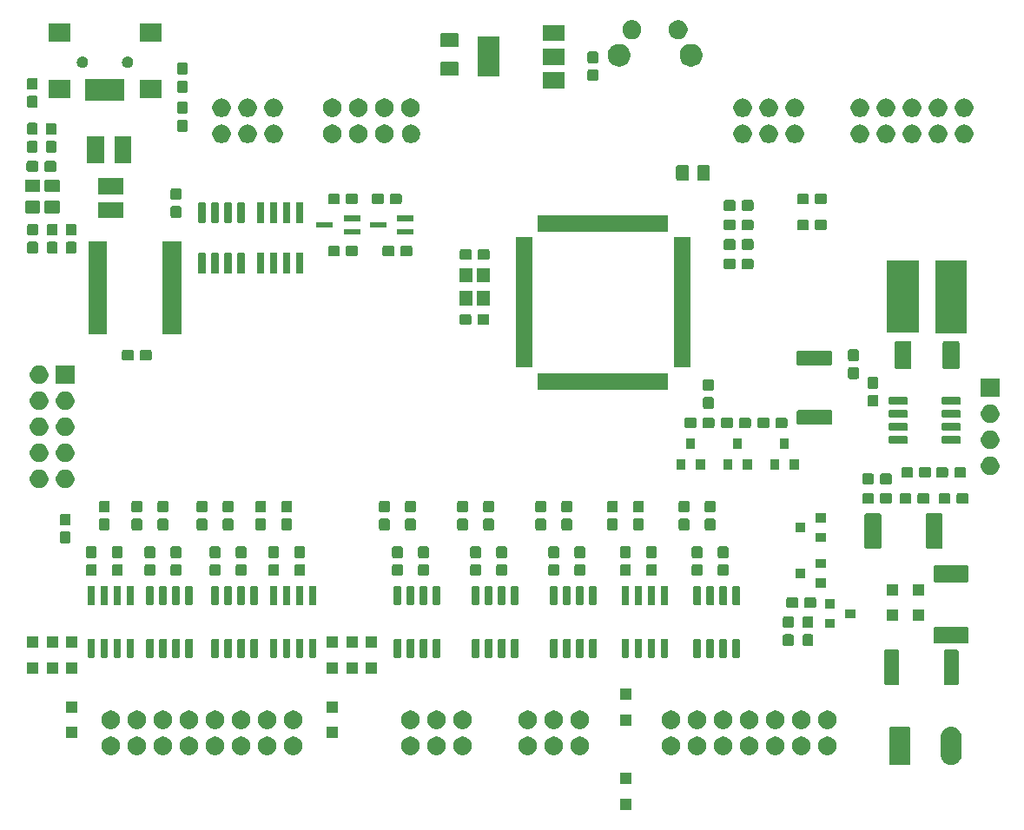
<source format=gbr>
G04 #@! TF.GenerationSoftware,KiCad,Pcbnew,(5.1.5)-3*
G04 #@! TF.CreationDate,2020-07-08T10:01:23+02:00*
G04 #@! TF.ProjectId,SBIO3,5342494f-332e-46b6-9963-61645f706362,rev?*
G04 #@! TF.SameCoordinates,Original*
G04 #@! TF.FileFunction,Soldermask,Top*
G04 #@! TF.FilePolarity,Negative*
%FSLAX46Y46*%
G04 Gerber Fmt 4.6, Leading zero omitted, Abs format (unit mm)*
G04 Created by KiCad (PCBNEW (5.1.5)-3) date 2020-07-08 10:01:23*
%MOMM*%
%LPD*%
G04 APERTURE LIST*
%ADD10C,0.100000*%
G04 APERTURE END LIST*
D10*
G36*
X135171000Y-126876000D02*
G01*
X134069000Y-126876000D01*
X134069000Y-125774000D01*
X135171000Y-125774000D01*
X135171000Y-126876000D01*
G37*
G36*
X135171000Y-124376000D02*
G01*
X134069000Y-124376000D01*
X134069000Y-123274000D01*
X135171000Y-123274000D01*
X135171000Y-124376000D01*
G37*
G36*
X166576031Y-118814207D02*
G01*
X166774145Y-118874305D01*
X166774148Y-118874306D01*
X166828872Y-118903557D01*
X166956729Y-118971897D01*
X167116765Y-119103235D01*
X167248103Y-119263271D01*
X167248104Y-119263273D01*
X167345694Y-119445851D01*
X167345694Y-119445852D01*
X167345695Y-119445854D01*
X167405793Y-119643968D01*
X167421000Y-119798370D01*
X167421000Y-121501630D01*
X167405793Y-121656032D01*
X167345695Y-121854146D01*
X167345694Y-121854149D01*
X167293939Y-121950975D01*
X167248103Y-122036729D01*
X167116765Y-122196765D01*
X166956729Y-122328103D01*
X166887976Y-122364852D01*
X166774149Y-122425694D01*
X166774146Y-122425695D01*
X166576032Y-122485793D01*
X166370000Y-122506085D01*
X166163969Y-122485793D01*
X165965855Y-122425695D01*
X165965852Y-122425694D01*
X165852025Y-122364852D01*
X165783272Y-122328103D01*
X165623236Y-122196765D01*
X165491898Y-122036729D01*
X165457904Y-121973130D01*
X165394305Y-121854146D01*
X165334207Y-121656033D01*
X165319000Y-121501631D01*
X165319000Y-119798370D01*
X165334207Y-119643971D01*
X165334207Y-119643969D01*
X165394305Y-119445855D01*
X165394306Y-119445852D01*
X165429521Y-119379970D01*
X165491897Y-119263271D01*
X165623235Y-119103235D01*
X165783271Y-118971897D01*
X165888270Y-118915774D01*
X165965851Y-118874306D01*
X165965854Y-118874305D01*
X166163968Y-118814207D01*
X166370000Y-118793915D01*
X166576031Y-118814207D01*
G37*
G36*
X162284852Y-118802840D02*
G01*
X162316443Y-118812423D01*
X162345557Y-118827985D01*
X162371074Y-118848926D01*
X162392015Y-118874443D01*
X162407577Y-118903557D01*
X162417160Y-118935148D01*
X162421000Y-118974140D01*
X162421000Y-122325860D01*
X162417160Y-122364852D01*
X162407577Y-122396443D01*
X162392015Y-122425557D01*
X162371074Y-122451074D01*
X162345557Y-122472015D01*
X162316443Y-122487577D01*
X162284852Y-122497160D01*
X162245860Y-122501000D01*
X160494140Y-122501000D01*
X160455148Y-122497160D01*
X160423557Y-122487577D01*
X160394443Y-122472015D01*
X160368926Y-122451074D01*
X160347985Y-122425557D01*
X160332423Y-122396443D01*
X160322840Y-122364852D01*
X160319000Y-122325860D01*
X160319000Y-118974140D01*
X160322840Y-118935148D01*
X160332423Y-118903557D01*
X160347985Y-118874443D01*
X160368926Y-118848926D01*
X160394443Y-118827985D01*
X160423557Y-118812423D01*
X160455148Y-118802840D01*
X160494140Y-118799000D01*
X162245860Y-118799000D01*
X162284852Y-118802840D01*
G37*
G36*
X146798512Y-119753927D02*
G01*
X146947812Y-119783624D01*
X147111784Y-119851544D01*
X147259354Y-119950147D01*
X147384853Y-120075646D01*
X147483456Y-120223216D01*
X147551376Y-120387188D01*
X147586000Y-120561259D01*
X147586000Y-120738741D01*
X147551376Y-120912812D01*
X147483456Y-121076784D01*
X147384853Y-121224354D01*
X147259354Y-121349853D01*
X147111784Y-121448456D01*
X146947812Y-121516376D01*
X146798512Y-121546073D01*
X146773742Y-121551000D01*
X146596258Y-121551000D01*
X146571488Y-121546073D01*
X146422188Y-121516376D01*
X146258216Y-121448456D01*
X146110646Y-121349853D01*
X145985147Y-121224354D01*
X145886544Y-121076784D01*
X145818624Y-120912812D01*
X145784000Y-120738741D01*
X145784000Y-120561259D01*
X145818624Y-120387188D01*
X145886544Y-120223216D01*
X145985147Y-120075646D01*
X146110646Y-119950147D01*
X146258216Y-119851544D01*
X146422188Y-119783624D01*
X146571488Y-119753927D01*
X146596258Y-119749000D01*
X146773742Y-119749000D01*
X146798512Y-119753927D01*
G37*
G36*
X127748512Y-119753927D02*
G01*
X127897812Y-119783624D01*
X128061784Y-119851544D01*
X128209354Y-119950147D01*
X128334853Y-120075646D01*
X128433456Y-120223216D01*
X128501376Y-120387188D01*
X128536000Y-120561259D01*
X128536000Y-120738741D01*
X128501376Y-120912812D01*
X128433456Y-121076784D01*
X128334853Y-121224354D01*
X128209354Y-121349853D01*
X128061784Y-121448456D01*
X127897812Y-121516376D01*
X127748512Y-121546073D01*
X127723742Y-121551000D01*
X127546258Y-121551000D01*
X127521488Y-121546073D01*
X127372188Y-121516376D01*
X127208216Y-121448456D01*
X127060646Y-121349853D01*
X126935147Y-121224354D01*
X126836544Y-121076784D01*
X126768624Y-120912812D01*
X126734000Y-120738741D01*
X126734000Y-120561259D01*
X126768624Y-120387188D01*
X126836544Y-120223216D01*
X126935147Y-120075646D01*
X127060646Y-119950147D01*
X127208216Y-119851544D01*
X127372188Y-119783624D01*
X127521488Y-119753927D01*
X127546258Y-119749000D01*
X127723742Y-119749000D01*
X127748512Y-119753927D01*
G37*
G36*
X87108512Y-119753927D02*
G01*
X87257812Y-119783624D01*
X87421784Y-119851544D01*
X87569354Y-119950147D01*
X87694853Y-120075646D01*
X87793456Y-120223216D01*
X87861376Y-120387188D01*
X87896000Y-120561259D01*
X87896000Y-120738741D01*
X87861376Y-120912812D01*
X87793456Y-121076784D01*
X87694853Y-121224354D01*
X87569354Y-121349853D01*
X87421784Y-121448456D01*
X87257812Y-121516376D01*
X87108512Y-121546073D01*
X87083742Y-121551000D01*
X86906258Y-121551000D01*
X86881488Y-121546073D01*
X86732188Y-121516376D01*
X86568216Y-121448456D01*
X86420646Y-121349853D01*
X86295147Y-121224354D01*
X86196544Y-121076784D01*
X86128624Y-120912812D01*
X86094000Y-120738741D01*
X86094000Y-120561259D01*
X86128624Y-120387188D01*
X86196544Y-120223216D01*
X86295147Y-120075646D01*
X86420646Y-119950147D01*
X86568216Y-119851544D01*
X86732188Y-119783624D01*
X86881488Y-119753927D01*
X86906258Y-119749000D01*
X87083742Y-119749000D01*
X87108512Y-119753927D01*
G37*
G36*
X89648512Y-119753927D02*
G01*
X89797812Y-119783624D01*
X89961784Y-119851544D01*
X90109354Y-119950147D01*
X90234853Y-120075646D01*
X90333456Y-120223216D01*
X90401376Y-120387188D01*
X90436000Y-120561259D01*
X90436000Y-120738741D01*
X90401376Y-120912812D01*
X90333456Y-121076784D01*
X90234853Y-121224354D01*
X90109354Y-121349853D01*
X89961784Y-121448456D01*
X89797812Y-121516376D01*
X89648512Y-121546073D01*
X89623742Y-121551000D01*
X89446258Y-121551000D01*
X89421488Y-121546073D01*
X89272188Y-121516376D01*
X89108216Y-121448456D01*
X88960646Y-121349853D01*
X88835147Y-121224354D01*
X88736544Y-121076784D01*
X88668624Y-120912812D01*
X88634000Y-120738741D01*
X88634000Y-120561259D01*
X88668624Y-120387188D01*
X88736544Y-120223216D01*
X88835147Y-120075646D01*
X88960646Y-119950147D01*
X89108216Y-119851544D01*
X89272188Y-119783624D01*
X89421488Y-119753927D01*
X89446258Y-119749000D01*
X89623742Y-119749000D01*
X89648512Y-119753927D01*
G37*
G36*
X92188512Y-119753927D02*
G01*
X92337812Y-119783624D01*
X92501784Y-119851544D01*
X92649354Y-119950147D01*
X92774853Y-120075646D01*
X92873456Y-120223216D01*
X92941376Y-120387188D01*
X92976000Y-120561259D01*
X92976000Y-120738741D01*
X92941376Y-120912812D01*
X92873456Y-121076784D01*
X92774853Y-121224354D01*
X92649354Y-121349853D01*
X92501784Y-121448456D01*
X92337812Y-121516376D01*
X92188512Y-121546073D01*
X92163742Y-121551000D01*
X91986258Y-121551000D01*
X91961488Y-121546073D01*
X91812188Y-121516376D01*
X91648216Y-121448456D01*
X91500646Y-121349853D01*
X91375147Y-121224354D01*
X91276544Y-121076784D01*
X91208624Y-120912812D01*
X91174000Y-120738741D01*
X91174000Y-120561259D01*
X91208624Y-120387188D01*
X91276544Y-120223216D01*
X91375147Y-120075646D01*
X91500646Y-119950147D01*
X91648216Y-119851544D01*
X91812188Y-119783624D01*
X91961488Y-119753927D01*
X91986258Y-119749000D01*
X92163742Y-119749000D01*
X92188512Y-119753927D01*
G37*
G36*
X94728512Y-119753927D02*
G01*
X94877812Y-119783624D01*
X95041784Y-119851544D01*
X95189354Y-119950147D01*
X95314853Y-120075646D01*
X95413456Y-120223216D01*
X95481376Y-120387188D01*
X95516000Y-120561259D01*
X95516000Y-120738741D01*
X95481376Y-120912812D01*
X95413456Y-121076784D01*
X95314853Y-121224354D01*
X95189354Y-121349853D01*
X95041784Y-121448456D01*
X94877812Y-121516376D01*
X94728512Y-121546073D01*
X94703742Y-121551000D01*
X94526258Y-121551000D01*
X94501488Y-121546073D01*
X94352188Y-121516376D01*
X94188216Y-121448456D01*
X94040646Y-121349853D01*
X93915147Y-121224354D01*
X93816544Y-121076784D01*
X93748624Y-120912812D01*
X93714000Y-120738741D01*
X93714000Y-120561259D01*
X93748624Y-120387188D01*
X93816544Y-120223216D01*
X93915147Y-120075646D01*
X94040646Y-119950147D01*
X94188216Y-119851544D01*
X94352188Y-119783624D01*
X94501488Y-119753927D01*
X94526258Y-119749000D01*
X94703742Y-119749000D01*
X94728512Y-119753927D01*
G37*
G36*
X97268512Y-119753927D02*
G01*
X97417812Y-119783624D01*
X97581784Y-119851544D01*
X97729354Y-119950147D01*
X97854853Y-120075646D01*
X97953456Y-120223216D01*
X98021376Y-120387188D01*
X98056000Y-120561259D01*
X98056000Y-120738741D01*
X98021376Y-120912812D01*
X97953456Y-121076784D01*
X97854853Y-121224354D01*
X97729354Y-121349853D01*
X97581784Y-121448456D01*
X97417812Y-121516376D01*
X97268512Y-121546073D01*
X97243742Y-121551000D01*
X97066258Y-121551000D01*
X97041488Y-121546073D01*
X96892188Y-121516376D01*
X96728216Y-121448456D01*
X96580646Y-121349853D01*
X96455147Y-121224354D01*
X96356544Y-121076784D01*
X96288624Y-120912812D01*
X96254000Y-120738741D01*
X96254000Y-120561259D01*
X96288624Y-120387188D01*
X96356544Y-120223216D01*
X96455147Y-120075646D01*
X96580646Y-119950147D01*
X96728216Y-119851544D01*
X96892188Y-119783624D01*
X97041488Y-119753927D01*
X97066258Y-119749000D01*
X97243742Y-119749000D01*
X97268512Y-119753927D01*
G37*
G36*
X99808512Y-119753927D02*
G01*
X99957812Y-119783624D01*
X100121784Y-119851544D01*
X100269354Y-119950147D01*
X100394853Y-120075646D01*
X100493456Y-120223216D01*
X100561376Y-120387188D01*
X100596000Y-120561259D01*
X100596000Y-120738741D01*
X100561376Y-120912812D01*
X100493456Y-121076784D01*
X100394853Y-121224354D01*
X100269354Y-121349853D01*
X100121784Y-121448456D01*
X99957812Y-121516376D01*
X99808512Y-121546073D01*
X99783742Y-121551000D01*
X99606258Y-121551000D01*
X99581488Y-121546073D01*
X99432188Y-121516376D01*
X99268216Y-121448456D01*
X99120646Y-121349853D01*
X98995147Y-121224354D01*
X98896544Y-121076784D01*
X98828624Y-120912812D01*
X98794000Y-120738741D01*
X98794000Y-120561259D01*
X98828624Y-120387188D01*
X98896544Y-120223216D01*
X98995147Y-120075646D01*
X99120646Y-119950147D01*
X99268216Y-119851544D01*
X99432188Y-119783624D01*
X99581488Y-119753927D01*
X99606258Y-119749000D01*
X99783742Y-119749000D01*
X99808512Y-119753927D01*
G37*
G36*
X102348512Y-119753927D02*
G01*
X102497812Y-119783624D01*
X102661784Y-119851544D01*
X102809354Y-119950147D01*
X102934853Y-120075646D01*
X103033456Y-120223216D01*
X103101376Y-120387188D01*
X103136000Y-120561259D01*
X103136000Y-120738741D01*
X103101376Y-120912812D01*
X103033456Y-121076784D01*
X102934853Y-121224354D01*
X102809354Y-121349853D01*
X102661784Y-121448456D01*
X102497812Y-121516376D01*
X102348512Y-121546073D01*
X102323742Y-121551000D01*
X102146258Y-121551000D01*
X102121488Y-121546073D01*
X101972188Y-121516376D01*
X101808216Y-121448456D01*
X101660646Y-121349853D01*
X101535147Y-121224354D01*
X101436544Y-121076784D01*
X101368624Y-120912812D01*
X101334000Y-120738741D01*
X101334000Y-120561259D01*
X101368624Y-120387188D01*
X101436544Y-120223216D01*
X101535147Y-120075646D01*
X101660646Y-119950147D01*
X101808216Y-119851544D01*
X101972188Y-119783624D01*
X102121488Y-119753927D01*
X102146258Y-119749000D01*
X102323742Y-119749000D01*
X102348512Y-119753927D01*
G37*
G36*
X113778512Y-119753927D02*
G01*
X113927812Y-119783624D01*
X114091784Y-119851544D01*
X114239354Y-119950147D01*
X114364853Y-120075646D01*
X114463456Y-120223216D01*
X114531376Y-120387188D01*
X114566000Y-120561259D01*
X114566000Y-120738741D01*
X114531376Y-120912812D01*
X114463456Y-121076784D01*
X114364853Y-121224354D01*
X114239354Y-121349853D01*
X114091784Y-121448456D01*
X113927812Y-121516376D01*
X113778512Y-121546073D01*
X113753742Y-121551000D01*
X113576258Y-121551000D01*
X113551488Y-121546073D01*
X113402188Y-121516376D01*
X113238216Y-121448456D01*
X113090646Y-121349853D01*
X112965147Y-121224354D01*
X112866544Y-121076784D01*
X112798624Y-120912812D01*
X112764000Y-120738741D01*
X112764000Y-120561259D01*
X112798624Y-120387188D01*
X112866544Y-120223216D01*
X112965147Y-120075646D01*
X113090646Y-119950147D01*
X113238216Y-119851544D01*
X113402188Y-119783624D01*
X113551488Y-119753927D01*
X113576258Y-119749000D01*
X113753742Y-119749000D01*
X113778512Y-119753927D01*
G37*
G36*
X116318512Y-119753927D02*
G01*
X116467812Y-119783624D01*
X116631784Y-119851544D01*
X116779354Y-119950147D01*
X116904853Y-120075646D01*
X117003456Y-120223216D01*
X117071376Y-120387188D01*
X117106000Y-120561259D01*
X117106000Y-120738741D01*
X117071376Y-120912812D01*
X117003456Y-121076784D01*
X116904853Y-121224354D01*
X116779354Y-121349853D01*
X116631784Y-121448456D01*
X116467812Y-121516376D01*
X116318512Y-121546073D01*
X116293742Y-121551000D01*
X116116258Y-121551000D01*
X116091488Y-121546073D01*
X115942188Y-121516376D01*
X115778216Y-121448456D01*
X115630646Y-121349853D01*
X115505147Y-121224354D01*
X115406544Y-121076784D01*
X115338624Y-120912812D01*
X115304000Y-120738741D01*
X115304000Y-120561259D01*
X115338624Y-120387188D01*
X115406544Y-120223216D01*
X115505147Y-120075646D01*
X115630646Y-119950147D01*
X115778216Y-119851544D01*
X115942188Y-119783624D01*
X116091488Y-119753927D01*
X116116258Y-119749000D01*
X116293742Y-119749000D01*
X116318512Y-119753927D01*
G37*
G36*
X125208512Y-119753927D02*
G01*
X125357812Y-119783624D01*
X125521784Y-119851544D01*
X125669354Y-119950147D01*
X125794853Y-120075646D01*
X125893456Y-120223216D01*
X125961376Y-120387188D01*
X125996000Y-120561259D01*
X125996000Y-120738741D01*
X125961376Y-120912812D01*
X125893456Y-121076784D01*
X125794853Y-121224354D01*
X125669354Y-121349853D01*
X125521784Y-121448456D01*
X125357812Y-121516376D01*
X125208512Y-121546073D01*
X125183742Y-121551000D01*
X125006258Y-121551000D01*
X124981488Y-121546073D01*
X124832188Y-121516376D01*
X124668216Y-121448456D01*
X124520646Y-121349853D01*
X124395147Y-121224354D01*
X124296544Y-121076784D01*
X124228624Y-120912812D01*
X124194000Y-120738741D01*
X124194000Y-120561259D01*
X124228624Y-120387188D01*
X124296544Y-120223216D01*
X124395147Y-120075646D01*
X124520646Y-119950147D01*
X124668216Y-119851544D01*
X124832188Y-119783624D01*
X124981488Y-119753927D01*
X125006258Y-119749000D01*
X125183742Y-119749000D01*
X125208512Y-119753927D01*
G37*
G36*
X84568512Y-119753927D02*
G01*
X84717812Y-119783624D01*
X84881784Y-119851544D01*
X85029354Y-119950147D01*
X85154853Y-120075646D01*
X85253456Y-120223216D01*
X85321376Y-120387188D01*
X85356000Y-120561259D01*
X85356000Y-120738741D01*
X85321376Y-120912812D01*
X85253456Y-121076784D01*
X85154853Y-121224354D01*
X85029354Y-121349853D01*
X84881784Y-121448456D01*
X84717812Y-121516376D01*
X84568512Y-121546073D01*
X84543742Y-121551000D01*
X84366258Y-121551000D01*
X84341488Y-121546073D01*
X84192188Y-121516376D01*
X84028216Y-121448456D01*
X83880646Y-121349853D01*
X83755147Y-121224354D01*
X83656544Y-121076784D01*
X83588624Y-120912812D01*
X83554000Y-120738741D01*
X83554000Y-120561259D01*
X83588624Y-120387188D01*
X83656544Y-120223216D01*
X83755147Y-120075646D01*
X83880646Y-119950147D01*
X84028216Y-119851544D01*
X84192188Y-119783624D01*
X84341488Y-119753927D01*
X84366258Y-119749000D01*
X84543742Y-119749000D01*
X84568512Y-119753927D01*
G37*
G36*
X130288512Y-119753927D02*
G01*
X130437812Y-119783624D01*
X130601784Y-119851544D01*
X130749354Y-119950147D01*
X130874853Y-120075646D01*
X130973456Y-120223216D01*
X131041376Y-120387188D01*
X131076000Y-120561259D01*
X131076000Y-120738741D01*
X131041376Y-120912812D01*
X130973456Y-121076784D01*
X130874853Y-121224354D01*
X130749354Y-121349853D01*
X130601784Y-121448456D01*
X130437812Y-121516376D01*
X130288512Y-121546073D01*
X130263742Y-121551000D01*
X130086258Y-121551000D01*
X130061488Y-121546073D01*
X129912188Y-121516376D01*
X129748216Y-121448456D01*
X129600646Y-121349853D01*
X129475147Y-121224354D01*
X129376544Y-121076784D01*
X129308624Y-120912812D01*
X129274000Y-120738741D01*
X129274000Y-120561259D01*
X129308624Y-120387188D01*
X129376544Y-120223216D01*
X129475147Y-120075646D01*
X129600646Y-119950147D01*
X129748216Y-119851544D01*
X129912188Y-119783624D01*
X130061488Y-119753927D01*
X130086258Y-119749000D01*
X130263742Y-119749000D01*
X130288512Y-119753927D01*
G37*
G36*
X154418512Y-119753927D02*
G01*
X154567812Y-119783624D01*
X154731784Y-119851544D01*
X154879354Y-119950147D01*
X155004853Y-120075646D01*
X155103456Y-120223216D01*
X155171376Y-120387188D01*
X155206000Y-120561259D01*
X155206000Y-120738741D01*
X155171376Y-120912812D01*
X155103456Y-121076784D01*
X155004853Y-121224354D01*
X154879354Y-121349853D01*
X154731784Y-121448456D01*
X154567812Y-121516376D01*
X154418512Y-121546073D01*
X154393742Y-121551000D01*
X154216258Y-121551000D01*
X154191488Y-121546073D01*
X154042188Y-121516376D01*
X153878216Y-121448456D01*
X153730646Y-121349853D01*
X153605147Y-121224354D01*
X153506544Y-121076784D01*
X153438624Y-120912812D01*
X153404000Y-120738741D01*
X153404000Y-120561259D01*
X153438624Y-120387188D01*
X153506544Y-120223216D01*
X153605147Y-120075646D01*
X153730646Y-119950147D01*
X153878216Y-119851544D01*
X154042188Y-119783624D01*
X154191488Y-119753927D01*
X154216258Y-119749000D01*
X154393742Y-119749000D01*
X154418512Y-119753927D01*
G37*
G36*
X151878512Y-119753927D02*
G01*
X152027812Y-119783624D01*
X152191784Y-119851544D01*
X152339354Y-119950147D01*
X152464853Y-120075646D01*
X152563456Y-120223216D01*
X152631376Y-120387188D01*
X152666000Y-120561259D01*
X152666000Y-120738741D01*
X152631376Y-120912812D01*
X152563456Y-121076784D01*
X152464853Y-121224354D01*
X152339354Y-121349853D01*
X152191784Y-121448456D01*
X152027812Y-121516376D01*
X151878512Y-121546073D01*
X151853742Y-121551000D01*
X151676258Y-121551000D01*
X151651488Y-121546073D01*
X151502188Y-121516376D01*
X151338216Y-121448456D01*
X151190646Y-121349853D01*
X151065147Y-121224354D01*
X150966544Y-121076784D01*
X150898624Y-120912812D01*
X150864000Y-120738741D01*
X150864000Y-120561259D01*
X150898624Y-120387188D01*
X150966544Y-120223216D01*
X151065147Y-120075646D01*
X151190646Y-119950147D01*
X151338216Y-119851544D01*
X151502188Y-119783624D01*
X151651488Y-119753927D01*
X151676258Y-119749000D01*
X151853742Y-119749000D01*
X151878512Y-119753927D01*
G37*
G36*
X149338512Y-119753927D02*
G01*
X149487812Y-119783624D01*
X149651784Y-119851544D01*
X149799354Y-119950147D01*
X149924853Y-120075646D01*
X150023456Y-120223216D01*
X150091376Y-120387188D01*
X150126000Y-120561259D01*
X150126000Y-120738741D01*
X150091376Y-120912812D01*
X150023456Y-121076784D01*
X149924853Y-121224354D01*
X149799354Y-121349853D01*
X149651784Y-121448456D01*
X149487812Y-121516376D01*
X149338512Y-121546073D01*
X149313742Y-121551000D01*
X149136258Y-121551000D01*
X149111488Y-121546073D01*
X148962188Y-121516376D01*
X148798216Y-121448456D01*
X148650646Y-121349853D01*
X148525147Y-121224354D01*
X148426544Y-121076784D01*
X148358624Y-120912812D01*
X148324000Y-120738741D01*
X148324000Y-120561259D01*
X148358624Y-120387188D01*
X148426544Y-120223216D01*
X148525147Y-120075646D01*
X148650646Y-119950147D01*
X148798216Y-119851544D01*
X148962188Y-119783624D01*
X149111488Y-119753927D01*
X149136258Y-119749000D01*
X149313742Y-119749000D01*
X149338512Y-119753927D01*
G37*
G36*
X144258512Y-119753927D02*
G01*
X144407812Y-119783624D01*
X144571784Y-119851544D01*
X144719354Y-119950147D01*
X144844853Y-120075646D01*
X144943456Y-120223216D01*
X145011376Y-120387188D01*
X145046000Y-120561259D01*
X145046000Y-120738741D01*
X145011376Y-120912812D01*
X144943456Y-121076784D01*
X144844853Y-121224354D01*
X144719354Y-121349853D01*
X144571784Y-121448456D01*
X144407812Y-121516376D01*
X144258512Y-121546073D01*
X144233742Y-121551000D01*
X144056258Y-121551000D01*
X144031488Y-121546073D01*
X143882188Y-121516376D01*
X143718216Y-121448456D01*
X143570646Y-121349853D01*
X143445147Y-121224354D01*
X143346544Y-121076784D01*
X143278624Y-120912812D01*
X143244000Y-120738741D01*
X143244000Y-120561259D01*
X143278624Y-120387188D01*
X143346544Y-120223216D01*
X143445147Y-120075646D01*
X143570646Y-119950147D01*
X143718216Y-119851544D01*
X143882188Y-119783624D01*
X144031488Y-119753927D01*
X144056258Y-119749000D01*
X144233742Y-119749000D01*
X144258512Y-119753927D01*
G37*
G36*
X141718512Y-119753927D02*
G01*
X141867812Y-119783624D01*
X142031784Y-119851544D01*
X142179354Y-119950147D01*
X142304853Y-120075646D01*
X142403456Y-120223216D01*
X142471376Y-120387188D01*
X142506000Y-120561259D01*
X142506000Y-120738741D01*
X142471376Y-120912812D01*
X142403456Y-121076784D01*
X142304853Y-121224354D01*
X142179354Y-121349853D01*
X142031784Y-121448456D01*
X141867812Y-121516376D01*
X141718512Y-121546073D01*
X141693742Y-121551000D01*
X141516258Y-121551000D01*
X141491488Y-121546073D01*
X141342188Y-121516376D01*
X141178216Y-121448456D01*
X141030646Y-121349853D01*
X140905147Y-121224354D01*
X140806544Y-121076784D01*
X140738624Y-120912812D01*
X140704000Y-120738741D01*
X140704000Y-120561259D01*
X140738624Y-120387188D01*
X140806544Y-120223216D01*
X140905147Y-120075646D01*
X141030646Y-119950147D01*
X141178216Y-119851544D01*
X141342188Y-119783624D01*
X141491488Y-119753927D01*
X141516258Y-119749000D01*
X141693742Y-119749000D01*
X141718512Y-119753927D01*
G37*
G36*
X139178512Y-119753927D02*
G01*
X139327812Y-119783624D01*
X139491784Y-119851544D01*
X139639354Y-119950147D01*
X139764853Y-120075646D01*
X139863456Y-120223216D01*
X139931376Y-120387188D01*
X139966000Y-120561259D01*
X139966000Y-120738741D01*
X139931376Y-120912812D01*
X139863456Y-121076784D01*
X139764853Y-121224354D01*
X139639354Y-121349853D01*
X139491784Y-121448456D01*
X139327812Y-121516376D01*
X139178512Y-121546073D01*
X139153742Y-121551000D01*
X138976258Y-121551000D01*
X138951488Y-121546073D01*
X138802188Y-121516376D01*
X138638216Y-121448456D01*
X138490646Y-121349853D01*
X138365147Y-121224354D01*
X138266544Y-121076784D01*
X138198624Y-120912812D01*
X138164000Y-120738741D01*
X138164000Y-120561259D01*
X138198624Y-120387188D01*
X138266544Y-120223216D01*
X138365147Y-120075646D01*
X138490646Y-119950147D01*
X138638216Y-119851544D01*
X138802188Y-119783624D01*
X138951488Y-119753927D01*
X138976258Y-119749000D01*
X139153742Y-119749000D01*
X139178512Y-119753927D01*
G37*
G36*
X118858512Y-119753927D02*
G01*
X119007812Y-119783624D01*
X119171784Y-119851544D01*
X119319354Y-119950147D01*
X119444853Y-120075646D01*
X119543456Y-120223216D01*
X119611376Y-120387188D01*
X119646000Y-120561259D01*
X119646000Y-120738741D01*
X119611376Y-120912812D01*
X119543456Y-121076784D01*
X119444853Y-121224354D01*
X119319354Y-121349853D01*
X119171784Y-121448456D01*
X119007812Y-121516376D01*
X118858512Y-121546073D01*
X118833742Y-121551000D01*
X118656258Y-121551000D01*
X118631488Y-121546073D01*
X118482188Y-121516376D01*
X118318216Y-121448456D01*
X118170646Y-121349853D01*
X118045147Y-121224354D01*
X117946544Y-121076784D01*
X117878624Y-120912812D01*
X117844000Y-120738741D01*
X117844000Y-120561259D01*
X117878624Y-120387188D01*
X117946544Y-120223216D01*
X118045147Y-120075646D01*
X118170646Y-119950147D01*
X118318216Y-119851544D01*
X118482188Y-119783624D01*
X118631488Y-119753927D01*
X118656258Y-119749000D01*
X118833742Y-119749000D01*
X118858512Y-119753927D01*
G37*
G36*
X81196000Y-119891000D02*
G01*
X80094000Y-119891000D01*
X80094000Y-118789000D01*
X81196000Y-118789000D01*
X81196000Y-119891000D01*
G37*
G36*
X106596000Y-119891000D02*
G01*
X105494000Y-119891000D01*
X105494000Y-118789000D01*
X106596000Y-118789000D01*
X106596000Y-119891000D01*
G37*
G36*
X116318512Y-117213927D02*
G01*
X116467812Y-117243624D01*
X116631784Y-117311544D01*
X116779354Y-117410147D01*
X116904853Y-117535646D01*
X117003456Y-117683216D01*
X117071376Y-117847188D01*
X117106000Y-118021259D01*
X117106000Y-118198741D01*
X117071376Y-118372812D01*
X117003456Y-118536784D01*
X116904853Y-118684354D01*
X116779354Y-118809853D01*
X116631784Y-118908456D01*
X116467812Y-118976376D01*
X116318512Y-119006073D01*
X116293742Y-119011000D01*
X116116258Y-119011000D01*
X116091488Y-119006073D01*
X115942188Y-118976376D01*
X115778216Y-118908456D01*
X115630646Y-118809853D01*
X115505147Y-118684354D01*
X115406544Y-118536784D01*
X115338624Y-118372812D01*
X115304000Y-118198741D01*
X115304000Y-118021259D01*
X115338624Y-117847188D01*
X115406544Y-117683216D01*
X115505147Y-117535646D01*
X115630646Y-117410147D01*
X115778216Y-117311544D01*
X115942188Y-117243624D01*
X116091488Y-117213927D01*
X116116258Y-117209000D01*
X116293742Y-117209000D01*
X116318512Y-117213927D01*
G37*
G36*
X130288512Y-117213927D02*
G01*
X130437812Y-117243624D01*
X130601784Y-117311544D01*
X130749354Y-117410147D01*
X130874853Y-117535646D01*
X130973456Y-117683216D01*
X131041376Y-117847188D01*
X131076000Y-118021259D01*
X131076000Y-118198741D01*
X131041376Y-118372812D01*
X130973456Y-118536784D01*
X130874853Y-118684354D01*
X130749354Y-118809853D01*
X130601784Y-118908456D01*
X130437812Y-118976376D01*
X130288512Y-119006073D01*
X130263742Y-119011000D01*
X130086258Y-119011000D01*
X130061488Y-119006073D01*
X129912188Y-118976376D01*
X129748216Y-118908456D01*
X129600646Y-118809853D01*
X129475147Y-118684354D01*
X129376544Y-118536784D01*
X129308624Y-118372812D01*
X129274000Y-118198741D01*
X129274000Y-118021259D01*
X129308624Y-117847188D01*
X129376544Y-117683216D01*
X129475147Y-117535646D01*
X129600646Y-117410147D01*
X129748216Y-117311544D01*
X129912188Y-117243624D01*
X130061488Y-117213927D01*
X130086258Y-117209000D01*
X130263742Y-117209000D01*
X130288512Y-117213927D01*
G37*
G36*
X154418512Y-117213927D02*
G01*
X154567812Y-117243624D01*
X154731784Y-117311544D01*
X154879354Y-117410147D01*
X155004853Y-117535646D01*
X155103456Y-117683216D01*
X155171376Y-117847188D01*
X155206000Y-118021259D01*
X155206000Y-118198741D01*
X155171376Y-118372812D01*
X155103456Y-118536784D01*
X155004853Y-118684354D01*
X154879354Y-118809853D01*
X154731784Y-118908456D01*
X154567812Y-118976376D01*
X154418512Y-119006073D01*
X154393742Y-119011000D01*
X154216258Y-119011000D01*
X154191488Y-119006073D01*
X154042188Y-118976376D01*
X153878216Y-118908456D01*
X153730646Y-118809853D01*
X153605147Y-118684354D01*
X153506544Y-118536784D01*
X153438624Y-118372812D01*
X153404000Y-118198741D01*
X153404000Y-118021259D01*
X153438624Y-117847188D01*
X153506544Y-117683216D01*
X153605147Y-117535646D01*
X153730646Y-117410147D01*
X153878216Y-117311544D01*
X154042188Y-117243624D01*
X154191488Y-117213927D01*
X154216258Y-117209000D01*
X154393742Y-117209000D01*
X154418512Y-117213927D01*
G37*
G36*
X151878512Y-117213927D02*
G01*
X152027812Y-117243624D01*
X152191784Y-117311544D01*
X152339354Y-117410147D01*
X152464853Y-117535646D01*
X152563456Y-117683216D01*
X152631376Y-117847188D01*
X152666000Y-118021259D01*
X152666000Y-118198741D01*
X152631376Y-118372812D01*
X152563456Y-118536784D01*
X152464853Y-118684354D01*
X152339354Y-118809853D01*
X152191784Y-118908456D01*
X152027812Y-118976376D01*
X151878512Y-119006073D01*
X151853742Y-119011000D01*
X151676258Y-119011000D01*
X151651488Y-119006073D01*
X151502188Y-118976376D01*
X151338216Y-118908456D01*
X151190646Y-118809853D01*
X151065147Y-118684354D01*
X150966544Y-118536784D01*
X150898624Y-118372812D01*
X150864000Y-118198741D01*
X150864000Y-118021259D01*
X150898624Y-117847188D01*
X150966544Y-117683216D01*
X151065147Y-117535646D01*
X151190646Y-117410147D01*
X151338216Y-117311544D01*
X151502188Y-117243624D01*
X151651488Y-117213927D01*
X151676258Y-117209000D01*
X151853742Y-117209000D01*
X151878512Y-117213927D01*
G37*
G36*
X149338512Y-117213927D02*
G01*
X149487812Y-117243624D01*
X149651784Y-117311544D01*
X149799354Y-117410147D01*
X149924853Y-117535646D01*
X150023456Y-117683216D01*
X150091376Y-117847188D01*
X150126000Y-118021259D01*
X150126000Y-118198741D01*
X150091376Y-118372812D01*
X150023456Y-118536784D01*
X149924853Y-118684354D01*
X149799354Y-118809853D01*
X149651784Y-118908456D01*
X149487812Y-118976376D01*
X149338512Y-119006073D01*
X149313742Y-119011000D01*
X149136258Y-119011000D01*
X149111488Y-119006073D01*
X148962188Y-118976376D01*
X148798216Y-118908456D01*
X148650646Y-118809853D01*
X148525147Y-118684354D01*
X148426544Y-118536784D01*
X148358624Y-118372812D01*
X148324000Y-118198741D01*
X148324000Y-118021259D01*
X148358624Y-117847188D01*
X148426544Y-117683216D01*
X148525147Y-117535646D01*
X148650646Y-117410147D01*
X148798216Y-117311544D01*
X148962188Y-117243624D01*
X149111488Y-117213927D01*
X149136258Y-117209000D01*
X149313742Y-117209000D01*
X149338512Y-117213927D01*
G37*
G36*
X146798512Y-117213927D02*
G01*
X146947812Y-117243624D01*
X147111784Y-117311544D01*
X147259354Y-117410147D01*
X147384853Y-117535646D01*
X147483456Y-117683216D01*
X147551376Y-117847188D01*
X147586000Y-118021259D01*
X147586000Y-118198741D01*
X147551376Y-118372812D01*
X147483456Y-118536784D01*
X147384853Y-118684354D01*
X147259354Y-118809853D01*
X147111784Y-118908456D01*
X146947812Y-118976376D01*
X146798512Y-119006073D01*
X146773742Y-119011000D01*
X146596258Y-119011000D01*
X146571488Y-119006073D01*
X146422188Y-118976376D01*
X146258216Y-118908456D01*
X146110646Y-118809853D01*
X145985147Y-118684354D01*
X145886544Y-118536784D01*
X145818624Y-118372812D01*
X145784000Y-118198741D01*
X145784000Y-118021259D01*
X145818624Y-117847188D01*
X145886544Y-117683216D01*
X145985147Y-117535646D01*
X146110646Y-117410147D01*
X146258216Y-117311544D01*
X146422188Y-117243624D01*
X146571488Y-117213927D01*
X146596258Y-117209000D01*
X146773742Y-117209000D01*
X146798512Y-117213927D01*
G37*
G36*
X144258512Y-117213927D02*
G01*
X144407812Y-117243624D01*
X144571784Y-117311544D01*
X144719354Y-117410147D01*
X144844853Y-117535646D01*
X144943456Y-117683216D01*
X145011376Y-117847188D01*
X145046000Y-118021259D01*
X145046000Y-118198741D01*
X145011376Y-118372812D01*
X144943456Y-118536784D01*
X144844853Y-118684354D01*
X144719354Y-118809853D01*
X144571784Y-118908456D01*
X144407812Y-118976376D01*
X144258512Y-119006073D01*
X144233742Y-119011000D01*
X144056258Y-119011000D01*
X144031488Y-119006073D01*
X143882188Y-118976376D01*
X143718216Y-118908456D01*
X143570646Y-118809853D01*
X143445147Y-118684354D01*
X143346544Y-118536784D01*
X143278624Y-118372812D01*
X143244000Y-118198741D01*
X143244000Y-118021259D01*
X143278624Y-117847188D01*
X143346544Y-117683216D01*
X143445147Y-117535646D01*
X143570646Y-117410147D01*
X143718216Y-117311544D01*
X143882188Y-117243624D01*
X144031488Y-117213927D01*
X144056258Y-117209000D01*
X144233742Y-117209000D01*
X144258512Y-117213927D01*
G37*
G36*
X141718512Y-117213927D02*
G01*
X141867812Y-117243624D01*
X142031784Y-117311544D01*
X142179354Y-117410147D01*
X142304853Y-117535646D01*
X142403456Y-117683216D01*
X142471376Y-117847188D01*
X142506000Y-118021259D01*
X142506000Y-118198741D01*
X142471376Y-118372812D01*
X142403456Y-118536784D01*
X142304853Y-118684354D01*
X142179354Y-118809853D01*
X142031784Y-118908456D01*
X141867812Y-118976376D01*
X141718512Y-119006073D01*
X141693742Y-119011000D01*
X141516258Y-119011000D01*
X141491488Y-119006073D01*
X141342188Y-118976376D01*
X141178216Y-118908456D01*
X141030646Y-118809853D01*
X140905147Y-118684354D01*
X140806544Y-118536784D01*
X140738624Y-118372812D01*
X140704000Y-118198741D01*
X140704000Y-118021259D01*
X140738624Y-117847188D01*
X140806544Y-117683216D01*
X140905147Y-117535646D01*
X141030646Y-117410147D01*
X141178216Y-117311544D01*
X141342188Y-117243624D01*
X141491488Y-117213927D01*
X141516258Y-117209000D01*
X141693742Y-117209000D01*
X141718512Y-117213927D01*
G37*
G36*
X139178512Y-117213927D02*
G01*
X139327812Y-117243624D01*
X139491784Y-117311544D01*
X139639354Y-117410147D01*
X139764853Y-117535646D01*
X139863456Y-117683216D01*
X139931376Y-117847188D01*
X139966000Y-118021259D01*
X139966000Y-118198741D01*
X139931376Y-118372812D01*
X139863456Y-118536784D01*
X139764853Y-118684354D01*
X139639354Y-118809853D01*
X139491784Y-118908456D01*
X139327812Y-118976376D01*
X139178512Y-119006073D01*
X139153742Y-119011000D01*
X138976258Y-119011000D01*
X138951488Y-119006073D01*
X138802188Y-118976376D01*
X138638216Y-118908456D01*
X138490646Y-118809853D01*
X138365147Y-118684354D01*
X138266544Y-118536784D01*
X138198624Y-118372812D01*
X138164000Y-118198741D01*
X138164000Y-118021259D01*
X138198624Y-117847188D01*
X138266544Y-117683216D01*
X138365147Y-117535646D01*
X138490646Y-117410147D01*
X138638216Y-117311544D01*
X138802188Y-117243624D01*
X138951488Y-117213927D01*
X138976258Y-117209000D01*
X139153742Y-117209000D01*
X139178512Y-117213927D01*
G37*
G36*
X127748512Y-117213927D02*
G01*
X127897812Y-117243624D01*
X128061784Y-117311544D01*
X128209354Y-117410147D01*
X128334853Y-117535646D01*
X128433456Y-117683216D01*
X128501376Y-117847188D01*
X128536000Y-118021259D01*
X128536000Y-118198741D01*
X128501376Y-118372812D01*
X128433456Y-118536784D01*
X128334853Y-118684354D01*
X128209354Y-118809853D01*
X128061784Y-118908456D01*
X127897812Y-118976376D01*
X127748512Y-119006073D01*
X127723742Y-119011000D01*
X127546258Y-119011000D01*
X127521488Y-119006073D01*
X127372188Y-118976376D01*
X127208216Y-118908456D01*
X127060646Y-118809853D01*
X126935147Y-118684354D01*
X126836544Y-118536784D01*
X126768624Y-118372812D01*
X126734000Y-118198741D01*
X126734000Y-118021259D01*
X126768624Y-117847188D01*
X126836544Y-117683216D01*
X126935147Y-117535646D01*
X127060646Y-117410147D01*
X127208216Y-117311544D01*
X127372188Y-117243624D01*
X127521488Y-117213927D01*
X127546258Y-117209000D01*
X127723742Y-117209000D01*
X127748512Y-117213927D01*
G37*
G36*
X125208512Y-117213927D02*
G01*
X125357812Y-117243624D01*
X125521784Y-117311544D01*
X125669354Y-117410147D01*
X125794853Y-117535646D01*
X125893456Y-117683216D01*
X125961376Y-117847188D01*
X125996000Y-118021259D01*
X125996000Y-118198741D01*
X125961376Y-118372812D01*
X125893456Y-118536784D01*
X125794853Y-118684354D01*
X125669354Y-118809853D01*
X125521784Y-118908456D01*
X125357812Y-118976376D01*
X125208512Y-119006073D01*
X125183742Y-119011000D01*
X125006258Y-119011000D01*
X124981488Y-119006073D01*
X124832188Y-118976376D01*
X124668216Y-118908456D01*
X124520646Y-118809853D01*
X124395147Y-118684354D01*
X124296544Y-118536784D01*
X124228624Y-118372812D01*
X124194000Y-118198741D01*
X124194000Y-118021259D01*
X124228624Y-117847188D01*
X124296544Y-117683216D01*
X124395147Y-117535646D01*
X124520646Y-117410147D01*
X124668216Y-117311544D01*
X124832188Y-117243624D01*
X124981488Y-117213927D01*
X125006258Y-117209000D01*
X125183742Y-117209000D01*
X125208512Y-117213927D01*
G37*
G36*
X113778512Y-117213927D02*
G01*
X113927812Y-117243624D01*
X114091784Y-117311544D01*
X114239354Y-117410147D01*
X114364853Y-117535646D01*
X114463456Y-117683216D01*
X114531376Y-117847188D01*
X114566000Y-118021259D01*
X114566000Y-118198741D01*
X114531376Y-118372812D01*
X114463456Y-118536784D01*
X114364853Y-118684354D01*
X114239354Y-118809853D01*
X114091784Y-118908456D01*
X113927812Y-118976376D01*
X113778512Y-119006073D01*
X113753742Y-119011000D01*
X113576258Y-119011000D01*
X113551488Y-119006073D01*
X113402188Y-118976376D01*
X113238216Y-118908456D01*
X113090646Y-118809853D01*
X112965147Y-118684354D01*
X112866544Y-118536784D01*
X112798624Y-118372812D01*
X112764000Y-118198741D01*
X112764000Y-118021259D01*
X112798624Y-117847188D01*
X112866544Y-117683216D01*
X112965147Y-117535646D01*
X113090646Y-117410147D01*
X113238216Y-117311544D01*
X113402188Y-117243624D01*
X113551488Y-117213927D01*
X113576258Y-117209000D01*
X113753742Y-117209000D01*
X113778512Y-117213927D01*
G37*
G36*
X102348512Y-117213927D02*
G01*
X102497812Y-117243624D01*
X102661784Y-117311544D01*
X102809354Y-117410147D01*
X102934853Y-117535646D01*
X103033456Y-117683216D01*
X103101376Y-117847188D01*
X103136000Y-118021259D01*
X103136000Y-118198741D01*
X103101376Y-118372812D01*
X103033456Y-118536784D01*
X102934853Y-118684354D01*
X102809354Y-118809853D01*
X102661784Y-118908456D01*
X102497812Y-118976376D01*
X102348512Y-119006073D01*
X102323742Y-119011000D01*
X102146258Y-119011000D01*
X102121488Y-119006073D01*
X101972188Y-118976376D01*
X101808216Y-118908456D01*
X101660646Y-118809853D01*
X101535147Y-118684354D01*
X101436544Y-118536784D01*
X101368624Y-118372812D01*
X101334000Y-118198741D01*
X101334000Y-118021259D01*
X101368624Y-117847188D01*
X101436544Y-117683216D01*
X101535147Y-117535646D01*
X101660646Y-117410147D01*
X101808216Y-117311544D01*
X101972188Y-117243624D01*
X102121488Y-117213927D01*
X102146258Y-117209000D01*
X102323742Y-117209000D01*
X102348512Y-117213927D01*
G37*
G36*
X99808512Y-117213927D02*
G01*
X99957812Y-117243624D01*
X100121784Y-117311544D01*
X100269354Y-117410147D01*
X100394853Y-117535646D01*
X100493456Y-117683216D01*
X100561376Y-117847188D01*
X100596000Y-118021259D01*
X100596000Y-118198741D01*
X100561376Y-118372812D01*
X100493456Y-118536784D01*
X100394853Y-118684354D01*
X100269354Y-118809853D01*
X100121784Y-118908456D01*
X99957812Y-118976376D01*
X99808512Y-119006073D01*
X99783742Y-119011000D01*
X99606258Y-119011000D01*
X99581488Y-119006073D01*
X99432188Y-118976376D01*
X99268216Y-118908456D01*
X99120646Y-118809853D01*
X98995147Y-118684354D01*
X98896544Y-118536784D01*
X98828624Y-118372812D01*
X98794000Y-118198741D01*
X98794000Y-118021259D01*
X98828624Y-117847188D01*
X98896544Y-117683216D01*
X98995147Y-117535646D01*
X99120646Y-117410147D01*
X99268216Y-117311544D01*
X99432188Y-117243624D01*
X99581488Y-117213927D01*
X99606258Y-117209000D01*
X99783742Y-117209000D01*
X99808512Y-117213927D01*
G37*
G36*
X97268512Y-117213927D02*
G01*
X97417812Y-117243624D01*
X97581784Y-117311544D01*
X97729354Y-117410147D01*
X97854853Y-117535646D01*
X97953456Y-117683216D01*
X98021376Y-117847188D01*
X98056000Y-118021259D01*
X98056000Y-118198741D01*
X98021376Y-118372812D01*
X97953456Y-118536784D01*
X97854853Y-118684354D01*
X97729354Y-118809853D01*
X97581784Y-118908456D01*
X97417812Y-118976376D01*
X97268512Y-119006073D01*
X97243742Y-119011000D01*
X97066258Y-119011000D01*
X97041488Y-119006073D01*
X96892188Y-118976376D01*
X96728216Y-118908456D01*
X96580646Y-118809853D01*
X96455147Y-118684354D01*
X96356544Y-118536784D01*
X96288624Y-118372812D01*
X96254000Y-118198741D01*
X96254000Y-118021259D01*
X96288624Y-117847188D01*
X96356544Y-117683216D01*
X96455147Y-117535646D01*
X96580646Y-117410147D01*
X96728216Y-117311544D01*
X96892188Y-117243624D01*
X97041488Y-117213927D01*
X97066258Y-117209000D01*
X97243742Y-117209000D01*
X97268512Y-117213927D01*
G37*
G36*
X94728512Y-117213927D02*
G01*
X94877812Y-117243624D01*
X95041784Y-117311544D01*
X95189354Y-117410147D01*
X95314853Y-117535646D01*
X95413456Y-117683216D01*
X95481376Y-117847188D01*
X95516000Y-118021259D01*
X95516000Y-118198741D01*
X95481376Y-118372812D01*
X95413456Y-118536784D01*
X95314853Y-118684354D01*
X95189354Y-118809853D01*
X95041784Y-118908456D01*
X94877812Y-118976376D01*
X94728512Y-119006073D01*
X94703742Y-119011000D01*
X94526258Y-119011000D01*
X94501488Y-119006073D01*
X94352188Y-118976376D01*
X94188216Y-118908456D01*
X94040646Y-118809853D01*
X93915147Y-118684354D01*
X93816544Y-118536784D01*
X93748624Y-118372812D01*
X93714000Y-118198741D01*
X93714000Y-118021259D01*
X93748624Y-117847188D01*
X93816544Y-117683216D01*
X93915147Y-117535646D01*
X94040646Y-117410147D01*
X94188216Y-117311544D01*
X94352188Y-117243624D01*
X94501488Y-117213927D01*
X94526258Y-117209000D01*
X94703742Y-117209000D01*
X94728512Y-117213927D01*
G37*
G36*
X92188512Y-117213927D02*
G01*
X92337812Y-117243624D01*
X92501784Y-117311544D01*
X92649354Y-117410147D01*
X92774853Y-117535646D01*
X92873456Y-117683216D01*
X92941376Y-117847188D01*
X92976000Y-118021259D01*
X92976000Y-118198741D01*
X92941376Y-118372812D01*
X92873456Y-118536784D01*
X92774853Y-118684354D01*
X92649354Y-118809853D01*
X92501784Y-118908456D01*
X92337812Y-118976376D01*
X92188512Y-119006073D01*
X92163742Y-119011000D01*
X91986258Y-119011000D01*
X91961488Y-119006073D01*
X91812188Y-118976376D01*
X91648216Y-118908456D01*
X91500646Y-118809853D01*
X91375147Y-118684354D01*
X91276544Y-118536784D01*
X91208624Y-118372812D01*
X91174000Y-118198741D01*
X91174000Y-118021259D01*
X91208624Y-117847188D01*
X91276544Y-117683216D01*
X91375147Y-117535646D01*
X91500646Y-117410147D01*
X91648216Y-117311544D01*
X91812188Y-117243624D01*
X91961488Y-117213927D01*
X91986258Y-117209000D01*
X92163742Y-117209000D01*
X92188512Y-117213927D01*
G37*
G36*
X89648512Y-117213927D02*
G01*
X89797812Y-117243624D01*
X89961784Y-117311544D01*
X90109354Y-117410147D01*
X90234853Y-117535646D01*
X90333456Y-117683216D01*
X90401376Y-117847188D01*
X90436000Y-118021259D01*
X90436000Y-118198741D01*
X90401376Y-118372812D01*
X90333456Y-118536784D01*
X90234853Y-118684354D01*
X90109354Y-118809853D01*
X89961784Y-118908456D01*
X89797812Y-118976376D01*
X89648512Y-119006073D01*
X89623742Y-119011000D01*
X89446258Y-119011000D01*
X89421488Y-119006073D01*
X89272188Y-118976376D01*
X89108216Y-118908456D01*
X88960646Y-118809853D01*
X88835147Y-118684354D01*
X88736544Y-118536784D01*
X88668624Y-118372812D01*
X88634000Y-118198741D01*
X88634000Y-118021259D01*
X88668624Y-117847188D01*
X88736544Y-117683216D01*
X88835147Y-117535646D01*
X88960646Y-117410147D01*
X89108216Y-117311544D01*
X89272188Y-117243624D01*
X89421488Y-117213927D01*
X89446258Y-117209000D01*
X89623742Y-117209000D01*
X89648512Y-117213927D01*
G37*
G36*
X87108512Y-117213927D02*
G01*
X87257812Y-117243624D01*
X87421784Y-117311544D01*
X87569354Y-117410147D01*
X87694853Y-117535646D01*
X87793456Y-117683216D01*
X87861376Y-117847188D01*
X87896000Y-118021259D01*
X87896000Y-118198741D01*
X87861376Y-118372812D01*
X87793456Y-118536784D01*
X87694853Y-118684354D01*
X87569354Y-118809853D01*
X87421784Y-118908456D01*
X87257812Y-118976376D01*
X87108512Y-119006073D01*
X87083742Y-119011000D01*
X86906258Y-119011000D01*
X86881488Y-119006073D01*
X86732188Y-118976376D01*
X86568216Y-118908456D01*
X86420646Y-118809853D01*
X86295147Y-118684354D01*
X86196544Y-118536784D01*
X86128624Y-118372812D01*
X86094000Y-118198741D01*
X86094000Y-118021259D01*
X86128624Y-117847188D01*
X86196544Y-117683216D01*
X86295147Y-117535646D01*
X86420646Y-117410147D01*
X86568216Y-117311544D01*
X86732188Y-117243624D01*
X86881488Y-117213927D01*
X86906258Y-117209000D01*
X87083742Y-117209000D01*
X87108512Y-117213927D01*
G37*
G36*
X84568512Y-117213927D02*
G01*
X84717812Y-117243624D01*
X84881784Y-117311544D01*
X85029354Y-117410147D01*
X85154853Y-117535646D01*
X85253456Y-117683216D01*
X85321376Y-117847188D01*
X85356000Y-118021259D01*
X85356000Y-118198741D01*
X85321376Y-118372812D01*
X85253456Y-118536784D01*
X85154853Y-118684354D01*
X85029354Y-118809853D01*
X84881784Y-118908456D01*
X84717812Y-118976376D01*
X84568512Y-119006073D01*
X84543742Y-119011000D01*
X84366258Y-119011000D01*
X84341488Y-119006073D01*
X84192188Y-118976376D01*
X84028216Y-118908456D01*
X83880646Y-118809853D01*
X83755147Y-118684354D01*
X83656544Y-118536784D01*
X83588624Y-118372812D01*
X83554000Y-118198741D01*
X83554000Y-118021259D01*
X83588624Y-117847188D01*
X83656544Y-117683216D01*
X83755147Y-117535646D01*
X83880646Y-117410147D01*
X84028216Y-117311544D01*
X84192188Y-117243624D01*
X84341488Y-117213927D01*
X84366258Y-117209000D01*
X84543742Y-117209000D01*
X84568512Y-117213927D01*
G37*
G36*
X118858512Y-117213927D02*
G01*
X119007812Y-117243624D01*
X119171784Y-117311544D01*
X119319354Y-117410147D01*
X119444853Y-117535646D01*
X119543456Y-117683216D01*
X119611376Y-117847188D01*
X119646000Y-118021259D01*
X119646000Y-118198741D01*
X119611376Y-118372812D01*
X119543456Y-118536784D01*
X119444853Y-118684354D01*
X119319354Y-118809853D01*
X119171784Y-118908456D01*
X119007812Y-118976376D01*
X118858512Y-119006073D01*
X118833742Y-119011000D01*
X118656258Y-119011000D01*
X118631488Y-119006073D01*
X118482188Y-118976376D01*
X118318216Y-118908456D01*
X118170646Y-118809853D01*
X118045147Y-118684354D01*
X117946544Y-118536784D01*
X117878624Y-118372812D01*
X117844000Y-118198741D01*
X117844000Y-118021259D01*
X117878624Y-117847188D01*
X117946544Y-117683216D01*
X118045147Y-117535646D01*
X118170646Y-117410147D01*
X118318216Y-117311544D01*
X118482188Y-117243624D01*
X118631488Y-117213927D01*
X118656258Y-117209000D01*
X118833742Y-117209000D01*
X118858512Y-117213927D01*
G37*
G36*
X135171000Y-118661000D02*
G01*
X134069000Y-118661000D01*
X134069000Y-117559000D01*
X135171000Y-117559000D01*
X135171000Y-118661000D01*
G37*
G36*
X81196000Y-117391000D02*
G01*
X80094000Y-117391000D01*
X80094000Y-116289000D01*
X81196000Y-116289000D01*
X81196000Y-117391000D01*
G37*
G36*
X106596000Y-117391000D02*
G01*
X105494000Y-117391000D01*
X105494000Y-116289000D01*
X106596000Y-116289000D01*
X106596000Y-117391000D01*
G37*
G36*
X135171000Y-116161000D02*
G01*
X134069000Y-116161000D01*
X134069000Y-115059000D01*
X135171000Y-115059000D01*
X135171000Y-116161000D01*
G37*
G36*
X161152798Y-111258247D02*
G01*
X161188367Y-111269037D01*
X161221139Y-111286554D01*
X161249869Y-111310131D01*
X161273446Y-111338861D01*
X161290963Y-111371633D01*
X161301753Y-111407202D01*
X161306000Y-111450325D01*
X161306000Y-114509675D01*
X161301753Y-114552798D01*
X161290963Y-114588367D01*
X161273446Y-114621139D01*
X161249869Y-114649869D01*
X161221139Y-114673446D01*
X161188367Y-114690963D01*
X161152798Y-114701753D01*
X161109675Y-114706000D01*
X160050325Y-114706000D01*
X160007202Y-114701753D01*
X159971633Y-114690963D01*
X159938861Y-114673446D01*
X159910131Y-114649869D01*
X159886554Y-114621139D01*
X159869037Y-114588367D01*
X159858247Y-114552798D01*
X159854000Y-114509675D01*
X159854000Y-111450325D01*
X159858247Y-111407202D01*
X159869037Y-111371633D01*
X159886554Y-111338861D01*
X159910131Y-111310131D01*
X159938861Y-111286554D01*
X159971633Y-111269037D01*
X160007202Y-111258247D01*
X160050325Y-111254000D01*
X161109675Y-111254000D01*
X161152798Y-111258247D01*
G37*
G36*
X166952798Y-111258247D02*
G01*
X166988367Y-111269037D01*
X167021139Y-111286554D01*
X167049869Y-111310131D01*
X167073446Y-111338861D01*
X167090963Y-111371633D01*
X167101753Y-111407202D01*
X167106000Y-111450325D01*
X167106000Y-114509675D01*
X167101753Y-114552798D01*
X167090963Y-114588367D01*
X167073446Y-114621139D01*
X167049869Y-114649869D01*
X167021139Y-114673446D01*
X166988367Y-114690963D01*
X166952798Y-114701753D01*
X166909675Y-114706000D01*
X165850325Y-114706000D01*
X165807202Y-114701753D01*
X165771633Y-114690963D01*
X165738861Y-114673446D01*
X165710131Y-114649869D01*
X165686554Y-114621139D01*
X165669037Y-114588367D01*
X165658247Y-114552798D01*
X165654000Y-114509675D01*
X165654000Y-111450325D01*
X165658247Y-111407202D01*
X165669037Y-111371633D01*
X165686554Y-111338861D01*
X165710131Y-111310131D01*
X165738861Y-111286554D01*
X165771633Y-111269037D01*
X165807202Y-111258247D01*
X165850325Y-111254000D01*
X166909675Y-111254000D01*
X166952798Y-111258247D01*
G37*
G36*
X110406000Y-113581000D02*
G01*
X109304000Y-113581000D01*
X109304000Y-112479000D01*
X110406000Y-112479000D01*
X110406000Y-113581000D01*
G37*
G36*
X77386000Y-113581000D02*
G01*
X76284000Y-113581000D01*
X76284000Y-112479000D01*
X77386000Y-112479000D01*
X77386000Y-113581000D01*
G37*
G36*
X81196000Y-113581000D02*
G01*
X80094000Y-113581000D01*
X80094000Y-112479000D01*
X81196000Y-112479000D01*
X81196000Y-113581000D01*
G37*
G36*
X79291000Y-113581000D02*
G01*
X78189000Y-113581000D01*
X78189000Y-112479000D01*
X79291000Y-112479000D01*
X79291000Y-113581000D01*
G37*
G36*
X108501000Y-113581000D02*
G01*
X107399000Y-113581000D01*
X107399000Y-112479000D01*
X108501000Y-112479000D01*
X108501000Y-113581000D01*
G37*
G36*
X106596000Y-113581000D02*
G01*
X105494000Y-113581000D01*
X105494000Y-112479000D01*
X106596000Y-112479000D01*
X106596000Y-113581000D01*
G37*
G36*
X144404928Y-110236764D02*
G01*
X144426009Y-110243160D01*
X144445445Y-110253548D01*
X144462476Y-110267524D01*
X144476452Y-110284555D01*
X144486840Y-110303991D01*
X144493236Y-110325072D01*
X144496000Y-110353140D01*
X144496000Y-111966860D01*
X144493236Y-111994928D01*
X144486840Y-112016009D01*
X144476452Y-112035445D01*
X144462476Y-112052476D01*
X144445445Y-112066452D01*
X144426009Y-112076840D01*
X144404928Y-112083236D01*
X144376860Y-112086000D01*
X143913140Y-112086000D01*
X143885072Y-112083236D01*
X143863991Y-112076840D01*
X143844555Y-112066452D01*
X143827524Y-112052476D01*
X143813548Y-112035445D01*
X143803160Y-112016009D01*
X143796764Y-111994928D01*
X143794000Y-111966860D01*
X143794000Y-110353140D01*
X143796764Y-110325072D01*
X143803160Y-110303991D01*
X143813548Y-110284555D01*
X143827524Y-110267524D01*
X143844555Y-110253548D01*
X143863991Y-110243160D01*
X143885072Y-110236764D01*
X143913140Y-110234000D01*
X144376860Y-110234000D01*
X144404928Y-110236764D01*
G37*
G36*
X141864928Y-110236764D02*
G01*
X141886009Y-110243160D01*
X141905445Y-110253548D01*
X141922476Y-110267524D01*
X141936452Y-110284555D01*
X141946840Y-110303991D01*
X141953236Y-110325072D01*
X141956000Y-110353140D01*
X141956000Y-111966860D01*
X141953236Y-111994928D01*
X141946840Y-112016009D01*
X141936452Y-112035445D01*
X141922476Y-112052476D01*
X141905445Y-112066452D01*
X141886009Y-112076840D01*
X141864928Y-112083236D01*
X141836860Y-112086000D01*
X141373140Y-112086000D01*
X141345072Y-112083236D01*
X141323991Y-112076840D01*
X141304555Y-112066452D01*
X141287524Y-112052476D01*
X141273548Y-112035445D01*
X141263160Y-112016009D01*
X141256764Y-111994928D01*
X141254000Y-111966860D01*
X141254000Y-110353140D01*
X141256764Y-110325072D01*
X141263160Y-110303991D01*
X141273548Y-110284555D01*
X141287524Y-110267524D01*
X141304555Y-110253548D01*
X141323991Y-110243160D01*
X141345072Y-110236764D01*
X141373140Y-110234000D01*
X141836860Y-110234000D01*
X141864928Y-110236764D01*
G37*
G36*
X145674928Y-110236764D02*
G01*
X145696009Y-110243160D01*
X145715445Y-110253548D01*
X145732476Y-110267524D01*
X145746452Y-110284555D01*
X145756840Y-110303991D01*
X145763236Y-110325072D01*
X145766000Y-110353140D01*
X145766000Y-111966860D01*
X145763236Y-111994928D01*
X145756840Y-112016009D01*
X145746452Y-112035445D01*
X145732476Y-112052476D01*
X145715445Y-112066452D01*
X145696009Y-112076840D01*
X145674928Y-112083236D01*
X145646860Y-112086000D01*
X145183140Y-112086000D01*
X145155072Y-112083236D01*
X145133991Y-112076840D01*
X145114555Y-112066452D01*
X145097524Y-112052476D01*
X145083548Y-112035445D01*
X145073160Y-112016009D01*
X145066764Y-111994928D01*
X145064000Y-111966860D01*
X145064000Y-110353140D01*
X145066764Y-110325072D01*
X145073160Y-110303991D01*
X145083548Y-110284555D01*
X145097524Y-110267524D01*
X145114555Y-110253548D01*
X145133991Y-110243160D01*
X145155072Y-110236764D01*
X145183140Y-110234000D01*
X145646860Y-110234000D01*
X145674928Y-110236764D01*
G37*
G36*
X143134928Y-110236764D02*
G01*
X143156009Y-110243160D01*
X143175445Y-110253548D01*
X143192476Y-110267524D01*
X143206452Y-110284555D01*
X143216840Y-110303991D01*
X143223236Y-110325072D01*
X143226000Y-110353140D01*
X143226000Y-111966860D01*
X143223236Y-111994928D01*
X143216840Y-112016009D01*
X143206452Y-112035445D01*
X143192476Y-112052476D01*
X143175445Y-112066452D01*
X143156009Y-112076840D01*
X143134928Y-112083236D01*
X143106860Y-112086000D01*
X142643140Y-112086000D01*
X142615072Y-112083236D01*
X142593991Y-112076840D01*
X142574555Y-112066452D01*
X142557524Y-112052476D01*
X142543548Y-112035445D01*
X142533160Y-112016009D01*
X142526764Y-111994928D01*
X142524000Y-111966860D01*
X142524000Y-110353140D01*
X142526764Y-110325072D01*
X142533160Y-110303991D01*
X142543548Y-110284555D01*
X142557524Y-110267524D01*
X142574555Y-110253548D01*
X142593991Y-110243160D01*
X142615072Y-110236764D01*
X142643140Y-110234000D01*
X143106860Y-110234000D01*
X143134928Y-110236764D01*
G37*
G36*
X88524928Y-110201764D02*
G01*
X88546009Y-110208160D01*
X88565445Y-110218548D01*
X88582476Y-110232524D01*
X88596452Y-110249555D01*
X88606840Y-110268991D01*
X88613236Y-110290072D01*
X88616000Y-110318140D01*
X88616000Y-111931860D01*
X88613236Y-111959928D01*
X88606840Y-111981009D01*
X88596452Y-112000445D01*
X88582476Y-112017476D01*
X88565445Y-112031452D01*
X88546009Y-112041840D01*
X88524928Y-112048236D01*
X88496860Y-112051000D01*
X88033140Y-112051000D01*
X88005072Y-112048236D01*
X87983991Y-112041840D01*
X87964555Y-112031452D01*
X87947524Y-112017476D01*
X87933548Y-112000445D01*
X87923160Y-111981009D01*
X87916764Y-111959928D01*
X87914000Y-111931860D01*
X87914000Y-110318140D01*
X87916764Y-110290072D01*
X87923160Y-110268991D01*
X87933548Y-110249555D01*
X87947524Y-110232524D01*
X87964555Y-110218548D01*
X87983991Y-110208160D01*
X88005072Y-110201764D01*
X88033140Y-110199000D01*
X88496860Y-110199000D01*
X88524928Y-110201764D01*
G37*
G36*
X92334928Y-110201764D02*
G01*
X92356009Y-110208160D01*
X92375445Y-110218548D01*
X92392476Y-110232524D01*
X92406452Y-110249555D01*
X92416840Y-110268991D01*
X92423236Y-110290072D01*
X92426000Y-110318140D01*
X92426000Y-111931860D01*
X92423236Y-111959928D01*
X92416840Y-111981009D01*
X92406452Y-112000445D01*
X92392476Y-112017476D01*
X92375445Y-112031452D01*
X92356009Y-112041840D01*
X92334928Y-112048236D01*
X92306860Y-112051000D01*
X91843140Y-112051000D01*
X91815072Y-112048236D01*
X91793991Y-112041840D01*
X91774555Y-112031452D01*
X91757524Y-112017476D01*
X91743548Y-112000445D01*
X91733160Y-111981009D01*
X91726764Y-111959928D01*
X91724000Y-111931860D01*
X91724000Y-110318140D01*
X91726764Y-110290072D01*
X91733160Y-110268991D01*
X91743548Y-110249555D01*
X91757524Y-110232524D01*
X91774555Y-110218548D01*
X91793991Y-110208160D01*
X91815072Y-110201764D01*
X91843140Y-110199000D01*
X92306860Y-110199000D01*
X92334928Y-110201764D01*
G37*
G36*
X89794928Y-110201764D02*
G01*
X89816009Y-110208160D01*
X89835445Y-110218548D01*
X89852476Y-110232524D01*
X89866452Y-110249555D01*
X89876840Y-110268991D01*
X89883236Y-110290072D01*
X89886000Y-110318140D01*
X89886000Y-111931860D01*
X89883236Y-111959928D01*
X89876840Y-111981009D01*
X89866452Y-112000445D01*
X89852476Y-112017476D01*
X89835445Y-112031452D01*
X89816009Y-112041840D01*
X89794928Y-112048236D01*
X89766860Y-112051000D01*
X89303140Y-112051000D01*
X89275072Y-112048236D01*
X89253991Y-112041840D01*
X89234555Y-112031452D01*
X89217524Y-112017476D01*
X89203548Y-112000445D01*
X89193160Y-111981009D01*
X89186764Y-111959928D01*
X89184000Y-111931860D01*
X89184000Y-110318140D01*
X89186764Y-110290072D01*
X89193160Y-110268991D01*
X89203548Y-110249555D01*
X89217524Y-110232524D01*
X89234555Y-110218548D01*
X89253991Y-110208160D01*
X89275072Y-110201764D01*
X89303140Y-110199000D01*
X89766860Y-110199000D01*
X89794928Y-110201764D01*
G37*
G36*
X91064928Y-110201764D02*
G01*
X91086009Y-110208160D01*
X91105445Y-110218548D01*
X91122476Y-110232524D01*
X91136452Y-110249555D01*
X91146840Y-110268991D01*
X91153236Y-110290072D01*
X91156000Y-110318140D01*
X91156000Y-111931860D01*
X91153236Y-111959928D01*
X91146840Y-111981009D01*
X91136452Y-112000445D01*
X91122476Y-112017476D01*
X91105445Y-112031452D01*
X91086009Y-112041840D01*
X91064928Y-112048236D01*
X91036860Y-112051000D01*
X90573140Y-112051000D01*
X90545072Y-112048236D01*
X90523991Y-112041840D01*
X90504555Y-112031452D01*
X90487524Y-112017476D01*
X90473548Y-112000445D01*
X90463160Y-111981009D01*
X90456764Y-111959928D01*
X90454000Y-111931860D01*
X90454000Y-110318140D01*
X90456764Y-110290072D01*
X90463160Y-110268991D01*
X90473548Y-110249555D01*
X90487524Y-110232524D01*
X90504555Y-110218548D01*
X90523991Y-110208160D01*
X90545072Y-110201764D01*
X90573140Y-110199000D01*
X91036860Y-110199000D01*
X91064928Y-110201764D01*
G37*
G36*
X82809928Y-110201764D02*
G01*
X82831009Y-110208160D01*
X82850445Y-110218548D01*
X82867476Y-110232524D01*
X82881452Y-110249555D01*
X82891840Y-110268991D01*
X82898236Y-110290072D01*
X82901000Y-110318140D01*
X82901000Y-111931860D01*
X82898236Y-111959928D01*
X82891840Y-111981009D01*
X82881452Y-112000445D01*
X82867476Y-112017476D01*
X82850445Y-112031452D01*
X82831009Y-112041840D01*
X82809928Y-112048236D01*
X82781860Y-112051000D01*
X82318140Y-112051000D01*
X82290072Y-112048236D01*
X82268991Y-112041840D01*
X82249555Y-112031452D01*
X82232524Y-112017476D01*
X82218548Y-112000445D01*
X82208160Y-111981009D01*
X82201764Y-111959928D01*
X82199000Y-111931860D01*
X82199000Y-110318140D01*
X82201764Y-110290072D01*
X82208160Y-110268991D01*
X82218548Y-110249555D01*
X82232524Y-110232524D01*
X82249555Y-110218548D01*
X82268991Y-110208160D01*
X82290072Y-110201764D01*
X82318140Y-110199000D01*
X82781860Y-110199000D01*
X82809928Y-110201764D01*
G37*
G36*
X85349928Y-110201764D02*
G01*
X85371009Y-110208160D01*
X85390445Y-110218548D01*
X85407476Y-110232524D01*
X85421452Y-110249555D01*
X85431840Y-110268991D01*
X85438236Y-110290072D01*
X85441000Y-110318140D01*
X85441000Y-111931860D01*
X85438236Y-111959928D01*
X85431840Y-111981009D01*
X85421452Y-112000445D01*
X85407476Y-112017476D01*
X85390445Y-112031452D01*
X85371009Y-112041840D01*
X85349928Y-112048236D01*
X85321860Y-112051000D01*
X84858140Y-112051000D01*
X84830072Y-112048236D01*
X84808991Y-112041840D01*
X84789555Y-112031452D01*
X84772524Y-112017476D01*
X84758548Y-112000445D01*
X84748160Y-111981009D01*
X84741764Y-111959928D01*
X84739000Y-111931860D01*
X84739000Y-110318140D01*
X84741764Y-110290072D01*
X84748160Y-110268991D01*
X84758548Y-110249555D01*
X84772524Y-110232524D01*
X84789555Y-110218548D01*
X84808991Y-110208160D01*
X84830072Y-110201764D01*
X84858140Y-110199000D01*
X85321860Y-110199000D01*
X85349928Y-110201764D01*
G37*
G36*
X86619928Y-110201764D02*
G01*
X86641009Y-110208160D01*
X86660445Y-110218548D01*
X86677476Y-110232524D01*
X86691452Y-110249555D01*
X86701840Y-110268991D01*
X86708236Y-110290072D01*
X86711000Y-110318140D01*
X86711000Y-111931860D01*
X86708236Y-111959928D01*
X86701840Y-111981009D01*
X86691452Y-112000445D01*
X86677476Y-112017476D01*
X86660445Y-112031452D01*
X86641009Y-112041840D01*
X86619928Y-112048236D01*
X86591860Y-112051000D01*
X86128140Y-112051000D01*
X86100072Y-112048236D01*
X86078991Y-112041840D01*
X86059555Y-112031452D01*
X86042524Y-112017476D01*
X86028548Y-112000445D01*
X86018160Y-111981009D01*
X86011764Y-111959928D01*
X86009000Y-111931860D01*
X86009000Y-110318140D01*
X86011764Y-110290072D01*
X86018160Y-110268991D01*
X86028548Y-110249555D01*
X86042524Y-110232524D01*
X86059555Y-110218548D01*
X86078991Y-110208160D01*
X86100072Y-110201764D01*
X86128140Y-110199000D01*
X86591860Y-110199000D01*
X86619928Y-110201764D01*
G37*
G36*
X120274928Y-110201764D02*
G01*
X120296009Y-110208160D01*
X120315445Y-110218548D01*
X120332476Y-110232524D01*
X120346452Y-110249555D01*
X120356840Y-110268991D01*
X120363236Y-110290072D01*
X120366000Y-110318140D01*
X120366000Y-111931860D01*
X120363236Y-111959928D01*
X120356840Y-111981009D01*
X120346452Y-112000445D01*
X120332476Y-112017476D01*
X120315445Y-112031452D01*
X120296009Y-112041840D01*
X120274928Y-112048236D01*
X120246860Y-112051000D01*
X119783140Y-112051000D01*
X119755072Y-112048236D01*
X119733991Y-112041840D01*
X119714555Y-112031452D01*
X119697524Y-112017476D01*
X119683548Y-112000445D01*
X119673160Y-111981009D01*
X119666764Y-111959928D01*
X119664000Y-111931860D01*
X119664000Y-110318140D01*
X119666764Y-110290072D01*
X119673160Y-110268991D01*
X119683548Y-110249555D01*
X119697524Y-110232524D01*
X119714555Y-110218548D01*
X119733991Y-110208160D01*
X119755072Y-110201764D01*
X119783140Y-110199000D01*
X120246860Y-110199000D01*
X120274928Y-110201764D01*
G37*
G36*
X94874928Y-110201764D02*
G01*
X94896009Y-110208160D01*
X94915445Y-110218548D01*
X94932476Y-110232524D01*
X94946452Y-110249555D01*
X94956840Y-110268991D01*
X94963236Y-110290072D01*
X94966000Y-110318140D01*
X94966000Y-111931860D01*
X94963236Y-111959928D01*
X94956840Y-111981009D01*
X94946452Y-112000445D01*
X94932476Y-112017476D01*
X94915445Y-112031452D01*
X94896009Y-112041840D01*
X94874928Y-112048236D01*
X94846860Y-112051000D01*
X94383140Y-112051000D01*
X94355072Y-112048236D01*
X94333991Y-112041840D01*
X94314555Y-112031452D01*
X94297524Y-112017476D01*
X94283548Y-112000445D01*
X94273160Y-111981009D01*
X94266764Y-111959928D01*
X94264000Y-111931860D01*
X94264000Y-110318140D01*
X94266764Y-110290072D01*
X94273160Y-110268991D01*
X94283548Y-110249555D01*
X94297524Y-110232524D01*
X94314555Y-110218548D01*
X94333991Y-110208160D01*
X94355072Y-110201764D01*
X94383140Y-110199000D01*
X94846860Y-110199000D01*
X94874928Y-110201764D01*
G37*
G36*
X104399928Y-110201764D02*
G01*
X104421009Y-110208160D01*
X104440445Y-110218548D01*
X104457476Y-110232524D01*
X104471452Y-110249555D01*
X104481840Y-110268991D01*
X104488236Y-110290072D01*
X104491000Y-110318140D01*
X104491000Y-111931860D01*
X104488236Y-111959928D01*
X104481840Y-111981009D01*
X104471452Y-112000445D01*
X104457476Y-112017476D01*
X104440445Y-112031452D01*
X104421009Y-112041840D01*
X104399928Y-112048236D01*
X104371860Y-112051000D01*
X103908140Y-112051000D01*
X103880072Y-112048236D01*
X103858991Y-112041840D01*
X103839555Y-112031452D01*
X103822524Y-112017476D01*
X103808548Y-112000445D01*
X103798160Y-111981009D01*
X103791764Y-111959928D01*
X103789000Y-111931860D01*
X103789000Y-110318140D01*
X103791764Y-110290072D01*
X103798160Y-110268991D01*
X103808548Y-110249555D01*
X103822524Y-110232524D01*
X103839555Y-110218548D01*
X103858991Y-110208160D01*
X103880072Y-110201764D01*
X103908140Y-110199000D01*
X104371860Y-110199000D01*
X104399928Y-110201764D01*
G37*
G36*
X103129928Y-110201764D02*
G01*
X103151009Y-110208160D01*
X103170445Y-110218548D01*
X103187476Y-110232524D01*
X103201452Y-110249555D01*
X103211840Y-110268991D01*
X103218236Y-110290072D01*
X103221000Y-110318140D01*
X103221000Y-111931860D01*
X103218236Y-111959928D01*
X103211840Y-111981009D01*
X103201452Y-112000445D01*
X103187476Y-112017476D01*
X103170445Y-112031452D01*
X103151009Y-112041840D01*
X103129928Y-112048236D01*
X103101860Y-112051000D01*
X102638140Y-112051000D01*
X102610072Y-112048236D01*
X102588991Y-112041840D01*
X102569555Y-112031452D01*
X102552524Y-112017476D01*
X102538548Y-112000445D01*
X102528160Y-111981009D01*
X102521764Y-111959928D01*
X102519000Y-111931860D01*
X102519000Y-110318140D01*
X102521764Y-110290072D01*
X102528160Y-110268991D01*
X102538548Y-110249555D01*
X102552524Y-110232524D01*
X102569555Y-110218548D01*
X102588991Y-110208160D01*
X102610072Y-110201764D01*
X102638140Y-110199000D01*
X103101860Y-110199000D01*
X103129928Y-110201764D01*
G37*
G36*
X101859928Y-110201764D02*
G01*
X101881009Y-110208160D01*
X101900445Y-110218548D01*
X101917476Y-110232524D01*
X101931452Y-110249555D01*
X101941840Y-110268991D01*
X101948236Y-110290072D01*
X101951000Y-110318140D01*
X101951000Y-111931860D01*
X101948236Y-111959928D01*
X101941840Y-111981009D01*
X101931452Y-112000445D01*
X101917476Y-112017476D01*
X101900445Y-112031452D01*
X101881009Y-112041840D01*
X101859928Y-112048236D01*
X101831860Y-112051000D01*
X101368140Y-112051000D01*
X101340072Y-112048236D01*
X101318991Y-112041840D01*
X101299555Y-112031452D01*
X101282524Y-112017476D01*
X101268548Y-112000445D01*
X101258160Y-111981009D01*
X101251764Y-111959928D01*
X101249000Y-111931860D01*
X101249000Y-110318140D01*
X101251764Y-110290072D01*
X101258160Y-110268991D01*
X101268548Y-110249555D01*
X101282524Y-110232524D01*
X101299555Y-110218548D01*
X101318991Y-110208160D01*
X101340072Y-110201764D01*
X101368140Y-110199000D01*
X101831860Y-110199000D01*
X101859928Y-110201764D01*
G37*
G36*
X100589928Y-110201764D02*
G01*
X100611009Y-110208160D01*
X100630445Y-110218548D01*
X100647476Y-110232524D01*
X100661452Y-110249555D01*
X100671840Y-110268991D01*
X100678236Y-110290072D01*
X100681000Y-110318140D01*
X100681000Y-111931860D01*
X100678236Y-111959928D01*
X100671840Y-111981009D01*
X100661452Y-112000445D01*
X100647476Y-112017476D01*
X100630445Y-112031452D01*
X100611009Y-112041840D01*
X100589928Y-112048236D01*
X100561860Y-112051000D01*
X100098140Y-112051000D01*
X100070072Y-112048236D01*
X100048991Y-112041840D01*
X100029555Y-112031452D01*
X100012524Y-112017476D01*
X99998548Y-112000445D01*
X99988160Y-111981009D01*
X99981764Y-111959928D01*
X99979000Y-111931860D01*
X99979000Y-110318140D01*
X99981764Y-110290072D01*
X99988160Y-110268991D01*
X99998548Y-110249555D01*
X100012524Y-110232524D01*
X100029555Y-110218548D01*
X100048991Y-110208160D01*
X100070072Y-110201764D01*
X100098140Y-110199000D01*
X100561860Y-110199000D01*
X100589928Y-110201764D01*
G37*
G36*
X112654928Y-110201764D02*
G01*
X112676009Y-110208160D01*
X112695445Y-110218548D01*
X112712476Y-110232524D01*
X112726452Y-110249555D01*
X112736840Y-110268991D01*
X112743236Y-110290072D01*
X112746000Y-110318140D01*
X112746000Y-111931860D01*
X112743236Y-111959928D01*
X112736840Y-111981009D01*
X112726452Y-112000445D01*
X112712476Y-112017476D01*
X112695445Y-112031452D01*
X112676009Y-112041840D01*
X112654928Y-112048236D01*
X112626860Y-112051000D01*
X112163140Y-112051000D01*
X112135072Y-112048236D01*
X112113991Y-112041840D01*
X112094555Y-112031452D01*
X112077524Y-112017476D01*
X112063548Y-112000445D01*
X112053160Y-111981009D01*
X112046764Y-111959928D01*
X112044000Y-111931860D01*
X112044000Y-110318140D01*
X112046764Y-110290072D01*
X112053160Y-110268991D01*
X112063548Y-110249555D01*
X112077524Y-110232524D01*
X112094555Y-110218548D01*
X112113991Y-110208160D01*
X112135072Y-110201764D01*
X112163140Y-110199000D01*
X112626860Y-110199000D01*
X112654928Y-110201764D01*
G37*
G36*
X113924928Y-110201764D02*
G01*
X113946009Y-110208160D01*
X113965445Y-110218548D01*
X113982476Y-110232524D01*
X113996452Y-110249555D01*
X114006840Y-110268991D01*
X114013236Y-110290072D01*
X114016000Y-110318140D01*
X114016000Y-111931860D01*
X114013236Y-111959928D01*
X114006840Y-111981009D01*
X113996452Y-112000445D01*
X113982476Y-112017476D01*
X113965445Y-112031452D01*
X113946009Y-112041840D01*
X113924928Y-112048236D01*
X113896860Y-112051000D01*
X113433140Y-112051000D01*
X113405072Y-112048236D01*
X113383991Y-112041840D01*
X113364555Y-112031452D01*
X113347524Y-112017476D01*
X113333548Y-112000445D01*
X113323160Y-111981009D01*
X113316764Y-111959928D01*
X113314000Y-111931860D01*
X113314000Y-110318140D01*
X113316764Y-110290072D01*
X113323160Y-110268991D01*
X113333548Y-110249555D01*
X113347524Y-110232524D01*
X113364555Y-110218548D01*
X113383991Y-110208160D01*
X113405072Y-110201764D01*
X113433140Y-110199000D01*
X113896860Y-110199000D01*
X113924928Y-110201764D01*
G37*
G36*
X115194928Y-110201764D02*
G01*
X115216009Y-110208160D01*
X115235445Y-110218548D01*
X115252476Y-110232524D01*
X115266452Y-110249555D01*
X115276840Y-110268991D01*
X115283236Y-110290072D01*
X115286000Y-110318140D01*
X115286000Y-111931860D01*
X115283236Y-111959928D01*
X115276840Y-111981009D01*
X115266452Y-112000445D01*
X115252476Y-112017476D01*
X115235445Y-112031452D01*
X115216009Y-112041840D01*
X115194928Y-112048236D01*
X115166860Y-112051000D01*
X114703140Y-112051000D01*
X114675072Y-112048236D01*
X114653991Y-112041840D01*
X114634555Y-112031452D01*
X114617524Y-112017476D01*
X114603548Y-112000445D01*
X114593160Y-111981009D01*
X114586764Y-111959928D01*
X114584000Y-111931860D01*
X114584000Y-110318140D01*
X114586764Y-110290072D01*
X114593160Y-110268991D01*
X114603548Y-110249555D01*
X114617524Y-110232524D01*
X114634555Y-110218548D01*
X114653991Y-110208160D01*
X114675072Y-110201764D01*
X114703140Y-110199000D01*
X115166860Y-110199000D01*
X115194928Y-110201764D01*
G37*
G36*
X97414928Y-110201764D02*
G01*
X97436009Y-110208160D01*
X97455445Y-110218548D01*
X97472476Y-110232524D01*
X97486452Y-110249555D01*
X97496840Y-110268991D01*
X97503236Y-110290072D01*
X97506000Y-110318140D01*
X97506000Y-111931860D01*
X97503236Y-111959928D01*
X97496840Y-111981009D01*
X97486452Y-112000445D01*
X97472476Y-112017476D01*
X97455445Y-112031452D01*
X97436009Y-112041840D01*
X97414928Y-112048236D01*
X97386860Y-112051000D01*
X96923140Y-112051000D01*
X96895072Y-112048236D01*
X96873991Y-112041840D01*
X96854555Y-112031452D01*
X96837524Y-112017476D01*
X96823548Y-112000445D01*
X96813160Y-111981009D01*
X96806764Y-111959928D01*
X96804000Y-111931860D01*
X96804000Y-110318140D01*
X96806764Y-110290072D01*
X96813160Y-110268991D01*
X96823548Y-110249555D01*
X96837524Y-110232524D01*
X96854555Y-110218548D01*
X96873991Y-110208160D01*
X96895072Y-110201764D01*
X96923140Y-110199000D01*
X97386860Y-110199000D01*
X97414928Y-110201764D01*
G37*
G36*
X129164928Y-110201764D02*
G01*
X129186009Y-110208160D01*
X129205445Y-110218548D01*
X129222476Y-110232524D01*
X129236452Y-110249555D01*
X129246840Y-110268991D01*
X129253236Y-110290072D01*
X129256000Y-110318140D01*
X129256000Y-111931860D01*
X129253236Y-111959928D01*
X129246840Y-111981009D01*
X129236452Y-112000445D01*
X129222476Y-112017476D01*
X129205445Y-112031452D01*
X129186009Y-112041840D01*
X129164928Y-112048236D01*
X129136860Y-112051000D01*
X128673140Y-112051000D01*
X128645072Y-112048236D01*
X128623991Y-112041840D01*
X128604555Y-112031452D01*
X128587524Y-112017476D01*
X128573548Y-112000445D01*
X128563160Y-111981009D01*
X128556764Y-111959928D01*
X128554000Y-111931860D01*
X128554000Y-110318140D01*
X128556764Y-110290072D01*
X128563160Y-110268991D01*
X128573548Y-110249555D01*
X128587524Y-110232524D01*
X128604555Y-110218548D01*
X128623991Y-110208160D01*
X128645072Y-110201764D01*
X128673140Y-110199000D01*
X129136860Y-110199000D01*
X129164928Y-110201764D01*
G37*
G36*
X127894928Y-110201764D02*
G01*
X127916009Y-110208160D01*
X127935445Y-110218548D01*
X127952476Y-110232524D01*
X127966452Y-110249555D01*
X127976840Y-110268991D01*
X127983236Y-110290072D01*
X127986000Y-110318140D01*
X127986000Y-111931860D01*
X127983236Y-111959928D01*
X127976840Y-111981009D01*
X127966452Y-112000445D01*
X127952476Y-112017476D01*
X127935445Y-112031452D01*
X127916009Y-112041840D01*
X127894928Y-112048236D01*
X127866860Y-112051000D01*
X127403140Y-112051000D01*
X127375072Y-112048236D01*
X127353991Y-112041840D01*
X127334555Y-112031452D01*
X127317524Y-112017476D01*
X127303548Y-112000445D01*
X127293160Y-111981009D01*
X127286764Y-111959928D01*
X127284000Y-111931860D01*
X127284000Y-110318140D01*
X127286764Y-110290072D01*
X127293160Y-110268991D01*
X127303548Y-110249555D01*
X127317524Y-110232524D01*
X127334555Y-110218548D01*
X127353991Y-110208160D01*
X127375072Y-110201764D01*
X127403140Y-110199000D01*
X127866860Y-110199000D01*
X127894928Y-110201764D01*
G37*
G36*
X124084928Y-110201764D02*
G01*
X124106009Y-110208160D01*
X124125445Y-110218548D01*
X124142476Y-110232524D01*
X124156452Y-110249555D01*
X124166840Y-110268991D01*
X124173236Y-110290072D01*
X124176000Y-110318140D01*
X124176000Y-111931860D01*
X124173236Y-111959928D01*
X124166840Y-111981009D01*
X124156452Y-112000445D01*
X124142476Y-112017476D01*
X124125445Y-112031452D01*
X124106009Y-112041840D01*
X124084928Y-112048236D01*
X124056860Y-112051000D01*
X123593140Y-112051000D01*
X123565072Y-112048236D01*
X123543991Y-112041840D01*
X123524555Y-112031452D01*
X123507524Y-112017476D01*
X123493548Y-112000445D01*
X123483160Y-111981009D01*
X123476764Y-111959928D01*
X123474000Y-111931860D01*
X123474000Y-110318140D01*
X123476764Y-110290072D01*
X123483160Y-110268991D01*
X123493548Y-110249555D01*
X123507524Y-110232524D01*
X123524555Y-110218548D01*
X123543991Y-110208160D01*
X123565072Y-110201764D01*
X123593140Y-110199000D01*
X124056860Y-110199000D01*
X124084928Y-110201764D01*
G37*
G36*
X122814928Y-110201764D02*
G01*
X122836009Y-110208160D01*
X122855445Y-110218548D01*
X122872476Y-110232524D01*
X122886452Y-110249555D01*
X122896840Y-110268991D01*
X122903236Y-110290072D01*
X122906000Y-110318140D01*
X122906000Y-111931860D01*
X122903236Y-111959928D01*
X122896840Y-111981009D01*
X122886452Y-112000445D01*
X122872476Y-112017476D01*
X122855445Y-112031452D01*
X122836009Y-112041840D01*
X122814928Y-112048236D01*
X122786860Y-112051000D01*
X122323140Y-112051000D01*
X122295072Y-112048236D01*
X122273991Y-112041840D01*
X122254555Y-112031452D01*
X122237524Y-112017476D01*
X122223548Y-112000445D01*
X122213160Y-111981009D01*
X122206764Y-111959928D01*
X122204000Y-111931860D01*
X122204000Y-110318140D01*
X122206764Y-110290072D01*
X122213160Y-110268991D01*
X122223548Y-110249555D01*
X122237524Y-110232524D01*
X122254555Y-110218548D01*
X122273991Y-110208160D01*
X122295072Y-110201764D01*
X122323140Y-110199000D01*
X122786860Y-110199000D01*
X122814928Y-110201764D01*
G37*
G36*
X116464928Y-110201764D02*
G01*
X116486009Y-110208160D01*
X116505445Y-110218548D01*
X116522476Y-110232524D01*
X116536452Y-110249555D01*
X116546840Y-110268991D01*
X116553236Y-110290072D01*
X116556000Y-110318140D01*
X116556000Y-111931860D01*
X116553236Y-111959928D01*
X116546840Y-111981009D01*
X116536452Y-112000445D01*
X116522476Y-112017476D01*
X116505445Y-112031452D01*
X116486009Y-112041840D01*
X116464928Y-112048236D01*
X116436860Y-112051000D01*
X115973140Y-112051000D01*
X115945072Y-112048236D01*
X115923991Y-112041840D01*
X115904555Y-112031452D01*
X115887524Y-112017476D01*
X115873548Y-112000445D01*
X115863160Y-111981009D01*
X115856764Y-111959928D01*
X115854000Y-111931860D01*
X115854000Y-110318140D01*
X115856764Y-110290072D01*
X115863160Y-110268991D01*
X115873548Y-110249555D01*
X115887524Y-110232524D01*
X115904555Y-110218548D01*
X115923991Y-110208160D01*
X115945072Y-110201764D01*
X115973140Y-110199000D01*
X116436860Y-110199000D01*
X116464928Y-110201764D01*
G37*
G36*
X130434928Y-110201764D02*
G01*
X130456009Y-110208160D01*
X130475445Y-110218548D01*
X130492476Y-110232524D01*
X130506452Y-110249555D01*
X130516840Y-110268991D01*
X130523236Y-110290072D01*
X130526000Y-110318140D01*
X130526000Y-111931860D01*
X130523236Y-111959928D01*
X130516840Y-111981009D01*
X130506452Y-112000445D01*
X130492476Y-112017476D01*
X130475445Y-112031452D01*
X130456009Y-112041840D01*
X130434928Y-112048236D01*
X130406860Y-112051000D01*
X129943140Y-112051000D01*
X129915072Y-112048236D01*
X129893991Y-112041840D01*
X129874555Y-112031452D01*
X129857524Y-112017476D01*
X129843548Y-112000445D01*
X129833160Y-111981009D01*
X129826764Y-111959928D01*
X129824000Y-111931860D01*
X129824000Y-110318140D01*
X129826764Y-110290072D01*
X129833160Y-110268991D01*
X129843548Y-110249555D01*
X129857524Y-110232524D01*
X129874555Y-110218548D01*
X129893991Y-110208160D01*
X129915072Y-110201764D01*
X129943140Y-110199000D01*
X130406860Y-110199000D01*
X130434928Y-110201764D01*
G37*
G36*
X131704928Y-110201764D02*
G01*
X131726009Y-110208160D01*
X131745445Y-110218548D01*
X131762476Y-110232524D01*
X131776452Y-110249555D01*
X131786840Y-110268991D01*
X131793236Y-110290072D01*
X131796000Y-110318140D01*
X131796000Y-111931860D01*
X131793236Y-111959928D01*
X131786840Y-111981009D01*
X131776452Y-112000445D01*
X131762476Y-112017476D01*
X131745445Y-112031452D01*
X131726009Y-112041840D01*
X131704928Y-112048236D01*
X131676860Y-112051000D01*
X131213140Y-112051000D01*
X131185072Y-112048236D01*
X131163991Y-112041840D01*
X131144555Y-112031452D01*
X131127524Y-112017476D01*
X131113548Y-112000445D01*
X131103160Y-111981009D01*
X131096764Y-111959928D01*
X131094000Y-111931860D01*
X131094000Y-110318140D01*
X131096764Y-110290072D01*
X131103160Y-110268991D01*
X131113548Y-110249555D01*
X131127524Y-110232524D01*
X131144555Y-110218548D01*
X131163991Y-110208160D01*
X131185072Y-110201764D01*
X131213140Y-110199000D01*
X131676860Y-110199000D01*
X131704928Y-110201764D01*
G37*
G36*
X136149928Y-110201764D02*
G01*
X136171009Y-110208160D01*
X136190445Y-110218548D01*
X136207476Y-110232524D01*
X136221452Y-110249555D01*
X136231840Y-110268991D01*
X136238236Y-110290072D01*
X136241000Y-110318140D01*
X136241000Y-111931860D01*
X136238236Y-111959928D01*
X136231840Y-111981009D01*
X136221452Y-112000445D01*
X136207476Y-112017476D01*
X136190445Y-112031452D01*
X136171009Y-112041840D01*
X136149928Y-112048236D01*
X136121860Y-112051000D01*
X135658140Y-112051000D01*
X135630072Y-112048236D01*
X135608991Y-112041840D01*
X135589555Y-112031452D01*
X135572524Y-112017476D01*
X135558548Y-112000445D01*
X135548160Y-111981009D01*
X135541764Y-111959928D01*
X135539000Y-111931860D01*
X135539000Y-110318140D01*
X135541764Y-110290072D01*
X135548160Y-110268991D01*
X135558548Y-110249555D01*
X135572524Y-110232524D01*
X135589555Y-110218548D01*
X135608991Y-110208160D01*
X135630072Y-110201764D01*
X135658140Y-110199000D01*
X136121860Y-110199000D01*
X136149928Y-110201764D01*
G37*
G36*
X137419928Y-110201764D02*
G01*
X137441009Y-110208160D01*
X137460445Y-110218548D01*
X137477476Y-110232524D01*
X137491452Y-110249555D01*
X137501840Y-110268991D01*
X137508236Y-110290072D01*
X137511000Y-110318140D01*
X137511000Y-111931860D01*
X137508236Y-111959928D01*
X137501840Y-111981009D01*
X137491452Y-112000445D01*
X137477476Y-112017476D01*
X137460445Y-112031452D01*
X137441009Y-112041840D01*
X137419928Y-112048236D01*
X137391860Y-112051000D01*
X136928140Y-112051000D01*
X136900072Y-112048236D01*
X136878991Y-112041840D01*
X136859555Y-112031452D01*
X136842524Y-112017476D01*
X136828548Y-112000445D01*
X136818160Y-111981009D01*
X136811764Y-111959928D01*
X136809000Y-111931860D01*
X136809000Y-110318140D01*
X136811764Y-110290072D01*
X136818160Y-110268991D01*
X136828548Y-110249555D01*
X136842524Y-110232524D01*
X136859555Y-110218548D01*
X136878991Y-110208160D01*
X136900072Y-110201764D01*
X136928140Y-110199000D01*
X137391860Y-110199000D01*
X137419928Y-110201764D01*
G37*
G36*
X138689928Y-110201764D02*
G01*
X138711009Y-110208160D01*
X138730445Y-110218548D01*
X138747476Y-110232524D01*
X138761452Y-110249555D01*
X138771840Y-110268991D01*
X138778236Y-110290072D01*
X138781000Y-110318140D01*
X138781000Y-111931860D01*
X138778236Y-111959928D01*
X138771840Y-111981009D01*
X138761452Y-112000445D01*
X138747476Y-112017476D01*
X138730445Y-112031452D01*
X138711009Y-112041840D01*
X138689928Y-112048236D01*
X138661860Y-112051000D01*
X138198140Y-112051000D01*
X138170072Y-112048236D01*
X138148991Y-112041840D01*
X138129555Y-112031452D01*
X138112524Y-112017476D01*
X138098548Y-112000445D01*
X138088160Y-111981009D01*
X138081764Y-111959928D01*
X138079000Y-111931860D01*
X138079000Y-110318140D01*
X138081764Y-110290072D01*
X138088160Y-110268991D01*
X138098548Y-110249555D01*
X138112524Y-110232524D01*
X138129555Y-110218548D01*
X138148991Y-110208160D01*
X138170072Y-110201764D01*
X138198140Y-110199000D01*
X138661860Y-110199000D01*
X138689928Y-110201764D01*
G37*
G36*
X121544928Y-110201764D02*
G01*
X121566009Y-110208160D01*
X121585445Y-110218548D01*
X121602476Y-110232524D01*
X121616452Y-110249555D01*
X121626840Y-110268991D01*
X121633236Y-110290072D01*
X121636000Y-110318140D01*
X121636000Y-111931860D01*
X121633236Y-111959928D01*
X121626840Y-111981009D01*
X121616452Y-112000445D01*
X121602476Y-112017476D01*
X121585445Y-112031452D01*
X121566009Y-112041840D01*
X121544928Y-112048236D01*
X121516860Y-112051000D01*
X121053140Y-112051000D01*
X121025072Y-112048236D01*
X121003991Y-112041840D01*
X120984555Y-112031452D01*
X120967524Y-112017476D01*
X120953548Y-112000445D01*
X120943160Y-111981009D01*
X120936764Y-111959928D01*
X120934000Y-111931860D01*
X120934000Y-110318140D01*
X120936764Y-110290072D01*
X120943160Y-110268991D01*
X120953548Y-110249555D01*
X120967524Y-110232524D01*
X120984555Y-110218548D01*
X121003991Y-110208160D01*
X121025072Y-110201764D01*
X121053140Y-110199000D01*
X121516860Y-110199000D01*
X121544928Y-110201764D01*
G37*
G36*
X84079928Y-110201764D02*
G01*
X84101009Y-110208160D01*
X84120445Y-110218548D01*
X84137476Y-110232524D01*
X84151452Y-110249555D01*
X84161840Y-110268991D01*
X84168236Y-110290072D01*
X84171000Y-110318140D01*
X84171000Y-111931860D01*
X84168236Y-111959928D01*
X84161840Y-111981009D01*
X84151452Y-112000445D01*
X84137476Y-112017476D01*
X84120445Y-112031452D01*
X84101009Y-112041840D01*
X84079928Y-112048236D01*
X84051860Y-112051000D01*
X83588140Y-112051000D01*
X83560072Y-112048236D01*
X83538991Y-112041840D01*
X83519555Y-112031452D01*
X83502524Y-112017476D01*
X83488548Y-112000445D01*
X83478160Y-111981009D01*
X83471764Y-111959928D01*
X83469000Y-111931860D01*
X83469000Y-110318140D01*
X83471764Y-110290072D01*
X83478160Y-110268991D01*
X83488548Y-110249555D01*
X83502524Y-110232524D01*
X83519555Y-110218548D01*
X83538991Y-110208160D01*
X83560072Y-110201764D01*
X83588140Y-110199000D01*
X84051860Y-110199000D01*
X84079928Y-110201764D01*
G37*
G36*
X96144928Y-110201764D02*
G01*
X96166009Y-110208160D01*
X96185445Y-110218548D01*
X96202476Y-110232524D01*
X96216452Y-110249555D01*
X96226840Y-110268991D01*
X96233236Y-110290072D01*
X96236000Y-110318140D01*
X96236000Y-111931860D01*
X96233236Y-111959928D01*
X96226840Y-111981009D01*
X96216452Y-112000445D01*
X96202476Y-112017476D01*
X96185445Y-112031452D01*
X96166009Y-112041840D01*
X96144928Y-112048236D01*
X96116860Y-112051000D01*
X95653140Y-112051000D01*
X95625072Y-112048236D01*
X95603991Y-112041840D01*
X95584555Y-112031452D01*
X95567524Y-112017476D01*
X95553548Y-112000445D01*
X95543160Y-111981009D01*
X95536764Y-111959928D01*
X95534000Y-111931860D01*
X95534000Y-110318140D01*
X95536764Y-110290072D01*
X95543160Y-110268991D01*
X95553548Y-110249555D01*
X95567524Y-110232524D01*
X95584555Y-110218548D01*
X95603991Y-110208160D01*
X95625072Y-110201764D01*
X95653140Y-110199000D01*
X96116860Y-110199000D01*
X96144928Y-110201764D01*
G37*
G36*
X98684928Y-110201764D02*
G01*
X98706009Y-110208160D01*
X98725445Y-110218548D01*
X98742476Y-110232524D01*
X98756452Y-110249555D01*
X98766840Y-110268991D01*
X98773236Y-110290072D01*
X98776000Y-110318140D01*
X98776000Y-111931860D01*
X98773236Y-111959928D01*
X98766840Y-111981009D01*
X98756452Y-112000445D01*
X98742476Y-112017476D01*
X98725445Y-112031452D01*
X98706009Y-112041840D01*
X98684928Y-112048236D01*
X98656860Y-112051000D01*
X98193140Y-112051000D01*
X98165072Y-112048236D01*
X98143991Y-112041840D01*
X98124555Y-112031452D01*
X98107524Y-112017476D01*
X98093548Y-112000445D01*
X98083160Y-111981009D01*
X98076764Y-111959928D01*
X98074000Y-111931860D01*
X98074000Y-110318140D01*
X98076764Y-110290072D01*
X98083160Y-110268991D01*
X98093548Y-110249555D01*
X98107524Y-110232524D01*
X98124555Y-110218548D01*
X98143991Y-110208160D01*
X98165072Y-110201764D01*
X98193140Y-110199000D01*
X98656860Y-110199000D01*
X98684928Y-110201764D01*
G37*
G36*
X134879928Y-110201764D02*
G01*
X134901009Y-110208160D01*
X134920445Y-110218548D01*
X134937476Y-110232524D01*
X134951452Y-110249555D01*
X134961840Y-110268991D01*
X134968236Y-110290072D01*
X134971000Y-110318140D01*
X134971000Y-111931860D01*
X134968236Y-111959928D01*
X134961840Y-111981009D01*
X134951452Y-112000445D01*
X134937476Y-112017476D01*
X134920445Y-112031452D01*
X134901009Y-112041840D01*
X134879928Y-112048236D01*
X134851860Y-112051000D01*
X134388140Y-112051000D01*
X134360072Y-112048236D01*
X134338991Y-112041840D01*
X134319555Y-112031452D01*
X134302524Y-112017476D01*
X134288548Y-112000445D01*
X134278160Y-111981009D01*
X134271764Y-111959928D01*
X134269000Y-111931860D01*
X134269000Y-110318140D01*
X134271764Y-110290072D01*
X134278160Y-110268991D01*
X134288548Y-110249555D01*
X134302524Y-110232524D01*
X134319555Y-110218548D01*
X134338991Y-110208160D01*
X134360072Y-110201764D01*
X134388140Y-110199000D01*
X134851860Y-110199000D01*
X134879928Y-110201764D01*
G37*
G36*
X108501000Y-111081000D02*
G01*
X107399000Y-111081000D01*
X107399000Y-109979000D01*
X108501000Y-109979000D01*
X108501000Y-111081000D01*
G37*
G36*
X110406000Y-111081000D02*
G01*
X109304000Y-111081000D01*
X109304000Y-109979000D01*
X110406000Y-109979000D01*
X110406000Y-111081000D01*
G37*
G36*
X79291000Y-111081000D02*
G01*
X78189000Y-111081000D01*
X78189000Y-109979000D01*
X79291000Y-109979000D01*
X79291000Y-111081000D01*
G37*
G36*
X77386000Y-111081000D02*
G01*
X76284000Y-111081000D01*
X76284000Y-109979000D01*
X77386000Y-109979000D01*
X77386000Y-111081000D01*
G37*
G36*
X106596000Y-111081000D02*
G01*
X105494000Y-111081000D01*
X105494000Y-109979000D01*
X106596000Y-109979000D01*
X106596000Y-111081000D01*
G37*
G36*
X81196000Y-111081000D02*
G01*
X80094000Y-111081000D01*
X80094000Y-109979000D01*
X81196000Y-109979000D01*
X81196000Y-111081000D01*
G37*
G36*
X152764499Y-109763445D02*
G01*
X152801995Y-109774820D01*
X152836554Y-109793292D01*
X152866847Y-109818153D01*
X152891708Y-109848446D01*
X152910180Y-109883005D01*
X152921555Y-109920501D01*
X152926000Y-109965638D01*
X152926000Y-110704362D01*
X152921555Y-110749499D01*
X152910180Y-110786995D01*
X152891708Y-110821554D01*
X152866847Y-110851847D01*
X152836554Y-110876708D01*
X152801995Y-110895180D01*
X152764499Y-110906555D01*
X152719362Y-110911000D01*
X152080638Y-110911000D01*
X152035501Y-110906555D01*
X151998005Y-110895180D01*
X151963446Y-110876708D01*
X151933153Y-110851847D01*
X151908292Y-110821554D01*
X151889820Y-110786995D01*
X151878445Y-110749499D01*
X151874000Y-110704362D01*
X151874000Y-109965638D01*
X151878445Y-109920501D01*
X151889820Y-109883005D01*
X151908292Y-109848446D01*
X151933153Y-109818153D01*
X151963446Y-109793292D01*
X151998005Y-109774820D01*
X152035501Y-109763445D01*
X152080638Y-109759000D01*
X152719362Y-109759000D01*
X152764499Y-109763445D01*
G37*
G36*
X150859499Y-109763445D02*
G01*
X150896995Y-109774820D01*
X150931554Y-109793292D01*
X150961847Y-109818153D01*
X150986708Y-109848446D01*
X151005180Y-109883005D01*
X151016555Y-109920501D01*
X151021000Y-109965638D01*
X151021000Y-110704362D01*
X151016555Y-110749499D01*
X151005180Y-110786995D01*
X150986708Y-110821554D01*
X150961847Y-110851847D01*
X150931554Y-110876708D01*
X150896995Y-110895180D01*
X150859499Y-110906555D01*
X150814362Y-110911000D01*
X150175638Y-110911000D01*
X150130501Y-110906555D01*
X150093005Y-110895180D01*
X150058446Y-110876708D01*
X150028153Y-110851847D01*
X150003292Y-110821554D01*
X149984820Y-110786995D01*
X149973445Y-110749499D01*
X149969000Y-110704362D01*
X149969000Y-109965638D01*
X149973445Y-109920501D01*
X149984820Y-109883005D01*
X150003292Y-109848446D01*
X150028153Y-109818153D01*
X150058446Y-109793292D01*
X150093005Y-109774820D01*
X150130501Y-109763445D01*
X150175638Y-109759000D01*
X150814362Y-109759000D01*
X150859499Y-109763445D01*
G37*
G36*
X167948820Y-109045603D02*
G01*
X167982985Y-109055967D01*
X168014464Y-109072793D01*
X168042060Y-109095440D01*
X168064707Y-109123036D01*
X168081533Y-109154515D01*
X168091897Y-109188680D01*
X168096000Y-109230342D01*
X168096000Y-110479658D01*
X168091897Y-110521320D01*
X168081533Y-110555485D01*
X168064707Y-110586964D01*
X168042060Y-110614560D01*
X168014464Y-110637207D01*
X167982985Y-110654033D01*
X167948820Y-110664397D01*
X167907158Y-110668500D01*
X164832842Y-110668500D01*
X164791180Y-110664397D01*
X164757015Y-110654033D01*
X164725536Y-110637207D01*
X164697940Y-110614560D01*
X164675293Y-110586964D01*
X164658467Y-110555485D01*
X164648103Y-110521320D01*
X164644000Y-110479658D01*
X164644000Y-109230342D01*
X164648103Y-109188680D01*
X164658467Y-109154515D01*
X164675293Y-109123036D01*
X164697940Y-109095440D01*
X164725536Y-109072793D01*
X164757015Y-109055967D01*
X164791180Y-109045603D01*
X164832842Y-109041500D01*
X167907158Y-109041500D01*
X167948820Y-109045603D01*
G37*
G36*
X155060000Y-109163000D02*
G01*
X154058000Y-109163000D01*
X154058000Y-108261000D01*
X155060000Y-108261000D01*
X155060000Y-109163000D01*
G37*
G36*
X152764499Y-108013445D02*
G01*
X152801995Y-108024820D01*
X152836554Y-108043292D01*
X152866847Y-108068153D01*
X152891708Y-108098446D01*
X152910180Y-108133005D01*
X152921555Y-108170501D01*
X152926000Y-108215638D01*
X152926000Y-108954362D01*
X152921555Y-108999499D01*
X152910180Y-109036995D01*
X152891708Y-109071554D01*
X152866847Y-109101847D01*
X152836554Y-109126708D01*
X152801995Y-109145180D01*
X152764499Y-109156555D01*
X152719362Y-109161000D01*
X152080638Y-109161000D01*
X152035501Y-109156555D01*
X151998005Y-109145180D01*
X151963446Y-109126708D01*
X151933153Y-109101847D01*
X151908292Y-109071554D01*
X151889820Y-109036995D01*
X151878445Y-108999499D01*
X151874000Y-108954362D01*
X151874000Y-108215638D01*
X151878445Y-108170501D01*
X151889820Y-108133005D01*
X151908292Y-108098446D01*
X151933153Y-108068153D01*
X151963446Y-108043292D01*
X151998005Y-108024820D01*
X152035501Y-108013445D01*
X152080638Y-108009000D01*
X152719362Y-108009000D01*
X152764499Y-108013445D01*
G37*
G36*
X150859499Y-108013445D02*
G01*
X150896995Y-108024820D01*
X150931554Y-108043292D01*
X150961847Y-108068153D01*
X150986708Y-108098446D01*
X151005180Y-108133005D01*
X151016555Y-108170501D01*
X151021000Y-108215638D01*
X151021000Y-108954362D01*
X151016555Y-108999499D01*
X151005180Y-109036995D01*
X150986708Y-109071554D01*
X150961847Y-109101847D01*
X150931554Y-109126708D01*
X150896995Y-109145180D01*
X150859499Y-109156555D01*
X150814362Y-109161000D01*
X150175638Y-109161000D01*
X150130501Y-109156555D01*
X150093005Y-109145180D01*
X150058446Y-109126708D01*
X150028153Y-109101847D01*
X150003292Y-109071554D01*
X149984820Y-109036995D01*
X149973445Y-108999499D01*
X149969000Y-108954362D01*
X149969000Y-108215638D01*
X149973445Y-108170501D01*
X149984820Y-108133005D01*
X150003292Y-108098446D01*
X150028153Y-108068153D01*
X150058446Y-108043292D01*
X150093005Y-108024820D01*
X150130501Y-108013445D01*
X150175638Y-108009000D01*
X150814362Y-108009000D01*
X150859499Y-108013445D01*
G37*
G36*
X163746000Y-108461000D02*
G01*
X162644000Y-108461000D01*
X162644000Y-107359000D01*
X163746000Y-107359000D01*
X163746000Y-108461000D01*
G37*
G36*
X161206000Y-108461000D02*
G01*
X160104000Y-108461000D01*
X160104000Y-107359000D01*
X161206000Y-107359000D01*
X161206000Y-108461000D01*
G37*
G36*
X157060000Y-108213000D02*
G01*
X156058000Y-108213000D01*
X156058000Y-107311000D01*
X157060000Y-107311000D01*
X157060000Y-108213000D01*
G37*
G36*
X155060000Y-107263000D02*
G01*
X154058000Y-107263000D01*
X154058000Y-106361000D01*
X155060000Y-106361000D01*
X155060000Y-107263000D01*
G37*
G36*
X151304499Y-106158445D02*
G01*
X151341995Y-106169820D01*
X151376554Y-106188292D01*
X151406847Y-106213153D01*
X151431708Y-106243446D01*
X151450180Y-106278005D01*
X151461555Y-106315501D01*
X151466000Y-106360638D01*
X151466000Y-106999362D01*
X151461555Y-107044499D01*
X151450180Y-107081995D01*
X151431708Y-107116554D01*
X151406847Y-107146847D01*
X151376554Y-107171708D01*
X151341995Y-107190180D01*
X151304499Y-107201555D01*
X151259362Y-107206000D01*
X150520638Y-107206000D01*
X150475501Y-107201555D01*
X150438005Y-107190180D01*
X150403446Y-107171708D01*
X150373153Y-107146847D01*
X150348292Y-107116554D01*
X150329820Y-107081995D01*
X150318445Y-107044499D01*
X150314000Y-106999362D01*
X150314000Y-106360638D01*
X150318445Y-106315501D01*
X150329820Y-106278005D01*
X150348292Y-106243446D01*
X150373153Y-106213153D01*
X150403446Y-106188292D01*
X150438005Y-106169820D01*
X150475501Y-106158445D01*
X150520638Y-106154000D01*
X151259362Y-106154000D01*
X151304499Y-106158445D01*
G37*
G36*
X153054499Y-106158445D02*
G01*
X153091995Y-106169820D01*
X153126554Y-106188292D01*
X153156847Y-106213153D01*
X153181708Y-106243446D01*
X153200180Y-106278005D01*
X153211555Y-106315501D01*
X153216000Y-106360638D01*
X153216000Y-106999362D01*
X153211555Y-107044499D01*
X153200180Y-107081995D01*
X153181708Y-107116554D01*
X153156847Y-107146847D01*
X153126554Y-107171708D01*
X153091995Y-107190180D01*
X153054499Y-107201555D01*
X153009362Y-107206000D01*
X152270638Y-107206000D01*
X152225501Y-107201555D01*
X152188005Y-107190180D01*
X152153446Y-107171708D01*
X152123153Y-107146847D01*
X152098292Y-107116554D01*
X152079820Y-107081995D01*
X152068445Y-107044499D01*
X152064000Y-106999362D01*
X152064000Y-106360638D01*
X152068445Y-106315501D01*
X152079820Y-106278005D01*
X152098292Y-106243446D01*
X152123153Y-106213153D01*
X152153446Y-106188292D01*
X152188005Y-106169820D01*
X152225501Y-106158445D01*
X152270638Y-106154000D01*
X153009362Y-106154000D01*
X153054499Y-106158445D01*
G37*
G36*
X141864928Y-105086764D02*
G01*
X141886009Y-105093160D01*
X141905445Y-105103548D01*
X141922476Y-105117524D01*
X141936452Y-105134555D01*
X141946840Y-105153991D01*
X141953236Y-105175072D01*
X141956000Y-105203140D01*
X141956000Y-106816860D01*
X141953236Y-106844928D01*
X141946840Y-106866009D01*
X141936452Y-106885445D01*
X141922476Y-106902476D01*
X141905445Y-106916452D01*
X141886009Y-106926840D01*
X141864928Y-106933236D01*
X141836860Y-106936000D01*
X141373140Y-106936000D01*
X141345072Y-106933236D01*
X141323991Y-106926840D01*
X141304555Y-106916452D01*
X141287524Y-106902476D01*
X141273548Y-106885445D01*
X141263160Y-106866009D01*
X141256764Y-106844928D01*
X141254000Y-106816860D01*
X141254000Y-105203140D01*
X141256764Y-105175072D01*
X141263160Y-105153991D01*
X141273548Y-105134555D01*
X141287524Y-105117524D01*
X141304555Y-105103548D01*
X141323991Y-105093160D01*
X141345072Y-105086764D01*
X141373140Y-105084000D01*
X141836860Y-105084000D01*
X141864928Y-105086764D01*
G37*
G36*
X143134928Y-105086764D02*
G01*
X143156009Y-105093160D01*
X143175445Y-105103548D01*
X143192476Y-105117524D01*
X143206452Y-105134555D01*
X143216840Y-105153991D01*
X143223236Y-105175072D01*
X143226000Y-105203140D01*
X143226000Y-106816860D01*
X143223236Y-106844928D01*
X143216840Y-106866009D01*
X143206452Y-106885445D01*
X143192476Y-106902476D01*
X143175445Y-106916452D01*
X143156009Y-106926840D01*
X143134928Y-106933236D01*
X143106860Y-106936000D01*
X142643140Y-106936000D01*
X142615072Y-106933236D01*
X142593991Y-106926840D01*
X142574555Y-106916452D01*
X142557524Y-106902476D01*
X142543548Y-106885445D01*
X142533160Y-106866009D01*
X142526764Y-106844928D01*
X142524000Y-106816860D01*
X142524000Y-105203140D01*
X142526764Y-105175072D01*
X142533160Y-105153991D01*
X142543548Y-105134555D01*
X142557524Y-105117524D01*
X142574555Y-105103548D01*
X142593991Y-105093160D01*
X142615072Y-105086764D01*
X142643140Y-105084000D01*
X143106860Y-105084000D01*
X143134928Y-105086764D01*
G37*
G36*
X144404928Y-105086764D02*
G01*
X144426009Y-105093160D01*
X144445445Y-105103548D01*
X144462476Y-105117524D01*
X144476452Y-105134555D01*
X144486840Y-105153991D01*
X144493236Y-105175072D01*
X144496000Y-105203140D01*
X144496000Y-106816860D01*
X144493236Y-106844928D01*
X144486840Y-106866009D01*
X144476452Y-106885445D01*
X144462476Y-106902476D01*
X144445445Y-106916452D01*
X144426009Y-106926840D01*
X144404928Y-106933236D01*
X144376860Y-106936000D01*
X143913140Y-106936000D01*
X143885072Y-106933236D01*
X143863991Y-106926840D01*
X143844555Y-106916452D01*
X143827524Y-106902476D01*
X143813548Y-106885445D01*
X143803160Y-106866009D01*
X143796764Y-106844928D01*
X143794000Y-106816860D01*
X143794000Y-105203140D01*
X143796764Y-105175072D01*
X143803160Y-105153991D01*
X143813548Y-105134555D01*
X143827524Y-105117524D01*
X143844555Y-105103548D01*
X143863991Y-105093160D01*
X143885072Y-105086764D01*
X143913140Y-105084000D01*
X144376860Y-105084000D01*
X144404928Y-105086764D01*
G37*
G36*
X145674928Y-105086764D02*
G01*
X145696009Y-105093160D01*
X145715445Y-105103548D01*
X145732476Y-105117524D01*
X145746452Y-105134555D01*
X145756840Y-105153991D01*
X145763236Y-105175072D01*
X145766000Y-105203140D01*
X145766000Y-106816860D01*
X145763236Y-106844928D01*
X145756840Y-106866009D01*
X145746452Y-106885445D01*
X145732476Y-106902476D01*
X145715445Y-106916452D01*
X145696009Y-106926840D01*
X145674928Y-106933236D01*
X145646860Y-106936000D01*
X145183140Y-106936000D01*
X145155072Y-106933236D01*
X145133991Y-106926840D01*
X145114555Y-106916452D01*
X145097524Y-106902476D01*
X145083548Y-106885445D01*
X145073160Y-106866009D01*
X145066764Y-106844928D01*
X145064000Y-106816860D01*
X145064000Y-105203140D01*
X145066764Y-105175072D01*
X145073160Y-105153991D01*
X145083548Y-105134555D01*
X145097524Y-105117524D01*
X145114555Y-105103548D01*
X145133991Y-105093160D01*
X145155072Y-105086764D01*
X145183140Y-105084000D01*
X145646860Y-105084000D01*
X145674928Y-105086764D01*
G37*
G36*
X88524928Y-105051764D02*
G01*
X88546009Y-105058160D01*
X88565445Y-105068548D01*
X88582476Y-105082524D01*
X88596452Y-105099555D01*
X88606840Y-105118991D01*
X88613236Y-105140072D01*
X88616000Y-105168140D01*
X88616000Y-106781860D01*
X88613236Y-106809928D01*
X88606840Y-106831009D01*
X88596452Y-106850445D01*
X88582476Y-106867476D01*
X88565445Y-106881452D01*
X88546009Y-106891840D01*
X88524928Y-106898236D01*
X88496860Y-106901000D01*
X88033140Y-106901000D01*
X88005072Y-106898236D01*
X87983991Y-106891840D01*
X87964555Y-106881452D01*
X87947524Y-106867476D01*
X87933548Y-106850445D01*
X87923160Y-106831009D01*
X87916764Y-106809928D01*
X87914000Y-106781860D01*
X87914000Y-105168140D01*
X87916764Y-105140072D01*
X87923160Y-105118991D01*
X87933548Y-105099555D01*
X87947524Y-105082524D01*
X87964555Y-105068548D01*
X87983991Y-105058160D01*
X88005072Y-105051764D01*
X88033140Y-105049000D01*
X88496860Y-105049000D01*
X88524928Y-105051764D01*
G37*
G36*
X85349928Y-105051764D02*
G01*
X85371009Y-105058160D01*
X85390445Y-105068548D01*
X85407476Y-105082524D01*
X85421452Y-105099555D01*
X85431840Y-105118991D01*
X85438236Y-105140072D01*
X85441000Y-105168140D01*
X85441000Y-106781860D01*
X85438236Y-106809928D01*
X85431840Y-106831009D01*
X85421452Y-106850445D01*
X85407476Y-106867476D01*
X85390445Y-106881452D01*
X85371009Y-106891840D01*
X85349928Y-106898236D01*
X85321860Y-106901000D01*
X84858140Y-106901000D01*
X84830072Y-106898236D01*
X84808991Y-106891840D01*
X84789555Y-106881452D01*
X84772524Y-106867476D01*
X84758548Y-106850445D01*
X84748160Y-106831009D01*
X84741764Y-106809928D01*
X84739000Y-106781860D01*
X84739000Y-105168140D01*
X84741764Y-105140072D01*
X84748160Y-105118991D01*
X84758548Y-105099555D01*
X84772524Y-105082524D01*
X84789555Y-105068548D01*
X84808991Y-105058160D01*
X84830072Y-105051764D01*
X84858140Y-105049000D01*
X85321860Y-105049000D01*
X85349928Y-105051764D01*
G37*
G36*
X86619928Y-105051764D02*
G01*
X86641009Y-105058160D01*
X86660445Y-105068548D01*
X86677476Y-105082524D01*
X86691452Y-105099555D01*
X86701840Y-105118991D01*
X86708236Y-105140072D01*
X86711000Y-105168140D01*
X86711000Y-106781860D01*
X86708236Y-106809928D01*
X86701840Y-106831009D01*
X86691452Y-106850445D01*
X86677476Y-106867476D01*
X86660445Y-106881452D01*
X86641009Y-106891840D01*
X86619928Y-106898236D01*
X86591860Y-106901000D01*
X86128140Y-106901000D01*
X86100072Y-106898236D01*
X86078991Y-106891840D01*
X86059555Y-106881452D01*
X86042524Y-106867476D01*
X86028548Y-106850445D01*
X86018160Y-106831009D01*
X86011764Y-106809928D01*
X86009000Y-106781860D01*
X86009000Y-105168140D01*
X86011764Y-105140072D01*
X86018160Y-105118991D01*
X86028548Y-105099555D01*
X86042524Y-105082524D01*
X86059555Y-105068548D01*
X86078991Y-105058160D01*
X86100072Y-105051764D01*
X86128140Y-105049000D01*
X86591860Y-105049000D01*
X86619928Y-105051764D01*
G37*
G36*
X84079928Y-105051764D02*
G01*
X84101009Y-105058160D01*
X84120445Y-105068548D01*
X84137476Y-105082524D01*
X84151452Y-105099555D01*
X84161840Y-105118991D01*
X84168236Y-105140072D01*
X84171000Y-105168140D01*
X84171000Y-106781860D01*
X84168236Y-106809928D01*
X84161840Y-106831009D01*
X84151452Y-106850445D01*
X84137476Y-106867476D01*
X84120445Y-106881452D01*
X84101009Y-106891840D01*
X84079928Y-106898236D01*
X84051860Y-106901000D01*
X83588140Y-106901000D01*
X83560072Y-106898236D01*
X83538991Y-106891840D01*
X83519555Y-106881452D01*
X83502524Y-106867476D01*
X83488548Y-106850445D01*
X83478160Y-106831009D01*
X83471764Y-106809928D01*
X83469000Y-106781860D01*
X83469000Y-105168140D01*
X83471764Y-105140072D01*
X83478160Y-105118991D01*
X83488548Y-105099555D01*
X83502524Y-105082524D01*
X83519555Y-105068548D01*
X83538991Y-105058160D01*
X83560072Y-105051764D01*
X83588140Y-105049000D01*
X84051860Y-105049000D01*
X84079928Y-105051764D01*
G37*
G36*
X129164928Y-105051764D02*
G01*
X129186009Y-105058160D01*
X129205445Y-105068548D01*
X129222476Y-105082524D01*
X129236452Y-105099555D01*
X129246840Y-105118991D01*
X129253236Y-105140072D01*
X129256000Y-105168140D01*
X129256000Y-106781860D01*
X129253236Y-106809928D01*
X129246840Y-106831009D01*
X129236452Y-106850445D01*
X129222476Y-106867476D01*
X129205445Y-106881452D01*
X129186009Y-106891840D01*
X129164928Y-106898236D01*
X129136860Y-106901000D01*
X128673140Y-106901000D01*
X128645072Y-106898236D01*
X128623991Y-106891840D01*
X128604555Y-106881452D01*
X128587524Y-106867476D01*
X128573548Y-106850445D01*
X128563160Y-106831009D01*
X128556764Y-106809928D01*
X128554000Y-106781860D01*
X128554000Y-105168140D01*
X128556764Y-105140072D01*
X128563160Y-105118991D01*
X128573548Y-105099555D01*
X128587524Y-105082524D01*
X128604555Y-105068548D01*
X128623991Y-105058160D01*
X128645072Y-105051764D01*
X128673140Y-105049000D01*
X129136860Y-105049000D01*
X129164928Y-105051764D01*
G37*
G36*
X82809928Y-105051764D02*
G01*
X82831009Y-105058160D01*
X82850445Y-105068548D01*
X82867476Y-105082524D01*
X82881452Y-105099555D01*
X82891840Y-105118991D01*
X82898236Y-105140072D01*
X82901000Y-105168140D01*
X82901000Y-106781860D01*
X82898236Y-106809928D01*
X82891840Y-106831009D01*
X82881452Y-106850445D01*
X82867476Y-106867476D01*
X82850445Y-106881452D01*
X82831009Y-106891840D01*
X82809928Y-106898236D01*
X82781860Y-106901000D01*
X82318140Y-106901000D01*
X82290072Y-106898236D01*
X82268991Y-106891840D01*
X82249555Y-106881452D01*
X82232524Y-106867476D01*
X82218548Y-106850445D01*
X82208160Y-106831009D01*
X82201764Y-106809928D01*
X82199000Y-106781860D01*
X82199000Y-105168140D01*
X82201764Y-105140072D01*
X82208160Y-105118991D01*
X82218548Y-105099555D01*
X82232524Y-105082524D01*
X82249555Y-105068548D01*
X82268991Y-105058160D01*
X82290072Y-105051764D01*
X82318140Y-105049000D01*
X82781860Y-105049000D01*
X82809928Y-105051764D01*
G37*
G36*
X104399928Y-105051764D02*
G01*
X104421009Y-105058160D01*
X104440445Y-105068548D01*
X104457476Y-105082524D01*
X104471452Y-105099555D01*
X104481840Y-105118991D01*
X104488236Y-105140072D01*
X104491000Y-105168140D01*
X104491000Y-106781860D01*
X104488236Y-106809928D01*
X104481840Y-106831009D01*
X104471452Y-106850445D01*
X104457476Y-106867476D01*
X104440445Y-106881452D01*
X104421009Y-106891840D01*
X104399928Y-106898236D01*
X104371860Y-106901000D01*
X103908140Y-106901000D01*
X103880072Y-106898236D01*
X103858991Y-106891840D01*
X103839555Y-106881452D01*
X103822524Y-106867476D01*
X103808548Y-106850445D01*
X103798160Y-106831009D01*
X103791764Y-106809928D01*
X103789000Y-106781860D01*
X103789000Y-105168140D01*
X103791764Y-105140072D01*
X103798160Y-105118991D01*
X103808548Y-105099555D01*
X103822524Y-105082524D01*
X103839555Y-105068548D01*
X103858991Y-105058160D01*
X103880072Y-105051764D01*
X103908140Y-105049000D01*
X104371860Y-105049000D01*
X104399928Y-105051764D01*
G37*
G36*
X112654928Y-105051764D02*
G01*
X112676009Y-105058160D01*
X112695445Y-105068548D01*
X112712476Y-105082524D01*
X112726452Y-105099555D01*
X112736840Y-105118991D01*
X112743236Y-105140072D01*
X112746000Y-105168140D01*
X112746000Y-106781860D01*
X112743236Y-106809928D01*
X112736840Y-106831009D01*
X112726452Y-106850445D01*
X112712476Y-106867476D01*
X112695445Y-106881452D01*
X112676009Y-106891840D01*
X112654928Y-106898236D01*
X112626860Y-106901000D01*
X112163140Y-106901000D01*
X112135072Y-106898236D01*
X112113991Y-106891840D01*
X112094555Y-106881452D01*
X112077524Y-106867476D01*
X112063548Y-106850445D01*
X112053160Y-106831009D01*
X112046764Y-106809928D01*
X112044000Y-106781860D01*
X112044000Y-105168140D01*
X112046764Y-105140072D01*
X112053160Y-105118991D01*
X112063548Y-105099555D01*
X112077524Y-105082524D01*
X112094555Y-105068548D01*
X112113991Y-105058160D01*
X112135072Y-105051764D01*
X112163140Y-105049000D01*
X112626860Y-105049000D01*
X112654928Y-105051764D01*
G37*
G36*
X113924928Y-105051764D02*
G01*
X113946009Y-105058160D01*
X113965445Y-105068548D01*
X113982476Y-105082524D01*
X113996452Y-105099555D01*
X114006840Y-105118991D01*
X114013236Y-105140072D01*
X114016000Y-105168140D01*
X114016000Y-106781860D01*
X114013236Y-106809928D01*
X114006840Y-106831009D01*
X113996452Y-106850445D01*
X113982476Y-106867476D01*
X113965445Y-106881452D01*
X113946009Y-106891840D01*
X113924928Y-106898236D01*
X113896860Y-106901000D01*
X113433140Y-106901000D01*
X113405072Y-106898236D01*
X113383991Y-106891840D01*
X113364555Y-106881452D01*
X113347524Y-106867476D01*
X113333548Y-106850445D01*
X113323160Y-106831009D01*
X113316764Y-106809928D01*
X113314000Y-106781860D01*
X113314000Y-105168140D01*
X113316764Y-105140072D01*
X113323160Y-105118991D01*
X113333548Y-105099555D01*
X113347524Y-105082524D01*
X113364555Y-105068548D01*
X113383991Y-105058160D01*
X113405072Y-105051764D01*
X113433140Y-105049000D01*
X113896860Y-105049000D01*
X113924928Y-105051764D01*
G37*
G36*
X101859928Y-105051764D02*
G01*
X101881009Y-105058160D01*
X101900445Y-105068548D01*
X101917476Y-105082524D01*
X101931452Y-105099555D01*
X101941840Y-105118991D01*
X101948236Y-105140072D01*
X101951000Y-105168140D01*
X101951000Y-106781860D01*
X101948236Y-106809928D01*
X101941840Y-106831009D01*
X101931452Y-106850445D01*
X101917476Y-106867476D01*
X101900445Y-106881452D01*
X101881009Y-106891840D01*
X101859928Y-106898236D01*
X101831860Y-106901000D01*
X101368140Y-106901000D01*
X101340072Y-106898236D01*
X101318991Y-106891840D01*
X101299555Y-106881452D01*
X101282524Y-106867476D01*
X101268548Y-106850445D01*
X101258160Y-106831009D01*
X101251764Y-106809928D01*
X101249000Y-106781860D01*
X101249000Y-105168140D01*
X101251764Y-105140072D01*
X101258160Y-105118991D01*
X101268548Y-105099555D01*
X101282524Y-105082524D01*
X101299555Y-105068548D01*
X101318991Y-105058160D01*
X101340072Y-105051764D01*
X101368140Y-105049000D01*
X101831860Y-105049000D01*
X101859928Y-105051764D01*
G37*
G36*
X116464928Y-105051764D02*
G01*
X116486009Y-105058160D01*
X116505445Y-105068548D01*
X116522476Y-105082524D01*
X116536452Y-105099555D01*
X116546840Y-105118991D01*
X116553236Y-105140072D01*
X116556000Y-105168140D01*
X116556000Y-106781860D01*
X116553236Y-106809928D01*
X116546840Y-106831009D01*
X116536452Y-106850445D01*
X116522476Y-106867476D01*
X116505445Y-106881452D01*
X116486009Y-106891840D01*
X116464928Y-106898236D01*
X116436860Y-106901000D01*
X115973140Y-106901000D01*
X115945072Y-106898236D01*
X115923991Y-106891840D01*
X115904555Y-106881452D01*
X115887524Y-106867476D01*
X115873548Y-106850445D01*
X115863160Y-106831009D01*
X115856764Y-106809928D01*
X115854000Y-106781860D01*
X115854000Y-105168140D01*
X115856764Y-105140072D01*
X115863160Y-105118991D01*
X115873548Y-105099555D01*
X115887524Y-105082524D01*
X115904555Y-105068548D01*
X115923991Y-105058160D01*
X115945072Y-105051764D01*
X115973140Y-105049000D01*
X116436860Y-105049000D01*
X116464928Y-105051764D01*
G37*
G36*
X120274928Y-105051764D02*
G01*
X120296009Y-105058160D01*
X120315445Y-105068548D01*
X120332476Y-105082524D01*
X120346452Y-105099555D01*
X120356840Y-105118991D01*
X120363236Y-105140072D01*
X120366000Y-105168140D01*
X120366000Y-106781860D01*
X120363236Y-106809928D01*
X120356840Y-106831009D01*
X120346452Y-106850445D01*
X120332476Y-106867476D01*
X120315445Y-106881452D01*
X120296009Y-106891840D01*
X120274928Y-106898236D01*
X120246860Y-106901000D01*
X119783140Y-106901000D01*
X119755072Y-106898236D01*
X119733991Y-106891840D01*
X119714555Y-106881452D01*
X119697524Y-106867476D01*
X119683548Y-106850445D01*
X119673160Y-106831009D01*
X119666764Y-106809928D01*
X119664000Y-106781860D01*
X119664000Y-105168140D01*
X119666764Y-105140072D01*
X119673160Y-105118991D01*
X119683548Y-105099555D01*
X119697524Y-105082524D01*
X119714555Y-105068548D01*
X119733991Y-105058160D01*
X119755072Y-105051764D01*
X119783140Y-105049000D01*
X120246860Y-105049000D01*
X120274928Y-105051764D01*
G37*
G36*
X121544928Y-105051764D02*
G01*
X121566009Y-105058160D01*
X121585445Y-105068548D01*
X121602476Y-105082524D01*
X121616452Y-105099555D01*
X121626840Y-105118991D01*
X121633236Y-105140072D01*
X121636000Y-105168140D01*
X121636000Y-106781860D01*
X121633236Y-106809928D01*
X121626840Y-106831009D01*
X121616452Y-106850445D01*
X121602476Y-106867476D01*
X121585445Y-106881452D01*
X121566009Y-106891840D01*
X121544928Y-106898236D01*
X121516860Y-106901000D01*
X121053140Y-106901000D01*
X121025072Y-106898236D01*
X121003991Y-106891840D01*
X120984555Y-106881452D01*
X120967524Y-106867476D01*
X120953548Y-106850445D01*
X120943160Y-106831009D01*
X120936764Y-106809928D01*
X120934000Y-106781860D01*
X120934000Y-105168140D01*
X120936764Y-105140072D01*
X120943160Y-105118991D01*
X120953548Y-105099555D01*
X120967524Y-105082524D01*
X120984555Y-105068548D01*
X121003991Y-105058160D01*
X121025072Y-105051764D01*
X121053140Y-105049000D01*
X121516860Y-105049000D01*
X121544928Y-105051764D01*
G37*
G36*
X122814928Y-105051764D02*
G01*
X122836009Y-105058160D01*
X122855445Y-105068548D01*
X122872476Y-105082524D01*
X122886452Y-105099555D01*
X122896840Y-105118991D01*
X122903236Y-105140072D01*
X122906000Y-105168140D01*
X122906000Y-106781860D01*
X122903236Y-106809928D01*
X122896840Y-106831009D01*
X122886452Y-106850445D01*
X122872476Y-106867476D01*
X122855445Y-106881452D01*
X122836009Y-106891840D01*
X122814928Y-106898236D01*
X122786860Y-106901000D01*
X122323140Y-106901000D01*
X122295072Y-106898236D01*
X122273991Y-106891840D01*
X122254555Y-106881452D01*
X122237524Y-106867476D01*
X122223548Y-106850445D01*
X122213160Y-106831009D01*
X122206764Y-106809928D01*
X122204000Y-106781860D01*
X122204000Y-105168140D01*
X122206764Y-105140072D01*
X122213160Y-105118991D01*
X122223548Y-105099555D01*
X122237524Y-105082524D01*
X122254555Y-105068548D01*
X122273991Y-105058160D01*
X122295072Y-105051764D01*
X122323140Y-105049000D01*
X122786860Y-105049000D01*
X122814928Y-105051764D01*
G37*
G36*
X124084928Y-105051764D02*
G01*
X124106009Y-105058160D01*
X124125445Y-105068548D01*
X124142476Y-105082524D01*
X124156452Y-105099555D01*
X124166840Y-105118991D01*
X124173236Y-105140072D01*
X124176000Y-105168140D01*
X124176000Y-106781860D01*
X124173236Y-106809928D01*
X124166840Y-106831009D01*
X124156452Y-106850445D01*
X124142476Y-106867476D01*
X124125445Y-106881452D01*
X124106009Y-106891840D01*
X124084928Y-106898236D01*
X124056860Y-106901000D01*
X123593140Y-106901000D01*
X123565072Y-106898236D01*
X123543991Y-106891840D01*
X123524555Y-106881452D01*
X123507524Y-106867476D01*
X123493548Y-106850445D01*
X123483160Y-106831009D01*
X123476764Y-106809928D01*
X123474000Y-106781860D01*
X123474000Y-105168140D01*
X123476764Y-105140072D01*
X123483160Y-105118991D01*
X123493548Y-105099555D01*
X123507524Y-105082524D01*
X123524555Y-105068548D01*
X123543991Y-105058160D01*
X123565072Y-105051764D01*
X123593140Y-105049000D01*
X124056860Y-105049000D01*
X124084928Y-105051764D01*
G37*
G36*
X127894928Y-105051764D02*
G01*
X127916009Y-105058160D01*
X127935445Y-105068548D01*
X127952476Y-105082524D01*
X127966452Y-105099555D01*
X127976840Y-105118991D01*
X127983236Y-105140072D01*
X127986000Y-105168140D01*
X127986000Y-106781860D01*
X127983236Y-106809928D01*
X127976840Y-106831009D01*
X127966452Y-106850445D01*
X127952476Y-106867476D01*
X127935445Y-106881452D01*
X127916009Y-106891840D01*
X127894928Y-106898236D01*
X127866860Y-106901000D01*
X127403140Y-106901000D01*
X127375072Y-106898236D01*
X127353991Y-106891840D01*
X127334555Y-106881452D01*
X127317524Y-106867476D01*
X127303548Y-106850445D01*
X127293160Y-106831009D01*
X127286764Y-106809928D01*
X127284000Y-106781860D01*
X127284000Y-105168140D01*
X127286764Y-105140072D01*
X127293160Y-105118991D01*
X127303548Y-105099555D01*
X127317524Y-105082524D01*
X127334555Y-105068548D01*
X127353991Y-105058160D01*
X127375072Y-105051764D01*
X127403140Y-105049000D01*
X127866860Y-105049000D01*
X127894928Y-105051764D01*
G37*
G36*
X91064928Y-105051764D02*
G01*
X91086009Y-105058160D01*
X91105445Y-105068548D01*
X91122476Y-105082524D01*
X91136452Y-105099555D01*
X91146840Y-105118991D01*
X91153236Y-105140072D01*
X91156000Y-105168140D01*
X91156000Y-106781860D01*
X91153236Y-106809928D01*
X91146840Y-106831009D01*
X91136452Y-106850445D01*
X91122476Y-106867476D01*
X91105445Y-106881452D01*
X91086009Y-106891840D01*
X91064928Y-106898236D01*
X91036860Y-106901000D01*
X90573140Y-106901000D01*
X90545072Y-106898236D01*
X90523991Y-106891840D01*
X90504555Y-106881452D01*
X90487524Y-106867476D01*
X90473548Y-106850445D01*
X90463160Y-106831009D01*
X90456764Y-106809928D01*
X90454000Y-106781860D01*
X90454000Y-105168140D01*
X90456764Y-105140072D01*
X90463160Y-105118991D01*
X90473548Y-105099555D01*
X90487524Y-105082524D01*
X90504555Y-105068548D01*
X90523991Y-105058160D01*
X90545072Y-105051764D01*
X90573140Y-105049000D01*
X91036860Y-105049000D01*
X91064928Y-105051764D01*
G37*
G36*
X138689928Y-105051764D02*
G01*
X138711009Y-105058160D01*
X138730445Y-105068548D01*
X138747476Y-105082524D01*
X138761452Y-105099555D01*
X138771840Y-105118991D01*
X138778236Y-105140072D01*
X138781000Y-105168140D01*
X138781000Y-106781860D01*
X138778236Y-106809928D01*
X138771840Y-106831009D01*
X138761452Y-106850445D01*
X138747476Y-106867476D01*
X138730445Y-106881452D01*
X138711009Y-106891840D01*
X138689928Y-106898236D01*
X138661860Y-106901000D01*
X138198140Y-106901000D01*
X138170072Y-106898236D01*
X138148991Y-106891840D01*
X138129555Y-106881452D01*
X138112524Y-106867476D01*
X138098548Y-106850445D01*
X138088160Y-106831009D01*
X138081764Y-106809928D01*
X138079000Y-106781860D01*
X138079000Y-105168140D01*
X138081764Y-105140072D01*
X138088160Y-105118991D01*
X138098548Y-105099555D01*
X138112524Y-105082524D01*
X138129555Y-105068548D01*
X138148991Y-105058160D01*
X138170072Y-105051764D01*
X138198140Y-105049000D01*
X138661860Y-105049000D01*
X138689928Y-105051764D01*
G37*
G36*
X131704928Y-105051764D02*
G01*
X131726009Y-105058160D01*
X131745445Y-105068548D01*
X131762476Y-105082524D01*
X131776452Y-105099555D01*
X131786840Y-105118991D01*
X131793236Y-105140072D01*
X131796000Y-105168140D01*
X131796000Y-106781860D01*
X131793236Y-106809928D01*
X131786840Y-106831009D01*
X131776452Y-106850445D01*
X131762476Y-106867476D01*
X131745445Y-106881452D01*
X131726009Y-106891840D01*
X131704928Y-106898236D01*
X131676860Y-106901000D01*
X131213140Y-106901000D01*
X131185072Y-106898236D01*
X131163991Y-106891840D01*
X131144555Y-106881452D01*
X131127524Y-106867476D01*
X131113548Y-106850445D01*
X131103160Y-106831009D01*
X131096764Y-106809928D01*
X131094000Y-106781860D01*
X131094000Y-105168140D01*
X131096764Y-105140072D01*
X131103160Y-105118991D01*
X131113548Y-105099555D01*
X131127524Y-105082524D01*
X131144555Y-105068548D01*
X131163991Y-105058160D01*
X131185072Y-105051764D01*
X131213140Y-105049000D01*
X131676860Y-105049000D01*
X131704928Y-105051764D01*
G37*
G36*
X130434928Y-105051764D02*
G01*
X130456009Y-105058160D01*
X130475445Y-105068548D01*
X130492476Y-105082524D01*
X130506452Y-105099555D01*
X130516840Y-105118991D01*
X130523236Y-105140072D01*
X130526000Y-105168140D01*
X130526000Y-106781860D01*
X130523236Y-106809928D01*
X130516840Y-106831009D01*
X130506452Y-106850445D01*
X130492476Y-106867476D01*
X130475445Y-106881452D01*
X130456009Y-106891840D01*
X130434928Y-106898236D01*
X130406860Y-106901000D01*
X129943140Y-106901000D01*
X129915072Y-106898236D01*
X129893991Y-106891840D01*
X129874555Y-106881452D01*
X129857524Y-106867476D01*
X129843548Y-106850445D01*
X129833160Y-106831009D01*
X129826764Y-106809928D01*
X129824000Y-106781860D01*
X129824000Y-105168140D01*
X129826764Y-105140072D01*
X129833160Y-105118991D01*
X129843548Y-105099555D01*
X129857524Y-105082524D01*
X129874555Y-105068548D01*
X129893991Y-105058160D01*
X129915072Y-105051764D01*
X129943140Y-105049000D01*
X130406860Y-105049000D01*
X130434928Y-105051764D01*
G37*
G36*
X137419928Y-105051764D02*
G01*
X137441009Y-105058160D01*
X137460445Y-105068548D01*
X137477476Y-105082524D01*
X137491452Y-105099555D01*
X137501840Y-105118991D01*
X137508236Y-105140072D01*
X137511000Y-105168140D01*
X137511000Y-106781860D01*
X137508236Y-106809928D01*
X137501840Y-106831009D01*
X137491452Y-106850445D01*
X137477476Y-106867476D01*
X137460445Y-106881452D01*
X137441009Y-106891840D01*
X137419928Y-106898236D01*
X137391860Y-106901000D01*
X136928140Y-106901000D01*
X136900072Y-106898236D01*
X136878991Y-106891840D01*
X136859555Y-106881452D01*
X136842524Y-106867476D01*
X136828548Y-106850445D01*
X136818160Y-106831009D01*
X136811764Y-106809928D01*
X136809000Y-106781860D01*
X136809000Y-105168140D01*
X136811764Y-105140072D01*
X136818160Y-105118991D01*
X136828548Y-105099555D01*
X136842524Y-105082524D01*
X136859555Y-105068548D01*
X136878991Y-105058160D01*
X136900072Y-105051764D01*
X136928140Y-105049000D01*
X137391860Y-105049000D01*
X137419928Y-105051764D01*
G37*
G36*
X136149928Y-105051764D02*
G01*
X136171009Y-105058160D01*
X136190445Y-105068548D01*
X136207476Y-105082524D01*
X136221452Y-105099555D01*
X136231840Y-105118991D01*
X136238236Y-105140072D01*
X136241000Y-105168140D01*
X136241000Y-106781860D01*
X136238236Y-106809928D01*
X136231840Y-106831009D01*
X136221452Y-106850445D01*
X136207476Y-106867476D01*
X136190445Y-106881452D01*
X136171009Y-106891840D01*
X136149928Y-106898236D01*
X136121860Y-106901000D01*
X135658140Y-106901000D01*
X135630072Y-106898236D01*
X135608991Y-106891840D01*
X135589555Y-106881452D01*
X135572524Y-106867476D01*
X135558548Y-106850445D01*
X135548160Y-106831009D01*
X135541764Y-106809928D01*
X135539000Y-106781860D01*
X135539000Y-105168140D01*
X135541764Y-105140072D01*
X135548160Y-105118991D01*
X135558548Y-105099555D01*
X135572524Y-105082524D01*
X135589555Y-105068548D01*
X135608991Y-105058160D01*
X135630072Y-105051764D01*
X135658140Y-105049000D01*
X136121860Y-105049000D01*
X136149928Y-105051764D01*
G37*
G36*
X115194928Y-105051764D02*
G01*
X115216009Y-105058160D01*
X115235445Y-105068548D01*
X115252476Y-105082524D01*
X115266452Y-105099555D01*
X115276840Y-105118991D01*
X115283236Y-105140072D01*
X115286000Y-105168140D01*
X115286000Y-106781860D01*
X115283236Y-106809928D01*
X115276840Y-106831009D01*
X115266452Y-106850445D01*
X115252476Y-106867476D01*
X115235445Y-106881452D01*
X115216009Y-106891840D01*
X115194928Y-106898236D01*
X115166860Y-106901000D01*
X114703140Y-106901000D01*
X114675072Y-106898236D01*
X114653991Y-106891840D01*
X114634555Y-106881452D01*
X114617524Y-106867476D01*
X114603548Y-106850445D01*
X114593160Y-106831009D01*
X114586764Y-106809928D01*
X114584000Y-106781860D01*
X114584000Y-105168140D01*
X114586764Y-105140072D01*
X114593160Y-105118991D01*
X114603548Y-105099555D01*
X114617524Y-105082524D01*
X114634555Y-105068548D01*
X114653991Y-105058160D01*
X114675072Y-105051764D01*
X114703140Y-105049000D01*
X115166860Y-105049000D01*
X115194928Y-105051764D01*
G37*
G36*
X134879928Y-105051764D02*
G01*
X134901009Y-105058160D01*
X134920445Y-105068548D01*
X134937476Y-105082524D01*
X134951452Y-105099555D01*
X134961840Y-105118991D01*
X134968236Y-105140072D01*
X134971000Y-105168140D01*
X134971000Y-106781860D01*
X134968236Y-106809928D01*
X134961840Y-106831009D01*
X134951452Y-106850445D01*
X134937476Y-106867476D01*
X134920445Y-106881452D01*
X134901009Y-106891840D01*
X134879928Y-106898236D01*
X134851860Y-106901000D01*
X134388140Y-106901000D01*
X134360072Y-106898236D01*
X134338991Y-106891840D01*
X134319555Y-106881452D01*
X134302524Y-106867476D01*
X134288548Y-106850445D01*
X134278160Y-106831009D01*
X134271764Y-106809928D01*
X134269000Y-106781860D01*
X134269000Y-105168140D01*
X134271764Y-105140072D01*
X134278160Y-105118991D01*
X134288548Y-105099555D01*
X134302524Y-105082524D01*
X134319555Y-105068548D01*
X134338991Y-105058160D01*
X134360072Y-105051764D01*
X134388140Y-105049000D01*
X134851860Y-105049000D01*
X134879928Y-105051764D01*
G37*
G36*
X103129928Y-105051764D02*
G01*
X103151009Y-105058160D01*
X103170445Y-105068548D01*
X103187476Y-105082524D01*
X103201452Y-105099555D01*
X103211840Y-105118991D01*
X103218236Y-105140072D01*
X103221000Y-105168140D01*
X103221000Y-106781860D01*
X103218236Y-106809928D01*
X103211840Y-106831009D01*
X103201452Y-106850445D01*
X103187476Y-106867476D01*
X103170445Y-106881452D01*
X103151009Y-106891840D01*
X103129928Y-106898236D01*
X103101860Y-106901000D01*
X102638140Y-106901000D01*
X102610072Y-106898236D01*
X102588991Y-106891840D01*
X102569555Y-106881452D01*
X102552524Y-106867476D01*
X102538548Y-106850445D01*
X102528160Y-106831009D01*
X102521764Y-106809928D01*
X102519000Y-106781860D01*
X102519000Y-105168140D01*
X102521764Y-105140072D01*
X102528160Y-105118991D01*
X102538548Y-105099555D01*
X102552524Y-105082524D01*
X102569555Y-105068548D01*
X102588991Y-105058160D01*
X102610072Y-105051764D01*
X102638140Y-105049000D01*
X103101860Y-105049000D01*
X103129928Y-105051764D01*
G37*
G36*
X98684928Y-105051764D02*
G01*
X98706009Y-105058160D01*
X98725445Y-105068548D01*
X98742476Y-105082524D01*
X98756452Y-105099555D01*
X98766840Y-105118991D01*
X98773236Y-105140072D01*
X98776000Y-105168140D01*
X98776000Y-106781860D01*
X98773236Y-106809928D01*
X98766840Y-106831009D01*
X98756452Y-106850445D01*
X98742476Y-106867476D01*
X98725445Y-106881452D01*
X98706009Y-106891840D01*
X98684928Y-106898236D01*
X98656860Y-106901000D01*
X98193140Y-106901000D01*
X98165072Y-106898236D01*
X98143991Y-106891840D01*
X98124555Y-106881452D01*
X98107524Y-106867476D01*
X98093548Y-106850445D01*
X98083160Y-106831009D01*
X98076764Y-106809928D01*
X98074000Y-106781860D01*
X98074000Y-105168140D01*
X98076764Y-105140072D01*
X98083160Y-105118991D01*
X98093548Y-105099555D01*
X98107524Y-105082524D01*
X98124555Y-105068548D01*
X98143991Y-105058160D01*
X98165072Y-105051764D01*
X98193140Y-105049000D01*
X98656860Y-105049000D01*
X98684928Y-105051764D01*
G37*
G36*
X97414928Y-105051764D02*
G01*
X97436009Y-105058160D01*
X97455445Y-105068548D01*
X97472476Y-105082524D01*
X97486452Y-105099555D01*
X97496840Y-105118991D01*
X97503236Y-105140072D01*
X97506000Y-105168140D01*
X97506000Y-106781860D01*
X97503236Y-106809928D01*
X97496840Y-106831009D01*
X97486452Y-106850445D01*
X97472476Y-106867476D01*
X97455445Y-106881452D01*
X97436009Y-106891840D01*
X97414928Y-106898236D01*
X97386860Y-106901000D01*
X96923140Y-106901000D01*
X96895072Y-106898236D01*
X96873991Y-106891840D01*
X96854555Y-106881452D01*
X96837524Y-106867476D01*
X96823548Y-106850445D01*
X96813160Y-106831009D01*
X96806764Y-106809928D01*
X96804000Y-106781860D01*
X96804000Y-105168140D01*
X96806764Y-105140072D01*
X96813160Y-105118991D01*
X96823548Y-105099555D01*
X96837524Y-105082524D01*
X96854555Y-105068548D01*
X96873991Y-105058160D01*
X96895072Y-105051764D01*
X96923140Y-105049000D01*
X97386860Y-105049000D01*
X97414928Y-105051764D01*
G37*
G36*
X96144928Y-105051764D02*
G01*
X96166009Y-105058160D01*
X96185445Y-105068548D01*
X96202476Y-105082524D01*
X96216452Y-105099555D01*
X96226840Y-105118991D01*
X96233236Y-105140072D01*
X96236000Y-105168140D01*
X96236000Y-106781860D01*
X96233236Y-106809928D01*
X96226840Y-106831009D01*
X96216452Y-106850445D01*
X96202476Y-106867476D01*
X96185445Y-106881452D01*
X96166009Y-106891840D01*
X96144928Y-106898236D01*
X96116860Y-106901000D01*
X95653140Y-106901000D01*
X95625072Y-106898236D01*
X95603991Y-106891840D01*
X95584555Y-106881452D01*
X95567524Y-106867476D01*
X95553548Y-106850445D01*
X95543160Y-106831009D01*
X95536764Y-106809928D01*
X95534000Y-106781860D01*
X95534000Y-105168140D01*
X95536764Y-105140072D01*
X95543160Y-105118991D01*
X95553548Y-105099555D01*
X95567524Y-105082524D01*
X95584555Y-105068548D01*
X95603991Y-105058160D01*
X95625072Y-105051764D01*
X95653140Y-105049000D01*
X96116860Y-105049000D01*
X96144928Y-105051764D01*
G37*
G36*
X94874928Y-105051764D02*
G01*
X94896009Y-105058160D01*
X94915445Y-105068548D01*
X94932476Y-105082524D01*
X94946452Y-105099555D01*
X94956840Y-105118991D01*
X94963236Y-105140072D01*
X94966000Y-105168140D01*
X94966000Y-106781860D01*
X94963236Y-106809928D01*
X94956840Y-106831009D01*
X94946452Y-106850445D01*
X94932476Y-106867476D01*
X94915445Y-106881452D01*
X94896009Y-106891840D01*
X94874928Y-106898236D01*
X94846860Y-106901000D01*
X94383140Y-106901000D01*
X94355072Y-106898236D01*
X94333991Y-106891840D01*
X94314555Y-106881452D01*
X94297524Y-106867476D01*
X94283548Y-106850445D01*
X94273160Y-106831009D01*
X94266764Y-106809928D01*
X94264000Y-106781860D01*
X94264000Y-105168140D01*
X94266764Y-105140072D01*
X94273160Y-105118991D01*
X94283548Y-105099555D01*
X94297524Y-105082524D01*
X94314555Y-105068548D01*
X94333991Y-105058160D01*
X94355072Y-105051764D01*
X94383140Y-105049000D01*
X94846860Y-105049000D01*
X94874928Y-105051764D01*
G37*
G36*
X92334928Y-105051764D02*
G01*
X92356009Y-105058160D01*
X92375445Y-105068548D01*
X92392476Y-105082524D01*
X92406452Y-105099555D01*
X92416840Y-105118991D01*
X92423236Y-105140072D01*
X92426000Y-105168140D01*
X92426000Y-106781860D01*
X92423236Y-106809928D01*
X92416840Y-106831009D01*
X92406452Y-106850445D01*
X92392476Y-106867476D01*
X92375445Y-106881452D01*
X92356009Y-106891840D01*
X92334928Y-106898236D01*
X92306860Y-106901000D01*
X91843140Y-106901000D01*
X91815072Y-106898236D01*
X91793991Y-106891840D01*
X91774555Y-106881452D01*
X91757524Y-106867476D01*
X91743548Y-106850445D01*
X91733160Y-106831009D01*
X91726764Y-106809928D01*
X91724000Y-106781860D01*
X91724000Y-105168140D01*
X91726764Y-105140072D01*
X91733160Y-105118991D01*
X91743548Y-105099555D01*
X91757524Y-105082524D01*
X91774555Y-105068548D01*
X91793991Y-105058160D01*
X91815072Y-105051764D01*
X91843140Y-105049000D01*
X92306860Y-105049000D01*
X92334928Y-105051764D01*
G37*
G36*
X89794928Y-105051764D02*
G01*
X89816009Y-105058160D01*
X89835445Y-105068548D01*
X89852476Y-105082524D01*
X89866452Y-105099555D01*
X89876840Y-105118991D01*
X89883236Y-105140072D01*
X89886000Y-105168140D01*
X89886000Y-106781860D01*
X89883236Y-106809928D01*
X89876840Y-106831009D01*
X89866452Y-106850445D01*
X89852476Y-106867476D01*
X89835445Y-106881452D01*
X89816009Y-106891840D01*
X89794928Y-106898236D01*
X89766860Y-106901000D01*
X89303140Y-106901000D01*
X89275072Y-106898236D01*
X89253991Y-106891840D01*
X89234555Y-106881452D01*
X89217524Y-106867476D01*
X89203548Y-106850445D01*
X89193160Y-106831009D01*
X89186764Y-106809928D01*
X89184000Y-106781860D01*
X89184000Y-105168140D01*
X89186764Y-105140072D01*
X89193160Y-105118991D01*
X89203548Y-105099555D01*
X89217524Y-105082524D01*
X89234555Y-105068548D01*
X89253991Y-105058160D01*
X89275072Y-105051764D01*
X89303140Y-105049000D01*
X89766860Y-105049000D01*
X89794928Y-105051764D01*
G37*
G36*
X100589928Y-105051764D02*
G01*
X100611009Y-105058160D01*
X100630445Y-105068548D01*
X100647476Y-105082524D01*
X100661452Y-105099555D01*
X100671840Y-105118991D01*
X100678236Y-105140072D01*
X100681000Y-105168140D01*
X100681000Y-106781860D01*
X100678236Y-106809928D01*
X100671840Y-106831009D01*
X100661452Y-106850445D01*
X100647476Y-106867476D01*
X100630445Y-106881452D01*
X100611009Y-106891840D01*
X100589928Y-106898236D01*
X100561860Y-106901000D01*
X100098140Y-106901000D01*
X100070072Y-106898236D01*
X100048991Y-106891840D01*
X100029555Y-106881452D01*
X100012524Y-106867476D01*
X99998548Y-106850445D01*
X99988160Y-106831009D01*
X99981764Y-106809928D01*
X99979000Y-106781860D01*
X99979000Y-105168140D01*
X99981764Y-105140072D01*
X99988160Y-105118991D01*
X99998548Y-105099555D01*
X100012524Y-105082524D01*
X100029555Y-105068548D01*
X100048991Y-105058160D01*
X100070072Y-105051764D01*
X100098140Y-105049000D01*
X100561860Y-105049000D01*
X100589928Y-105051764D01*
G37*
G36*
X163746000Y-105961000D02*
G01*
X162644000Y-105961000D01*
X162644000Y-104859000D01*
X163746000Y-104859000D01*
X163746000Y-105961000D01*
G37*
G36*
X161206000Y-105961000D02*
G01*
X160104000Y-105961000D01*
X160104000Y-104859000D01*
X161206000Y-104859000D01*
X161206000Y-105961000D01*
G37*
G36*
X154171000Y-105226000D02*
G01*
X153169000Y-105226000D01*
X153169000Y-104324000D01*
X154171000Y-104324000D01*
X154171000Y-105226000D01*
G37*
G36*
X167948820Y-103070603D02*
G01*
X167982985Y-103080967D01*
X168014464Y-103097793D01*
X168042060Y-103120440D01*
X168064707Y-103148036D01*
X168081533Y-103179515D01*
X168091897Y-103213680D01*
X168096000Y-103255342D01*
X168096000Y-104504658D01*
X168091897Y-104546320D01*
X168081533Y-104580485D01*
X168064707Y-104611964D01*
X168042060Y-104639560D01*
X168014464Y-104662207D01*
X167982985Y-104679033D01*
X167948820Y-104689397D01*
X167907158Y-104693500D01*
X164832842Y-104693500D01*
X164791180Y-104689397D01*
X164757015Y-104679033D01*
X164725536Y-104662207D01*
X164697940Y-104639560D01*
X164675293Y-104611964D01*
X164658467Y-104580485D01*
X164648103Y-104546320D01*
X164644000Y-104504658D01*
X164644000Y-103255342D01*
X164648103Y-103213680D01*
X164658467Y-103179515D01*
X164675293Y-103148036D01*
X164697940Y-103120440D01*
X164725536Y-103097793D01*
X164757015Y-103080967D01*
X164791180Y-103070603D01*
X164832842Y-103066500D01*
X167907158Y-103066500D01*
X167948820Y-103070603D01*
G37*
G36*
X152171000Y-104276000D02*
G01*
X151169000Y-104276000D01*
X151169000Y-103374000D01*
X152171000Y-103374000D01*
X152171000Y-104276000D01*
G37*
G36*
X112759499Y-102933445D02*
G01*
X112796995Y-102944820D01*
X112831554Y-102963292D01*
X112861847Y-102988153D01*
X112886708Y-103018446D01*
X112905180Y-103053005D01*
X112916555Y-103090501D01*
X112921000Y-103135638D01*
X112921000Y-103874362D01*
X112916555Y-103919499D01*
X112905180Y-103956995D01*
X112886708Y-103991554D01*
X112861847Y-104021847D01*
X112831554Y-104046708D01*
X112796995Y-104065180D01*
X112759499Y-104076555D01*
X112714362Y-104081000D01*
X112075638Y-104081000D01*
X112030501Y-104076555D01*
X111993005Y-104065180D01*
X111958446Y-104046708D01*
X111928153Y-104021847D01*
X111903292Y-103991554D01*
X111884820Y-103956995D01*
X111873445Y-103919499D01*
X111869000Y-103874362D01*
X111869000Y-103135638D01*
X111873445Y-103090501D01*
X111884820Y-103053005D01*
X111903292Y-103018446D01*
X111928153Y-102988153D01*
X111958446Y-102963292D01*
X111993005Y-102944820D01*
X112030501Y-102933445D01*
X112075638Y-102929000D01*
X112714362Y-102929000D01*
X112759499Y-102933445D01*
G37*
G36*
X100694499Y-102933445D02*
G01*
X100731995Y-102944820D01*
X100766554Y-102963292D01*
X100796847Y-102988153D01*
X100821708Y-103018446D01*
X100840180Y-103053005D01*
X100851555Y-103090501D01*
X100856000Y-103135638D01*
X100856000Y-103874362D01*
X100851555Y-103919499D01*
X100840180Y-103956995D01*
X100821708Y-103991554D01*
X100796847Y-104021847D01*
X100766554Y-104046708D01*
X100731995Y-104065180D01*
X100694499Y-104076555D01*
X100649362Y-104081000D01*
X100010638Y-104081000D01*
X99965501Y-104076555D01*
X99928005Y-104065180D01*
X99893446Y-104046708D01*
X99863153Y-104021847D01*
X99838292Y-103991554D01*
X99819820Y-103956995D01*
X99808445Y-103919499D01*
X99804000Y-103874362D01*
X99804000Y-103135638D01*
X99808445Y-103090501D01*
X99819820Y-103053005D01*
X99838292Y-103018446D01*
X99863153Y-102988153D01*
X99893446Y-102963292D01*
X99928005Y-102944820D01*
X99965501Y-102933445D01*
X100010638Y-102929000D01*
X100649362Y-102929000D01*
X100694499Y-102933445D01*
G37*
G36*
X94979499Y-102933445D02*
G01*
X95016995Y-102944820D01*
X95051554Y-102963292D01*
X95081847Y-102988153D01*
X95106708Y-103018446D01*
X95125180Y-103053005D01*
X95136555Y-103090501D01*
X95141000Y-103135638D01*
X95141000Y-103874362D01*
X95136555Y-103919499D01*
X95125180Y-103956995D01*
X95106708Y-103991554D01*
X95081847Y-104021847D01*
X95051554Y-104046708D01*
X95016995Y-104065180D01*
X94979499Y-104076555D01*
X94934362Y-104081000D01*
X94295638Y-104081000D01*
X94250501Y-104076555D01*
X94213005Y-104065180D01*
X94178446Y-104046708D01*
X94148153Y-104021847D01*
X94123292Y-103991554D01*
X94104820Y-103956995D01*
X94093445Y-103919499D01*
X94089000Y-103874362D01*
X94089000Y-103135638D01*
X94093445Y-103090501D01*
X94104820Y-103053005D01*
X94123292Y-103018446D01*
X94148153Y-102988153D01*
X94178446Y-102963292D01*
X94213005Y-102944820D01*
X94250501Y-102933445D01*
X94295638Y-102929000D01*
X94934362Y-102929000D01*
X94979499Y-102933445D01*
G37*
G36*
X85454499Y-102933445D02*
G01*
X85491995Y-102944820D01*
X85526554Y-102963292D01*
X85556847Y-102988153D01*
X85581708Y-103018446D01*
X85600180Y-103053005D01*
X85611555Y-103090501D01*
X85616000Y-103135638D01*
X85616000Y-103874362D01*
X85611555Y-103919499D01*
X85600180Y-103956995D01*
X85581708Y-103991554D01*
X85556847Y-104021847D01*
X85526554Y-104046708D01*
X85491995Y-104065180D01*
X85454499Y-104076555D01*
X85409362Y-104081000D01*
X84770638Y-104081000D01*
X84725501Y-104076555D01*
X84688005Y-104065180D01*
X84653446Y-104046708D01*
X84623153Y-104021847D01*
X84598292Y-103991554D01*
X84579820Y-103956995D01*
X84568445Y-103919499D01*
X84564000Y-103874362D01*
X84564000Y-103135638D01*
X84568445Y-103090501D01*
X84579820Y-103053005D01*
X84598292Y-103018446D01*
X84623153Y-102988153D01*
X84653446Y-102963292D01*
X84688005Y-102944820D01*
X84725501Y-102933445D01*
X84770638Y-102929000D01*
X85409362Y-102929000D01*
X85454499Y-102933445D01*
G37*
G36*
X97519499Y-102933445D02*
G01*
X97556995Y-102944820D01*
X97591554Y-102963292D01*
X97621847Y-102988153D01*
X97646708Y-103018446D01*
X97665180Y-103053005D01*
X97676555Y-103090501D01*
X97681000Y-103135638D01*
X97681000Y-103874362D01*
X97676555Y-103919499D01*
X97665180Y-103956995D01*
X97646708Y-103991554D01*
X97621847Y-104021847D01*
X97591554Y-104046708D01*
X97556995Y-104065180D01*
X97519499Y-104076555D01*
X97474362Y-104081000D01*
X96835638Y-104081000D01*
X96790501Y-104076555D01*
X96753005Y-104065180D01*
X96718446Y-104046708D01*
X96688153Y-104021847D01*
X96663292Y-103991554D01*
X96644820Y-103956995D01*
X96633445Y-103919499D01*
X96629000Y-103874362D01*
X96629000Y-103135638D01*
X96633445Y-103090501D01*
X96644820Y-103053005D01*
X96663292Y-103018446D01*
X96688153Y-102988153D01*
X96718446Y-102963292D01*
X96753005Y-102944820D01*
X96790501Y-102933445D01*
X96835638Y-102929000D01*
X97474362Y-102929000D01*
X97519499Y-102933445D01*
G37*
G36*
X82914499Y-102933445D02*
G01*
X82951995Y-102944820D01*
X82986554Y-102963292D01*
X83016847Y-102988153D01*
X83041708Y-103018446D01*
X83060180Y-103053005D01*
X83071555Y-103090501D01*
X83076000Y-103135638D01*
X83076000Y-103874362D01*
X83071555Y-103919499D01*
X83060180Y-103956995D01*
X83041708Y-103991554D01*
X83016847Y-104021847D01*
X82986554Y-104046708D01*
X82951995Y-104065180D01*
X82914499Y-104076555D01*
X82869362Y-104081000D01*
X82230638Y-104081000D01*
X82185501Y-104076555D01*
X82148005Y-104065180D01*
X82113446Y-104046708D01*
X82083153Y-104021847D01*
X82058292Y-103991554D01*
X82039820Y-103956995D01*
X82028445Y-103919499D01*
X82024000Y-103874362D01*
X82024000Y-103135638D01*
X82028445Y-103090501D01*
X82039820Y-103053005D01*
X82058292Y-103018446D01*
X82083153Y-102988153D01*
X82113446Y-102963292D01*
X82148005Y-102944820D01*
X82185501Y-102933445D01*
X82230638Y-102929000D01*
X82869362Y-102929000D01*
X82914499Y-102933445D01*
G37*
G36*
X91169499Y-102933445D02*
G01*
X91206995Y-102944820D01*
X91241554Y-102963292D01*
X91271847Y-102988153D01*
X91296708Y-103018446D01*
X91315180Y-103053005D01*
X91326555Y-103090501D01*
X91331000Y-103135638D01*
X91331000Y-103874362D01*
X91326555Y-103919499D01*
X91315180Y-103956995D01*
X91296708Y-103991554D01*
X91271847Y-104021847D01*
X91241554Y-104046708D01*
X91206995Y-104065180D01*
X91169499Y-104076555D01*
X91124362Y-104081000D01*
X90485638Y-104081000D01*
X90440501Y-104076555D01*
X90403005Y-104065180D01*
X90368446Y-104046708D01*
X90338153Y-104021847D01*
X90313292Y-103991554D01*
X90294820Y-103956995D01*
X90283445Y-103919499D01*
X90279000Y-103874362D01*
X90279000Y-103135638D01*
X90283445Y-103090501D01*
X90294820Y-103053005D01*
X90313292Y-103018446D01*
X90338153Y-102988153D01*
X90368446Y-102963292D01*
X90403005Y-102944820D01*
X90440501Y-102933445D01*
X90485638Y-102929000D01*
X91124362Y-102929000D01*
X91169499Y-102933445D01*
G37*
G36*
X122919499Y-102933445D02*
G01*
X122956995Y-102944820D01*
X122991554Y-102963292D01*
X123021847Y-102988153D01*
X123046708Y-103018446D01*
X123065180Y-103053005D01*
X123076555Y-103090501D01*
X123081000Y-103135638D01*
X123081000Y-103874362D01*
X123076555Y-103919499D01*
X123065180Y-103956995D01*
X123046708Y-103991554D01*
X123021847Y-104021847D01*
X122991554Y-104046708D01*
X122956995Y-104065180D01*
X122919499Y-104076555D01*
X122874362Y-104081000D01*
X122235638Y-104081000D01*
X122190501Y-104076555D01*
X122153005Y-104065180D01*
X122118446Y-104046708D01*
X122088153Y-104021847D01*
X122063292Y-103991554D01*
X122044820Y-103956995D01*
X122033445Y-103919499D01*
X122029000Y-103874362D01*
X122029000Y-103135638D01*
X122033445Y-103090501D01*
X122044820Y-103053005D01*
X122063292Y-103018446D01*
X122088153Y-102988153D01*
X122118446Y-102963292D01*
X122153005Y-102944820D01*
X122190501Y-102933445D01*
X122235638Y-102929000D01*
X122874362Y-102929000D01*
X122919499Y-102933445D01*
G37*
G36*
X103234499Y-102933445D02*
G01*
X103271995Y-102944820D01*
X103306554Y-102963292D01*
X103336847Y-102988153D01*
X103361708Y-103018446D01*
X103380180Y-103053005D01*
X103391555Y-103090501D01*
X103396000Y-103135638D01*
X103396000Y-103874362D01*
X103391555Y-103919499D01*
X103380180Y-103956995D01*
X103361708Y-103991554D01*
X103336847Y-104021847D01*
X103306554Y-104046708D01*
X103271995Y-104065180D01*
X103234499Y-104076555D01*
X103189362Y-104081000D01*
X102550638Y-104081000D01*
X102505501Y-104076555D01*
X102468005Y-104065180D01*
X102433446Y-104046708D01*
X102403153Y-104021847D01*
X102378292Y-103991554D01*
X102359820Y-103956995D01*
X102348445Y-103919499D01*
X102344000Y-103874362D01*
X102344000Y-103135638D01*
X102348445Y-103090501D01*
X102359820Y-103053005D01*
X102378292Y-103018446D01*
X102403153Y-102988153D01*
X102433446Y-102963292D01*
X102468005Y-102944820D01*
X102505501Y-102933445D01*
X102550638Y-102929000D01*
X103189362Y-102929000D01*
X103234499Y-102933445D01*
G37*
G36*
X120379499Y-102933445D02*
G01*
X120416995Y-102944820D01*
X120451554Y-102963292D01*
X120481847Y-102988153D01*
X120506708Y-103018446D01*
X120525180Y-103053005D01*
X120536555Y-103090501D01*
X120541000Y-103135638D01*
X120541000Y-103874362D01*
X120536555Y-103919499D01*
X120525180Y-103956995D01*
X120506708Y-103991554D01*
X120481847Y-104021847D01*
X120451554Y-104046708D01*
X120416995Y-104065180D01*
X120379499Y-104076555D01*
X120334362Y-104081000D01*
X119695638Y-104081000D01*
X119650501Y-104076555D01*
X119613005Y-104065180D01*
X119578446Y-104046708D01*
X119548153Y-104021847D01*
X119523292Y-103991554D01*
X119504820Y-103956995D01*
X119493445Y-103919499D01*
X119489000Y-103874362D01*
X119489000Y-103135638D01*
X119493445Y-103090501D01*
X119504820Y-103053005D01*
X119523292Y-103018446D01*
X119548153Y-102988153D01*
X119578446Y-102963292D01*
X119613005Y-102944820D01*
X119650501Y-102933445D01*
X119695638Y-102929000D01*
X120334362Y-102929000D01*
X120379499Y-102933445D01*
G37*
G36*
X127999499Y-102933445D02*
G01*
X128036995Y-102944820D01*
X128071554Y-102963292D01*
X128101847Y-102988153D01*
X128126708Y-103018446D01*
X128145180Y-103053005D01*
X128156555Y-103090501D01*
X128161000Y-103135638D01*
X128161000Y-103874362D01*
X128156555Y-103919499D01*
X128145180Y-103956995D01*
X128126708Y-103991554D01*
X128101847Y-104021847D01*
X128071554Y-104046708D01*
X128036995Y-104065180D01*
X127999499Y-104076555D01*
X127954362Y-104081000D01*
X127315638Y-104081000D01*
X127270501Y-104076555D01*
X127233005Y-104065180D01*
X127198446Y-104046708D01*
X127168153Y-104021847D01*
X127143292Y-103991554D01*
X127124820Y-103956995D01*
X127113445Y-103919499D01*
X127109000Y-103874362D01*
X127109000Y-103135638D01*
X127113445Y-103090501D01*
X127124820Y-103053005D01*
X127143292Y-103018446D01*
X127168153Y-102988153D01*
X127198446Y-102963292D01*
X127233005Y-102944820D01*
X127270501Y-102933445D01*
X127315638Y-102929000D01*
X127954362Y-102929000D01*
X127999499Y-102933445D01*
G37*
G36*
X130539499Y-102933445D02*
G01*
X130576995Y-102944820D01*
X130611554Y-102963292D01*
X130641847Y-102988153D01*
X130666708Y-103018446D01*
X130685180Y-103053005D01*
X130696555Y-103090501D01*
X130701000Y-103135638D01*
X130701000Y-103874362D01*
X130696555Y-103919499D01*
X130685180Y-103956995D01*
X130666708Y-103991554D01*
X130641847Y-104021847D01*
X130611554Y-104046708D01*
X130576995Y-104065180D01*
X130539499Y-104076555D01*
X130494362Y-104081000D01*
X129855638Y-104081000D01*
X129810501Y-104076555D01*
X129773005Y-104065180D01*
X129738446Y-104046708D01*
X129708153Y-104021847D01*
X129683292Y-103991554D01*
X129664820Y-103956995D01*
X129653445Y-103919499D01*
X129649000Y-103874362D01*
X129649000Y-103135638D01*
X129653445Y-103090501D01*
X129664820Y-103053005D01*
X129683292Y-103018446D01*
X129708153Y-102988153D01*
X129738446Y-102963292D01*
X129773005Y-102944820D01*
X129810501Y-102933445D01*
X129855638Y-102929000D01*
X130494362Y-102929000D01*
X130539499Y-102933445D01*
G37*
G36*
X134984499Y-102933445D02*
G01*
X135021995Y-102944820D01*
X135056554Y-102963292D01*
X135086847Y-102988153D01*
X135111708Y-103018446D01*
X135130180Y-103053005D01*
X135141555Y-103090501D01*
X135146000Y-103135638D01*
X135146000Y-103874362D01*
X135141555Y-103919499D01*
X135130180Y-103956995D01*
X135111708Y-103991554D01*
X135086847Y-104021847D01*
X135056554Y-104046708D01*
X135021995Y-104065180D01*
X134984499Y-104076555D01*
X134939362Y-104081000D01*
X134300638Y-104081000D01*
X134255501Y-104076555D01*
X134218005Y-104065180D01*
X134183446Y-104046708D01*
X134153153Y-104021847D01*
X134128292Y-103991554D01*
X134109820Y-103956995D01*
X134098445Y-103919499D01*
X134094000Y-103874362D01*
X134094000Y-103135638D01*
X134098445Y-103090501D01*
X134109820Y-103053005D01*
X134128292Y-103018446D01*
X134153153Y-102988153D01*
X134183446Y-102963292D01*
X134218005Y-102944820D01*
X134255501Y-102933445D01*
X134300638Y-102929000D01*
X134939362Y-102929000D01*
X134984499Y-102933445D01*
G37*
G36*
X137524499Y-102933445D02*
G01*
X137561995Y-102944820D01*
X137596554Y-102963292D01*
X137626847Y-102988153D01*
X137651708Y-103018446D01*
X137670180Y-103053005D01*
X137681555Y-103090501D01*
X137686000Y-103135638D01*
X137686000Y-103874362D01*
X137681555Y-103919499D01*
X137670180Y-103956995D01*
X137651708Y-103991554D01*
X137626847Y-104021847D01*
X137596554Y-104046708D01*
X137561995Y-104065180D01*
X137524499Y-104076555D01*
X137479362Y-104081000D01*
X136840638Y-104081000D01*
X136795501Y-104076555D01*
X136758005Y-104065180D01*
X136723446Y-104046708D01*
X136693153Y-104021847D01*
X136668292Y-103991554D01*
X136649820Y-103956995D01*
X136638445Y-103919499D01*
X136634000Y-103874362D01*
X136634000Y-103135638D01*
X136638445Y-103090501D01*
X136649820Y-103053005D01*
X136668292Y-103018446D01*
X136693153Y-102988153D01*
X136723446Y-102963292D01*
X136758005Y-102944820D01*
X136795501Y-102933445D01*
X136840638Y-102929000D01*
X137479362Y-102929000D01*
X137524499Y-102933445D01*
G37*
G36*
X141969499Y-102933445D02*
G01*
X142006995Y-102944820D01*
X142041554Y-102963292D01*
X142071847Y-102988153D01*
X142096708Y-103018446D01*
X142115180Y-103053005D01*
X142126555Y-103090501D01*
X142131000Y-103135638D01*
X142131000Y-103874362D01*
X142126555Y-103919499D01*
X142115180Y-103956995D01*
X142096708Y-103991554D01*
X142071847Y-104021847D01*
X142041554Y-104046708D01*
X142006995Y-104065180D01*
X141969499Y-104076555D01*
X141924362Y-104081000D01*
X141285638Y-104081000D01*
X141240501Y-104076555D01*
X141203005Y-104065180D01*
X141168446Y-104046708D01*
X141138153Y-104021847D01*
X141113292Y-103991554D01*
X141094820Y-103956995D01*
X141083445Y-103919499D01*
X141079000Y-103874362D01*
X141079000Y-103135638D01*
X141083445Y-103090501D01*
X141094820Y-103053005D01*
X141113292Y-103018446D01*
X141138153Y-102988153D01*
X141168446Y-102963292D01*
X141203005Y-102944820D01*
X141240501Y-102933445D01*
X141285638Y-102929000D01*
X141924362Y-102929000D01*
X141969499Y-102933445D01*
G37*
G36*
X144509499Y-102933445D02*
G01*
X144546995Y-102944820D01*
X144581554Y-102963292D01*
X144611847Y-102988153D01*
X144636708Y-103018446D01*
X144655180Y-103053005D01*
X144666555Y-103090501D01*
X144671000Y-103135638D01*
X144671000Y-103874362D01*
X144666555Y-103919499D01*
X144655180Y-103956995D01*
X144636708Y-103991554D01*
X144611847Y-104021847D01*
X144581554Y-104046708D01*
X144546995Y-104065180D01*
X144509499Y-104076555D01*
X144464362Y-104081000D01*
X143825638Y-104081000D01*
X143780501Y-104076555D01*
X143743005Y-104065180D01*
X143708446Y-104046708D01*
X143678153Y-104021847D01*
X143653292Y-103991554D01*
X143634820Y-103956995D01*
X143623445Y-103919499D01*
X143619000Y-103874362D01*
X143619000Y-103135638D01*
X143623445Y-103090501D01*
X143634820Y-103053005D01*
X143653292Y-103018446D01*
X143678153Y-102988153D01*
X143708446Y-102963292D01*
X143743005Y-102944820D01*
X143780501Y-102933445D01*
X143825638Y-102929000D01*
X144464362Y-102929000D01*
X144509499Y-102933445D01*
G37*
G36*
X88629499Y-102933445D02*
G01*
X88666995Y-102944820D01*
X88701554Y-102963292D01*
X88731847Y-102988153D01*
X88756708Y-103018446D01*
X88775180Y-103053005D01*
X88786555Y-103090501D01*
X88791000Y-103135638D01*
X88791000Y-103874362D01*
X88786555Y-103919499D01*
X88775180Y-103956995D01*
X88756708Y-103991554D01*
X88731847Y-104021847D01*
X88701554Y-104046708D01*
X88666995Y-104065180D01*
X88629499Y-104076555D01*
X88584362Y-104081000D01*
X87945638Y-104081000D01*
X87900501Y-104076555D01*
X87863005Y-104065180D01*
X87828446Y-104046708D01*
X87798153Y-104021847D01*
X87773292Y-103991554D01*
X87754820Y-103956995D01*
X87743445Y-103919499D01*
X87739000Y-103874362D01*
X87739000Y-103135638D01*
X87743445Y-103090501D01*
X87754820Y-103053005D01*
X87773292Y-103018446D01*
X87798153Y-102988153D01*
X87828446Y-102963292D01*
X87863005Y-102944820D01*
X87900501Y-102933445D01*
X87945638Y-102929000D01*
X88584362Y-102929000D01*
X88629499Y-102933445D01*
G37*
G36*
X115299499Y-102933445D02*
G01*
X115336995Y-102944820D01*
X115371554Y-102963292D01*
X115401847Y-102988153D01*
X115426708Y-103018446D01*
X115445180Y-103053005D01*
X115456555Y-103090501D01*
X115461000Y-103135638D01*
X115461000Y-103874362D01*
X115456555Y-103919499D01*
X115445180Y-103956995D01*
X115426708Y-103991554D01*
X115401847Y-104021847D01*
X115371554Y-104046708D01*
X115336995Y-104065180D01*
X115299499Y-104076555D01*
X115254362Y-104081000D01*
X114615638Y-104081000D01*
X114570501Y-104076555D01*
X114533005Y-104065180D01*
X114498446Y-104046708D01*
X114468153Y-104021847D01*
X114443292Y-103991554D01*
X114424820Y-103956995D01*
X114413445Y-103919499D01*
X114409000Y-103874362D01*
X114409000Y-103135638D01*
X114413445Y-103090501D01*
X114424820Y-103053005D01*
X114443292Y-103018446D01*
X114468153Y-102988153D01*
X114498446Y-102963292D01*
X114533005Y-102944820D01*
X114570501Y-102933445D01*
X114615638Y-102929000D01*
X115254362Y-102929000D01*
X115299499Y-102933445D01*
G37*
G36*
X154171000Y-103326000D02*
G01*
X153169000Y-103326000D01*
X153169000Y-102424000D01*
X154171000Y-102424000D01*
X154171000Y-103326000D01*
G37*
G36*
X115299499Y-101183445D02*
G01*
X115336995Y-101194820D01*
X115371554Y-101213292D01*
X115401847Y-101238153D01*
X115426708Y-101268446D01*
X115445180Y-101303005D01*
X115456555Y-101340501D01*
X115461000Y-101385638D01*
X115461000Y-102124362D01*
X115456555Y-102169499D01*
X115445180Y-102206995D01*
X115426708Y-102241554D01*
X115401847Y-102271847D01*
X115371554Y-102296708D01*
X115336995Y-102315180D01*
X115299499Y-102326555D01*
X115254362Y-102331000D01*
X114615638Y-102331000D01*
X114570501Y-102326555D01*
X114533005Y-102315180D01*
X114498446Y-102296708D01*
X114468153Y-102271847D01*
X114443292Y-102241554D01*
X114424820Y-102206995D01*
X114413445Y-102169499D01*
X114409000Y-102124362D01*
X114409000Y-101385638D01*
X114413445Y-101340501D01*
X114424820Y-101303005D01*
X114443292Y-101268446D01*
X114468153Y-101238153D01*
X114498446Y-101213292D01*
X114533005Y-101194820D01*
X114570501Y-101183445D01*
X114615638Y-101179000D01*
X115254362Y-101179000D01*
X115299499Y-101183445D01*
G37*
G36*
X112759499Y-101183445D02*
G01*
X112796995Y-101194820D01*
X112831554Y-101213292D01*
X112861847Y-101238153D01*
X112886708Y-101268446D01*
X112905180Y-101303005D01*
X112916555Y-101340501D01*
X112921000Y-101385638D01*
X112921000Y-102124362D01*
X112916555Y-102169499D01*
X112905180Y-102206995D01*
X112886708Y-102241554D01*
X112861847Y-102271847D01*
X112831554Y-102296708D01*
X112796995Y-102315180D01*
X112759499Y-102326555D01*
X112714362Y-102331000D01*
X112075638Y-102331000D01*
X112030501Y-102326555D01*
X111993005Y-102315180D01*
X111958446Y-102296708D01*
X111928153Y-102271847D01*
X111903292Y-102241554D01*
X111884820Y-102206995D01*
X111873445Y-102169499D01*
X111869000Y-102124362D01*
X111869000Y-101385638D01*
X111873445Y-101340501D01*
X111884820Y-101303005D01*
X111903292Y-101268446D01*
X111928153Y-101238153D01*
X111958446Y-101213292D01*
X111993005Y-101194820D01*
X112030501Y-101183445D01*
X112075638Y-101179000D01*
X112714362Y-101179000D01*
X112759499Y-101183445D01*
G37*
G36*
X103234499Y-101183445D02*
G01*
X103271995Y-101194820D01*
X103306554Y-101213292D01*
X103336847Y-101238153D01*
X103361708Y-101268446D01*
X103380180Y-101303005D01*
X103391555Y-101340501D01*
X103396000Y-101385638D01*
X103396000Y-102124362D01*
X103391555Y-102169499D01*
X103380180Y-102206995D01*
X103361708Y-102241554D01*
X103336847Y-102271847D01*
X103306554Y-102296708D01*
X103271995Y-102315180D01*
X103234499Y-102326555D01*
X103189362Y-102331000D01*
X102550638Y-102331000D01*
X102505501Y-102326555D01*
X102468005Y-102315180D01*
X102433446Y-102296708D01*
X102403153Y-102271847D01*
X102378292Y-102241554D01*
X102359820Y-102206995D01*
X102348445Y-102169499D01*
X102344000Y-102124362D01*
X102344000Y-101385638D01*
X102348445Y-101340501D01*
X102359820Y-101303005D01*
X102378292Y-101268446D01*
X102403153Y-101238153D01*
X102433446Y-101213292D01*
X102468005Y-101194820D01*
X102505501Y-101183445D01*
X102550638Y-101179000D01*
X103189362Y-101179000D01*
X103234499Y-101183445D01*
G37*
G36*
X120379499Y-101183445D02*
G01*
X120416995Y-101194820D01*
X120451554Y-101213292D01*
X120481847Y-101238153D01*
X120506708Y-101268446D01*
X120525180Y-101303005D01*
X120536555Y-101340501D01*
X120541000Y-101385638D01*
X120541000Y-102124362D01*
X120536555Y-102169499D01*
X120525180Y-102206995D01*
X120506708Y-102241554D01*
X120481847Y-102271847D01*
X120451554Y-102296708D01*
X120416995Y-102315180D01*
X120379499Y-102326555D01*
X120334362Y-102331000D01*
X119695638Y-102331000D01*
X119650501Y-102326555D01*
X119613005Y-102315180D01*
X119578446Y-102296708D01*
X119548153Y-102271847D01*
X119523292Y-102241554D01*
X119504820Y-102206995D01*
X119493445Y-102169499D01*
X119489000Y-102124362D01*
X119489000Y-101385638D01*
X119493445Y-101340501D01*
X119504820Y-101303005D01*
X119523292Y-101268446D01*
X119548153Y-101238153D01*
X119578446Y-101213292D01*
X119613005Y-101194820D01*
X119650501Y-101183445D01*
X119695638Y-101179000D01*
X120334362Y-101179000D01*
X120379499Y-101183445D01*
G37*
G36*
X141969499Y-101183445D02*
G01*
X142006995Y-101194820D01*
X142041554Y-101213292D01*
X142071847Y-101238153D01*
X142096708Y-101268446D01*
X142115180Y-101303005D01*
X142126555Y-101340501D01*
X142131000Y-101385638D01*
X142131000Y-102124362D01*
X142126555Y-102169499D01*
X142115180Y-102206995D01*
X142096708Y-102241554D01*
X142071847Y-102271847D01*
X142041554Y-102296708D01*
X142006995Y-102315180D01*
X141969499Y-102326555D01*
X141924362Y-102331000D01*
X141285638Y-102331000D01*
X141240501Y-102326555D01*
X141203005Y-102315180D01*
X141168446Y-102296708D01*
X141138153Y-102271847D01*
X141113292Y-102241554D01*
X141094820Y-102206995D01*
X141083445Y-102169499D01*
X141079000Y-102124362D01*
X141079000Y-101385638D01*
X141083445Y-101340501D01*
X141094820Y-101303005D01*
X141113292Y-101268446D01*
X141138153Y-101238153D01*
X141168446Y-101213292D01*
X141203005Y-101194820D01*
X141240501Y-101183445D01*
X141285638Y-101179000D01*
X141924362Y-101179000D01*
X141969499Y-101183445D01*
G37*
G36*
X94979499Y-101183445D02*
G01*
X95016995Y-101194820D01*
X95051554Y-101213292D01*
X95081847Y-101238153D01*
X95106708Y-101268446D01*
X95125180Y-101303005D01*
X95136555Y-101340501D01*
X95141000Y-101385638D01*
X95141000Y-102124362D01*
X95136555Y-102169499D01*
X95125180Y-102206995D01*
X95106708Y-102241554D01*
X95081847Y-102271847D01*
X95051554Y-102296708D01*
X95016995Y-102315180D01*
X94979499Y-102326555D01*
X94934362Y-102331000D01*
X94295638Y-102331000D01*
X94250501Y-102326555D01*
X94213005Y-102315180D01*
X94178446Y-102296708D01*
X94148153Y-102271847D01*
X94123292Y-102241554D01*
X94104820Y-102206995D01*
X94093445Y-102169499D01*
X94089000Y-102124362D01*
X94089000Y-101385638D01*
X94093445Y-101340501D01*
X94104820Y-101303005D01*
X94123292Y-101268446D01*
X94148153Y-101238153D01*
X94178446Y-101213292D01*
X94213005Y-101194820D01*
X94250501Y-101183445D01*
X94295638Y-101179000D01*
X94934362Y-101179000D01*
X94979499Y-101183445D01*
G37*
G36*
X97519499Y-101183445D02*
G01*
X97556995Y-101194820D01*
X97591554Y-101213292D01*
X97621847Y-101238153D01*
X97646708Y-101268446D01*
X97665180Y-101303005D01*
X97676555Y-101340501D01*
X97681000Y-101385638D01*
X97681000Y-102124362D01*
X97676555Y-102169499D01*
X97665180Y-102206995D01*
X97646708Y-102241554D01*
X97621847Y-102271847D01*
X97591554Y-102296708D01*
X97556995Y-102315180D01*
X97519499Y-102326555D01*
X97474362Y-102331000D01*
X96835638Y-102331000D01*
X96790501Y-102326555D01*
X96753005Y-102315180D01*
X96718446Y-102296708D01*
X96688153Y-102271847D01*
X96663292Y-102241554D01*
X96644820Y-102206995D01*
X96633445Y-102169499D01*
X96629000Y-102124362D01*
X96629000Y-101385638D01*
X96633445Y-101340501D01*
X96644820Y-101303005D01*
X96663292Y-101268446D01*
X96688153Y-101238153D01*
X96718446Y-101213292D01*
X96753005Y-101194820D01*
X96790501Y-101183445D01*
X96835638Y-101179000D01*
X97474362Y-101179000D01*
X97519499Y-101183445D01*
G37*
G36*
X85454499Y-101183445D02*
G01*
X85491995Y-101194820D01*
X85526554Y-101213292D01*
X85556847Y-101238153D01*
X85581708Y-101268446D01*
X85600180Y-101303005D01*
X85611555Y-101340501D01*
X85616000Y-101385638D01*
X85616000Y-102124362D01*
X85611555Y-102169499D01*
X85600180Y-102206995D01*
X85581708Y-102241554D01*
X85556847Y-102271847D01*
X85526554Y-102296708D01*
X85491995Y-102315180D01*
X85454499Y-102326555D01*
X85409362Y-102331000D01*
X84770638Y-102331000D01*
X84725501Y-102326555D01*
X84688005Y-102315180D01*
X84653446Y-102296708D01*
X84623153Y-102271847D01*
X84598292Y-102241554D01*
X84579820Y-102206995D01*
X84568445Y-102169499D01*
X84564000Y-102124362D01*
X84564000Y-101385638D01*
X84568445Y-101340501D01*
X84579820Y-101303005D01*
X84598292Y-101268446D01*
X84623153Y-101238153D01*
X84653446Y-101213292D01*
X84688005Y-101194820D01*
X84725501Y-101183445D01*
X84770638Y-101179000D01*
X85409362Y-101179000D01*
X85454499Y-101183445D01*
G37*
G36*
X82914499Y-101183445D02*
G01*
X82951995Y-101194820D01*
X82986554Y-101213292D01*
X83016847Y-101238153D01*
X83041708Y-101268446D01*
X83060180Y-101303005D01*
X83071555Y-101340501D01*
X83076000Y-101385638D01*
X83076000Y-102124362D01*
X83071555Y-102169499D01*
X83060180Y-102206995D01*
X83041708Y-102241554D01*
X83016847Y-102271847D01*
X82986554Y-102296708D01*
X82951995Y-102315180D01*
X82914499Y-102326555D01*
X82869362Y-102331000D01*
X82230638Y-102331000D01*
X82185501Y-102326555D01*
X82148005Y-102315180D01*
X82113446Y-102296708D01*
X82083153Y-102271847D01*
X82058292Y-102241554D01*
X82039820Y-102206995D01*
X82028445Y-102169499D01*
X82024000Y-102124362D01*
X82024000Y-101385638D01*
X82028445Y-101340501D01*
X82039820Y-101303005D01*
X82058292Y-101268446D01*
X82083153Y-101238153D01*
X82113446Y-101213292D01*
X82148005Y-101194820D01*
X82185501Y-101183445D01*
X82230638Y-101179000D01*
X82869362Y-101179000D01*
X82914499Y-101183445D01*
G37*
G36*
X122919499Y-101183445D02*
G01*
X122956995Y-101194820D01*
X122991554Y-101213292D01*
X123021847Y-101238153D01*
X123046708Y-101268446D01*
X123065180Y-101303005D01*
X123076555Y-101340501D01*
X123081000Y-101385638D01*
X123081000Y-102124362D01*
X123076555Y-102169499D01*
X123065180Y-102206995D01*
X123046708Y-102241554D01*
X123021847Y-102271847D01*
X122991554Y-102296708D01*
X122956995Y-102315180D01*
X122919499Y-102326555D01*
X122874362Y-102331000D01*
X122235638Y-102331000D01*
X122190501Y-102326555D01*
X122153005Y-102315180D01*
X122118446Y-102296708D01*
X122088153Y-102271847D01*
X122063292Y-102241554D01*
X122044820Y-102206995D01*
X122033445Y-102169499D01*
X122029000Y-102124362D01*
X122029000Y-101385638D01*
X122033445Y-101340501D01*
X122044820Y-101303005D01*
X122063292Y-101268446D01*
X122088153Y-101238153D01*
X122118446Y-101213292D01*
X122153005Y-101194820D01*
X122190501Y-101183445D01*
X122235638Y-101179000D01*
X122874362Y-101179000D01*
X122919499Y-101183445D01*
G37*
G36*
X127999499Y-101183445D02*
G01*
X128036995Y-101194820D01*
X128071554Y-101213292D01*
X128101847Y-101238153D01*
X128126708Y-101268446D01*
X128145180Y-101303005D01*
X128156555Y-101340501D01*
X128161000Y-101385638D01*
X128161000Y-102124362D01*
X128156555Y-102169499D01*
X128145180Y-102206995D01*
X128126708Y-102241554D01*
X128101847Y-102271847D01*
X128071554Y-102296708D01*
X128036995Y-102315180D01*
X127999499Y-102326555D01*
X127954362Y-102331000D01*
X127315638Y-102331000D01*
X127270501Y-102326555D01*
X127233005Y-102315180D01*
X127198446Y-102296708D01*
X127168153Y-102271847D01*
X127143292Y-102241554D01*
X127124820Y-102206995D01*
X127113445Y-102169499D01*
X127109000Y-102124362D01*
X127109000Y-101385638D01*
X127113445Y-101340501D01*
X127124820Y-101303005D01*
X127143292Y-101268446D01*
X127168153Y-101238153D01*
X127198446Y-101213292D01*
X127233005Y-101194820D01*
X127270501Y-101183445D01*
X127315638Y-101179000D01*
X127954362Y-101179000D01*
X127999499Y-101183445D01*
G37*
G36*
X130539499Y-101183445D02*
G01*
X130576995Y-101194820D01*
X130611554Y-101213292D01*
X130641847Y-101238153D01*
X130666708Y-101268446D01*
X130685180Y-101303005D01*
X130696555Y-101340501D01*
X130701000Y-101385638D01*
X130701000Y-102124362D01*
X130696555Y-102169499D01*
X130685180Y-102206995D01*
X130666708Y-102241554D01*
X130641847Y-102271847D01*
X130611554Y-102296708D01*
X130576995Y-102315180D01*
X130539499Y-102326555D01*
X130494362Y-102331000D01*
X129855638Y-102331000D01*
X129810501Y-102326555D01*
X129773005Y-102315180D01*
X129738446Y-102296708D01*
X129708153Y-102271847D01*
X129683292Y-102241554D01*
X129664820Y-102206995D01*
X129653445Y-102169499D01*
X129649000Y-102124362D01*
X129649000Y-101385638D01*
X129653445Y-101340501D01*
X129664820Y-101303005D01*
X129683292Y-101268446D01*
X129708153Y-101238153D01*
X129738446Y-101213292D01*
X129773005Y-101194820D01*
X129810501Y-101183445D01*
X129855638Y-101179000D01*
X130494362Y-101179000D01*
X130539499Y-101183445D01*
G37*
G36*
X134984499Y-101183445D02*
G01*
X135021995Y-101194820D01*
X135056554Y-101213292D01*
X135086847Y-101238153D01*
X135111708Y-101268446D01*
X135130180Y-101303005D01*
X135141555Y-101340501D01*
X135146000Y-101385638D01*
X135146000Y-102124362D01*
X135141555Y-102169499D01*
X135130180Y-102206995D01*
X135111708Y-102241554D01*
X135086847Y-102271847D01*
X135056554Y-102296708D01*
X135021995Y-102315180D01*
X134984499Y-102326555D01*
X134939362Y-102331000D01*
X134300638Y-102331000D01*
X134255501Y-102326555D01*
X134218005Y-102315180D01*
X134183446Y-102296708D01*
X134153153Y-102271847D01*
X134128292Y-102241554D01*
X134109820Y-102206995D01*
X134098445Y-102169499D01*
X134094000Y-102124362D01*
X134094000Y-101385638D01*
X134098445Y-101340501D01*
X134109820Y-101303005D01*
X134128292Y-101268446D01*
X134153153Y-101238153D01*
X134183446Y-101213292D01*
X134218005Y-101194820D01*
X134255501Y-101183445D01*
X134300638Y-101179000D01*
X134939362Y-101179000D01*
X134984499Y-101183445D01*
G37*
G36*
X88629499Y-101183445D02*
G01*
X88666995Y-101194820D01*
X88701554Y-101213292D01*
X88731847Y-101238153D01*
X88756708Y-101268446D01*
X88775180Y-101303005D01*
X88786555Y-101340501D01*
X88791000Y-101385638D01*
X88791000Y-102124362D01*
X88786555Y-102169499D01*
X88775180Y-102206995D01*
X88756708Y-102241554D01*
X88731847Y-102271847D01*
X88701554Y-102296708D01*
X88666995Y-102315180D01*
X88629499Y-102326555D01*
X88584362Y-102331000D01*
X87945638Y-102331000D01*
X87900501Y-102326555D01*
X87863005Y-102315180D01*
X87828446Y-102296708D01*
X87798153Y-102271847D01*
X87773292Y-102241554D01*
X87754820Y-102206995D01*
X87743445Y-102169499D01*
X87739000Y-102124362D01*
X87739000Y-101385638D01*
X87743445Y-101340501D01*
X87754820Y-101303005D01*
X87773292Y-101268446D01*
X87798153Y-101238153D01*
X87828446Y-101213292D01*
X87863005Y-101194820D01*
X87900501Y-101183445D01*
X87945638Y-101179000D01*
X88584362Y-101179000D01*
X88629499Y-101183445D01*
G37*
G36*
X137524499Y-101183445D02*
G01*
X137561995Y-101194820D01*
X137596554Y-101213292D01*
X137626847Y-101238153D01*
X137651708Y-101268446D01*
X137670180Y-101303005D01*
X137681555Y-101340501D01*
X137686000Y-101385638D01*
X137686000Y-102124362D01*
X137681555Y-102169499D01*
X137670180Y-102206995D01*
X137651708Y-102241554D01*
X137626847Y-102271847D01*
X137596554Y-102296708D01*
X137561995Y-102315180D01*
X137524499Y-102326555D01*
X137479362Y-102331000D01*
X136840638Y-102331000D01*
X136795501Y-102326555D01*
X136758005Y-102315180D01*
X136723446Y-102296708D01*
X136693153Y-102271847D01*
X136668292Y-102241554D01*
X136649820Y-102206995D01*
X136638445Y-102169499D01*
X136634000Y-102124362D01*
X136634000Y-101385638D01*
X136638445Y-101340501D01*
X136649820Y-101303005D01*
X136668292Y-101268446D01*
X136693153Y-101238153D01*
X136723446Y-101213292D01*
X136758005Y-101194820D01*
X136795501Y-101183445D01*
X136840638Y-101179000D01*
X137479362Y-101179000D01*
X137524499Y-101183445D01*
G37*
G36*
X100694499Y-101183445D02*
G01*
X100731995Y-101194820D01*
X100766554Y-101213292D01*
X100796847Y-101238153D01*
X100821708Y-101268446D01*
X100840180Y-101303005D01*
X100851555Y-101340501D01*
X100856000Y-101385638D01*
X100856000Y-102124362D01*
X100851555Y-102169499D01*
X100840180Y-102206995D01*
X100821708Y-102241554D01*
X100796847Y-102271847D01*
X100766554Y-102296708D01*
X100731995Y-102315180D01*
X100694499Y-102326555D01*
X100649362Y-102331000D01*
X100010638Y-102331000D01*
X99965501Y-102326555D01*
X99928005Y-102315180D01*
X99893446Y-102296708D01*
X99863153Y-102271847D01*
X99838292Y-102241554D01*
X99819820Y-102206995D01*
X99808445Y-102169499D01*
X99804000Y-102124362D01*
X99804000Y-101385638D01*
X99808445Y-101340501D01*
X99819820Y-101303005D01*
X99838292Y-101268446D01*
X99863153Y-101238153D01*
X99893446Y-101213292D01*
X99928005Y-101194820D01*
X99965501Y-101183445D01*
X100010638Y-101179000D01*
X100649362Y-101179000D01*
X100694499Y-101183445D01*
G37*
G36*
X144509499Y-101183445D02*
G01*
X144546995Y-101194820D01*
X144581554Y-101213292D01*
X144611847Y-101238153D01*
X144636708Y-101268446D01*
X144655180Y-101303005D01*
X144666555Y-101340501D01*
X144671000Y-101385638D01*
X144671000Y-102124362D01*
X144666555Y-102169499D01*
X144655180Y-102206995D01*
X144636708Y-102241554D01*
X144611847Y-102271847D01*
X144581554Y-102296708D01*
X144546995Y-102315180D01*
X144509499Y-102326555D01*
X144464362Y-102331000D01*
X143825638Y-102331000D01*
X143780501Y-102326555D01*
X143743005Y-102315180D01*
X143708446Y-102296708D01*
X143678153Y-102271847D01*
X143653292Y-102241554D01*
X143634820Y-102206995D01*
X143623445Y-102169499D01*
X143619000Y-102124362D01*
X143619000Y-101385638D01*
X143623445Y-101340501D01*
X143634820Y-101303005D01*
X143653292Y-101268446D01*
X143678153Y-101238153D01*
X143708446Y-101213292D01*
X143743005Y-101194820D01*
X143780501Y-101183445D01*
X143825638Y-101179000D01*
X144464362Y-101179000D01*
X144509499Y-101183445D01*
G37*
G36*
X91169499Y-101183445D02*
G01*
X91206995Y-101194820D01*
X91241554Y-101213292D01*
X91271847Y-101238153D01*
X91296708Y-101268446D01*
X91315180Y-101303005D01*
X91326555Y-101340501D01*
X91331000Y-101385638D01*
X91331000Y-102124362D01*
X91326555Y-102169499D01*
X91315180Y-102206995D01*
X91296708Y-102241554D01*
X91271847Y-102271847D01*
X91241554Y-102296708D01*
X91206995Y-102315180D01*
X91169499Y-102326555D01*
X91124362Y-102331000D01*
X90485638Y-102331000D01*
X90440501Y-102326555D01*
X90403005Y-102315180D01*
X90368446Y-102296708D01*
X90338153Y-102271847D01*
X90313292Y-102241554D01*
X90294820Y-102206995D01*
X90283445Y-102169499D01*
X90279000Y-102124362D01*
X90279000Y-101385638D01*
X90283445Y-101340501D01*
X90294820Y-101303005D01*
X90313292Y-101268446D01*
X90338153Y-101238153D01*
X90368446Y-101213292D01*
X90403005Y-101194820D01*
X90440501Y-101183445D01*
X90485638Y-101179000D01*
X91124362Y-101179000D01*
X91169499Y-101183445D01*
G37*
G36*
X159416320Y-97973103D02*
G01*
X159450485Y-97983467D01*
X159481964Y-98000293D01*
X159509560Y-98022940D01*
X159532207Y-98050536D01*
X159549033Y-98082015D01*
X159559397Y-98116180D01*
X159563500Y-98157842D01*
X159563500Y-101232158D01*
X159559397Y-101273820D01*
X159549033Y-101307985D01*
X159532207Y-101339464D01*
X159509560Y-101367060D01*
X159481964Y-101389707D01*
X159450485Y-101406533D01*
X159416320Y-101416897D01*
X159374658Y-101421000D01*
X158125342Y-101421000D01*
X158083680Y-101416897D01*
X158049515Y-101406533D01*
X158018036Y-101389707D01*
X157990440Y-101367060D01*
X157967793Y-101339464D01*
X157950967Y-101307985D01*
X157940603Y-101273820D01*
X157936500Y-101232158D01*
X157936500Y-98157842D01*
X157940603Y-98116180D01*
X157950967Y-98082015D01*
X157967793Y-98050536D01*
X157990440Y-98022940D01*
X158018036Y-98000293D01*
X158049515Y-97983467D01*
X158083680Y-97973103D01*
X158125342Y-97969000D01*
X159374658Y-97969000D01*
X159416320Y-97973103D01*
G37*
G36*
X165391320Y-97973103D02*
G01*
X165425485Y-97983467D01*
X165456964Y-98000293D01*
X165484560Y-98022940D01*
X165507207Y-98050536D01*
X165524033Y-98082015D01*
X165534397Y-98116180D01*
X165538500Y-98157842D01*
X165538500Y-101232158D01*
X165534397Y-101273820D01*
X165524033Y-101307985D01*
X165507207Y-101339464D01*
X165484560Y-101367060D01*
X165456964Y-101389707D01*
X165425485Y-101406533D01*
X165391320Y-101416897D01*
X165349658Y-101421000D01*
X164100342Y-101421000D01*
X164058680Y-101416897D01*
X164024515Y-101406533D01*
X163993036Y-101389707D01*
X163965440Y-101367060D01*
X163942793Y-101339464D01*
X163925967Y-101307985D01*
X163915603Y-101273820D01*
X163911500Y-101232158D01*
X163911500Y-98157842D01*
X163915603Y-98116180D01*
X163925967Y-98082015D01*
X163942793Y-98050536D01*
X163965440Y-98022940D01*
X163993036Y-98000293D01*
X164024515Y-97983467D01*
X164058680Y-97973103D01*
X164100342Y-97969000D01*
X165349658Y-97969000D01*
X165391320Y-97973103D01*
G37*
G36*
X80374499Y-99758445D02*
G01*
X80411995Y-99769820D01*
X80446554Y-99788292D01*
X80476847Y-99813153D01*
X80501708Y-99843446D01*
X80520180Y-99878005D01*
X80531555Y-99915501D01*
X80536000Y-99960638D01*
X80536000Y-100699362D01*
X80531555Y-100744499D01*
X80520180Y-100781995D01*
X80501708Y-100816554D01*
X80476847Y-100846847D01*
X80446554Y-100871708D01*
X80411995Y-100890180D01*
X80374499Y-100901555D01*
X80329362Y-100906000D01*
X79690638Y-100906000D01*
X79645501Y-100901555D01*
X79608005Y-100890180D01*
X79573446Y-100871708D01*
X79543153Y-100846847D01*
X79518292Y-100816554D01*
X79499820Y-100781995D01*
X79488445Y-100744499D01*
X79484000Y-100699362D01*
X79484000Y-99960638D01*
X79488445Y-99915501D01*
X79499820Y-99878005D01*
X79518292Y-99843446D01*
X79543153Y-99813153D01*
X79573446Y-99788292D01*
X79608005Y-99769820D01*
X79645501Y-99758445D01*
X79690638Y-99754000D01*
X80329362Y-99754000D01*
X80374499Y-99758445D01*
G37*
G36*
X154171000Y-100776000D02*
G01*
X153169000Y-100776000D01*
X153169000Y-99874000D01*
X154171000Y-99874000D01*
X154171000Y-100776000D01*
G37*
G36*
X152171000Y-99826000D02*
G01*
X151169000Y-99826000D01*
X151169000Y-98924000D01*
X152171000Y-98924000D01*
X152171000Y-99826000D01*
G37*
G36*
X126729499Y-98488445D02*
G01*
X126766995Y-98499820D01*
X126801554Y-98518292D01*
X126831847Y-98543153D01*
X126856708Y-98573446D01*
X126875180Y-98608005D01*
X126886555Y-98645501D01*
X126891000Y-98690638D01*
X126891000Y-99429362D01*
X126886555Y-99474499D01*
X126875180Y-99511995D01*
X126856708Y-99546554D01*
X126831847Y-99576847D01*
X126801554Y-99601708D01*
X126766995Y-99620180D01*
X126729499Y-99631555D01*
X126684362Y-99636000D01*
X126045638Y-99636000D01*
X126000501Y-99631555D01*
X125963005Y-99620180D01*
X125928446Y-99601708D01*
X125898153Y-99576847D01*
X125873292Y-99546554D01*
X125854820Y-99511995D01*
X125843445Y-99474499D01*
X125839000Y-99429362D01*
X125839000Y-98690638D01*
X125843445Y-98645501D01*
X125854820Y-98608005D01*
X125873292Y-98573446D01*
X125898153Y-98543153D01*
X125928446Y-98518292D01*
X125963005Y-98499820D01*
X126000501Y-98488445D01*
X126045638Y-98484000D01*
X126684362Y-98484000D01*
X126729499Y-98488445D01*
G37*
G36*
X140699499Y-98488445D02*
G01*
X140736995Y-98499820D01*
X140771554Y-98518292D01*
X140801847Y-98543153D01*
X140826708Y-98573446D01*
X140845180Y-98608005D01*
X140856555Y-98645501D01*
X140861000Y-98690638D01*
X140861000Y-99429362D01*
X140856555Y-99474499D01*
X140845180Y-99511995D01*
X140826708Y-99546554D01*
X140801847Y-99576847D01*
X140771554Y-99601708D01*
X140736995Y-99620180D01*
X140699499Y-99631555D01*
X140654362Y-99636000D01*
X140015638Y-99636000D01*
X139970501Y-99631555D01*
X139933005Y-99620180D01*
X139898446Y-99601708D01*
X139868153Y-99576847D01*
X139843292Y-99546554D01*
X139824820Y-99511995D01*
X139813445Y-99474499D01*
X139809000Y-99429362D01*
X139809000Y-98690638D01*
X139813445Y-98645501D01*
X139824820Y-98608005D01*
X139843292Y-98573446D01*
X139868153Y-98543153D01*
X139898446Y-98518292D01*
X139933005Y-98499820D01*
X139970501Y-98488445D01*
X140015638Y-98484000D01*
X140654362Y-98484000D01*
X140699499Y-98488445D01*
G37*
G36*
X121649499Y-98488445D02*
G01*
X121686995Y-98499820D01*
X121721554Y-98518292D01*
X121751847Y-98543153D01*
X121776708Y-98573446D01*
X121795180Y-98608005D01*
X121806555Y-98645501D01*
X121811000Y-98690638D01*
X121811000Y-99429362D01*
X121806555Y-99474499D01*
X121795180Y-99511995D01*
X121776708Y-99546554D01*
X121751847Y-99576847D01*
X121721554Y-99601708D01*
X121686995Y-99620180D01*
X121649499Y-99631555D01*
X121604362Y-99636000D01*
X120965638Y-99636000D01*
X120920501Y-99631555D01*
X120883005Y-99620180D01*
X120848446Y-99601708D01*
X120818153Y-99576847D01*
X120793292Y-99546554D01*
X120774820Y-99511995D01*
X120763445Y-99474499D01*
X120759000Y-99429362D01*
X120759000Y-98690638D01*
X120763445Y-98645501D01*
X120774820Y-98608005D01*
X120793292Y-98573446D01*
X120818153Y-98543153D01*
X120848446Y-98518292D01*
X120883005Y-98499820D01*
X120920501Y-98488445D01*
X120965638Y-98484000D01*
X121604362Y-98484000D01*
X121649499Y-98488445D01*
G37*
G36*
X136254499Y-98488445D02*
G01*
X136291995Y-98499820D01*
X136326554Y-98518292D01*
X136356847Y-98543153D01*
X136381708Y-98573446D01*
X136400180Y-98608005D01*
X136411555Y-98645501D01*
X136416000Y-98690638D01*
X136416000Y-99429362D01*
X136411555Y-99474499D01*
X136400180Y-99511995D01*
X136381708Y-99546554D01*
X136356847Y-99576847D01*
X136326554Y-99601708D01*
X136291995Y-99620180D01*
X136254499Y-99631555D01*
X136209362Y-99636000D01*
X135570638Y-99636000D01*
X135525501Y-99631555D01*
X135488005Y-99620180D01*
X135453446Y-99601708D01*
X135423153Y-99576847D01*
X135398292Y-99546554D01*
X135379820Y-99511995D01*
X135368445Y-99474499D01*
X135364000Y-99429362D01*
X135364000Y-98690638D01*
X135368445Y-98645501D01*
X135379820Y-98608005D01*
X135398292Y-98573446D01*
X135423153Y-98543153D01*
X135453446Y-98518292D01*
X135488005Y-98499820D01*
X135525501Y-98488445D01*
X135570638Y-98484000D01*
X136209362Y-98484000D01*
X136254499Y-98488445D01*
G37*
G36*
X129269499Y-98488445D02*
G01*
X129306995Y-98499820D01*
X129341554Y-98518292D01*
X129371847Y-98543153D01*
X129396708Y-98573446D01*
X129415180Y-98608005D01*
X129426555Y-98645501D01*
X129431000Y-98690638D01*
X129431000Y-99429362D01*
X129426555Y-99474499D01*
X129415180Y-99511995D01*
X129396708Y-99546554D01*
X129371847Y-99576847D01*
X129341554Y-99601708D01*
X129306995Y-99620180D01*
X129269499Y-99631555D01*
X129224362Y-99636000D01*
X128585638Y-99636000D01*
X128540501Y-99631555D01*
X128503005Y-99620180D01*
X128468446Y-99601708D01*
X128438153Y-99576847D01*
X128413292Y-99546554D01*
X128394820Y-99511995D01*
X128383445Y-99474499D01*
X128379000Y-99429362D01*
X128379000Y-98690638D01*
X128383445Y-98645501D01*
X128394820Y-98608005D01*
X128413292Y-98573446D01*
X128438153Y-98543153D01*
X128468446Y-98518292D01*
X128503005Y-98499820D01*
X128540501Y-98488445D01*
X128585638Y-98484000D01*
X129224362Y-98484000D01*
X129269499Y-98488445D01*
G37*
G36*
X84184499Y-98488445D02*
G01*
X84221995Y-98499820D01*
X84256554Y-98518292D01*
X84286847Y-98543153D01*
X84311708Y-98573446D01*
X84330180Y-98608005D01*
X84341555Y-98645501D01*
X84346000Y-98690638D01*
X84346000Y-99429362D01*
X84341555Y-99474499D01*
X84330180Y-99511995D01*
X84311708Y-99546554D01*
X84286847Y-99576847D01*
X84256554Y-99601708D01*
X84221995Y-99620180D01*
X84184499Y-99631555D01*
X84139362Y-99636000D01*
X83500638Y-99636000D01*
X83455501Y-99631555D01*
X83418005Y-99620180D01*
X83383446Y-99601708D01*
X83353153Y-99576847D01*
X83328292Y-99546554D01*
X83309820Y-99511995D01*
X83298445Y-99474499D01*
X83294000Y-99429362D01*
X83294000Y-98690638D01*
X83298445Y-98645501D01*
X83309820Y-98608005D01*
X83328292Y-98573446D01*
X83353153Y-98543153D01*
X83383446Y-98518292D01*
X83418005Y-98499820D01*
X83455501Y-98488445D01*
X83500638Y-98484000D01*
X84139362Y-98484000D01*
X84184499Y-98488445D01*
G37*
G36*
X87359499Y-98488445D02*
G01*
X87396995Y-98499820D01*
X87431554Y-98518292D01*
X87461847Y-98543153D01*
X87486708Y-98573446D01*
X87505180Y-98608005D01*
X87516555Y-98645501D01*
X87521000Y-98690638D01*
X87521000Y-99429362D01*
X87516555Y-99474499D01*
X87505180Y-99511995D01*
X87486708Y-99546554D01*
X87461847Y-99576847D01*
X87431554Y-99601708D01*
X87396995Y-99620180D01*
X87359499Y-99631555D01*
X87314362Y-99636000D01*
X86675638Y-99636000D01*
X86630501Y-99631555D01*
X86593005Y-99620180D01*
X86558446Y-99601708D01*
X86528153Y-99576847D01*
X86503292Y-99546554D01*
X86484820Y-99511995D01*
X86473445Y-99474499D01*
X86469000Y-99429362D01*
X86469000Y-98690638D01*
X86473445Y-98645501D01*
X86484820Y-98608005D01*
X86503292Y-98573446D01*
X86528153Y-98543153D01*
X86558446Y-98518292D01*
X86593005Y-98499820D01*
X86630501Y-98488445D01*
X86675638Y-98484000D01*
X87314362Y-98484000D01*
X87359499Y-98488445D01*
G37*
G36*
X133714499Y-98488445D02*
G01*
X133751995Y-98499820D01*
X133786554Y-98518292D01*
X133816847Y-98543153D01*
X133841708Y-98573446D01*
X133860180Y-98608005D01*
X133871555Y-98645501D01*
X133876000Y-98690638D01*
X133876000Y-99429362D01*
X133871555Y-99474499D01*
X133860180Y-99511995D01*
X133841708Y-99546554D01*
X133816847Y-99576847D01*
X133786554Y-99601708D01*
X133751995Y-99620180D01*
X133714499Y-99631555D01*
X133669362Y-99636000D01*
X133030638Y-99636000D01*
X132985501Y-99631555D01*
X132948005Y-99620180D01*
X132913446Y-99601708D01*
X132883153Y-99576847D01*
X132858292Y-99546554D01*
X132839820Y-99511995D01*
X132828445Y-99474499D01*
X132824000Y-99429362D01*
X132824000Y-98690638D01*
X132828445Y-98645501D01*
X132839820Y-98608005D01*
X132858292Y-98573446D01*
X132883153Y-98543153D01*
X132913446Y-98518292D01*
X132948005Y-98499820D01*
X132985501Y-98488445D01*
X133030638Y-98484000D01*
X133669362Y-98484000D01*
X133714499Y-98488445D01*
G37*
G36*
X93709499Y-98488445D02*
G01*
X93746995Y-98499820D01*
X93781554Y-98518292D01*
X93811847Y-98543153D01*
X93836708Y-98573446D01*
X93855180Y-98608005D01*
X93866555Y-98645501D01*
X93871000Y-98690638D01*
X93871000Y-99429362D01*
X93866555Y-99474499D01*
X93855180Y-99511995D01*
X93836708Y-99546554D01*
X93811847Y-99576847D01*
X93781554Y-99601708D01*
X93746995Y-99620180D01*
X93709499Y-99631555D01*
X93664362Y-99636000D01*
X93025638Y-99636000D01*
X92980501Y-99631555D01*
X92943005Y-99620180D01*
X92908446Y-99601708D01*
X92878153Y-99576847D01*
X92853292Y-99546554D01*
X92834820Y-99511995D01*
X92823445Y-99474499D01*
X92819000Y-99429362D01*
X92819000Y-98690638D01*
X92823445Y-98645501D01*
X92834820Y-98608005D01*
X92853292Y-98573446D01*
X92878153Y-98543153D01*
X92908446Y-98518292D01*
X92943005Y-98499820D01*
X92980501Y-98488445D01*
X93025638Y-98484000D01*
X93664362Y-98484000D01*
X93709499Y-98488445D01*
G37*
G36*
X96249499Y-98488445D02*
G01*
X96286995Y-98499820D01*
X96321554Y-98518292D01*
X96351847Y-98543153D01*
X96376708Y-98573446D01*
X96395180Y-98608005D01*
X96406555Y-98645501D01*
X96411000Y-98690638D01*
X96411000Y-99429362D01*
X96406555Y-99474499D01*
X96395180Y-99511995D01*
X96376708Y-99546554D01*
X96351847Y-99576847D01*
X96321554Y-99601708D01*
X96286995Y-99620180D01*
X96249499Y-99631555D01*
X96204362Y-99636000D01*
X95565638Y-99636000D01*
X95520501Y-99631555D01*
X95483005Y-99620180D01*
X95448446Y-99601708D01*
X95418153Y-99576847D01*
X95393292Y-99546554D01*
X95374820Y-99511995D01*
X95363445Y-99474499D01*
X95359000Y-99429362D01*
X95359000Y-98690638D01*
X95363445Y-98645501D01*
X95374820Y-98608005D01*
X95393292Y-98573446D01*
X95418153Y-98543153D01*
X95448446Y-98518292D01*
X95483005Y-98499820D01*
X95520501Y-98488445D01*
X95565638Y-98484000D01*
X96204362Y-98484000D01*
X96249499Y-98488445D01*
G37*
G36*
X99424499Y-98488445D02*
G01*
X99461995Y-98499820D01*
X99496554Y-98518292D01*
X99526847Y-98543153D01*
X99551708Y-98573446D01*
X99570180Y-98608005D01*
X99581555Y-98645501D01*
X99586000Y-98690638D01*
X99586000Y-99429362D01*
X99581555Y-99474499D01*
X99570180Y-99511995D01*
X99551708Y-99546554D01*
X99526847Y-99576847D01*
X99496554Y-99601708D01*
X99461995Y-99620180D01*
X99424499Y-99631555D01*
X99379362Y-99636000D01*
X98740638Y-99636000D01*
X98695501Y-99631555D01*
X98658005Y-99620180D01*
X98623446Y-99601708D01*
X98593153Y-99576847D01*
X98568292Y-99546554D01*
X98549820Y-99511995D01*
X98538445Y-99474499D01*
X98534000Y-99429362D01*
X98534000Y-98690638D01*
X98538445Y-98645501D01*
X98549820Y-98608005D01*
X98568292Y-98573446D01*
X98593153Y-98543153D01*
X98623446Y-98518292D01*
X98658005Y-98499820D01*
X98695501Y-98488445D01*
X98740638Y-98484000D01*
X99379362Y-98484000D01*
X99424499Y-98488445D01*
G37*
G36*
X101964499Y-98488445D02*
G01*
X102001995Y-98499820D01*
X102036554Y-98518292D01*
X102066847Y-98543153D01*
X102091708Y-98573446D01*
X102110180Y-98608005D01*
X102121555Y-98645501D01*
X102126000Y-98690638D01*
X102126000Y-99429362D01*
X102121555Y-99474499D01*
X102110180Y-99511995D01*
X102091708Y-99546554D01*
X102066847Y-99576847D01*
X102036554Y-99601708D01*
X102001995Y-99620180D01*
X101964499Y-99631555D01*
X101919362Y-99636000D01*
X101280638Y-99636000D01*
X101235501Y-99631555D01*
X101198005Y-99620180D01*
X101163446Y-99601708D01*
X101133153Y-99576847D01*
X101108292Y-99546554D01*
X101089820Y-99511995D01*
X101078445Y-99474499D01*
X101074000Y-99429362D01*
X101074000Y-98690638D01*
X101078445Y-98645501D01*
X101089820Y-98608005D01*
X101108292Y-98573446D01*
X101133153Y-98543153D01*
X101163446Y-98518292D01*
X101198005Y-98499820D01*
X101235501Y-98488445D01*
X101280638Y-98484000D01*
X101919362Y-98484000D01*
X101964499Y-98488445D01*
G37*
G36*
X111489499Y-98488445D02*
G01*
X111526995Y-98499820D01*
X111561554Y-98518292D01*
X111591847Y-98543153D01*
X111616708Y-98573446D01*
X111635180Y-98608005D01*
X111646555Y-98645501D01*
X111651000Y-98690638D01*
X111651000Y-99429362D01*
X111646555Y-99474499D01*
X111635180Y-99511995D01*
X111616708Y-99546554D01*
X111591847Y-99576847D01*
X111561554Y-99601708D01*
X111526995Y-99620180D01*
X111489499Y-99631555D01*
X111444362Y-99636000D01*
X110805638Y-99636000D01*
X110760501Y-99631555D01*
X110723005Y-99620180D01*
X110688446Y-99601708D01*
X110658153Y-99576847D01*
X110633292Y-99546554D01*
X110614820Y-99511995D01*
X110603445Y-99474499D01*
X110599000Y-99429362D01*
X110599000Y-98690638D01*
X110603445Y-98645501D01*
X110614820Y-98608005D01*
X110633292Y-98573446D01*
X110658153Y-98543153D01*
X110688446Y-98518292D01*
X110723005Y-98499820D01*
X110760501Y-98488445D01*
X110805638Y-98484000D01*
X111444362Y-98484000D01*
X111489499Y-98488445D01*
G37*
G36*
X114029499Y-98488445D02*
G01*
X114066995Y-98499820D01*
X114101554Y-98518292D01*
X114131847Y-98543153D01*
X114156708Y-98573446D01*
X114175180Y-98608005D01*
X114186555Y-98645501D01*
X114191000Y-98690638D01*
X114191000Y-99429362D01*
X114186555Y-99474499D01*
X114175180Y-99511995D01*
X114156708Y-99546554D01*
X114131847Y-99576847D01*
X114101554Y-99601708D01*
X114066995Y-99620180D01*
X114029499Y-99631555D01*
X113984362Y-99636000D01*
X113345638Y-99636000D01*
X113300501Y-99631555D01*
X113263005Y-99620180D01*
X113228446Y-99601708D01*
X113198153Y-99576847D01*
X113173292Y-99546554D01*
X113154820Y-99511995D01*
X113143445Y-99474499D01*
X113139000Y-99429362D01*
X113139000Y-98690638D01*
X113143445Y-98645501D01*
X113154820Y-98608005D01*
X113173292Y-98573446D01*
X113198153Y-98543153D01*
X113228446Y-98518292D01*
X113263005Y-98499820D01*
X113300501Y-98488445D01*
X113345638Y-98484000D01*
X113984362Y-98484000D01*
X114029499Y-98488445D01*
G37*
G36*
X119109499Y-98488445D02*
G01*
X119146995Y-98499820D01*
X119181554Y-98518292D01*
X119211847Y-98543153D01*
X119236708Y-98573446D01*
X119255180Y-98608005D01*
X119266555Y-98645501D01*
X119271000Y-98690638D01*
X119271000Y-99429362D01*
X119266555Y-99474499D01*
X119255180Y-99511995D01*
X119236708Y-99546554D01*
X119211847Y-99576847D01*
X119181554Y-99601708D01*
X119146995Y-99620180D01*
X119109499Y-99631555D01*
X119064362Y-99636000D01*
X118425638Y-99636000D01*
X118380501Y-99631555D01*
X118343005Y-99620180D01*
X118308446Y-99601708D01*
X118278153Y-99576847D01*
X118253292Y-99546554D01*
X118234820Y-99511995D01*
X118223445Y-99474499D01*
X118219000Y-99429362D01*
X118219000Y-98690638D01*
X118223445Y-98645501D01*
X118234820Y-98608005D01*
X118253292Y-98573446D01*
X118278153Y-98543153D01*
X118308446Y-98518292D01*
X118343005Y-98499820D01*
X118380501Y-98488445D01*
X118425638Y-98484000D01*
X119064362Y-98484000D01*
X119109499Y-98488445D01*
G37*
G36*
X89899499Y-98488445D02*
G01*
X89936995Y-98499820D01*
X89971554Y-98518292D01*
X90001847Y-98543153D01*
X90026708Y-98573446D01*
X90045180Y-98608005D01*
X90056555Y-98645501D01*
X90061000Y-98690638D01*
X90061000Y-99429362D01*
X90056555Y-99474499D01*
X90045180Y-99511995D01*
X90026708Y-99546554D01*
X90001847Y-99576847D01*
X89971554Y-99601708D01*
X89936995Y-99620180D01*
X89899499Y-99631555D01*
X89854362Y-99636000D01*
X89215638Y-99636000D01*
X89170501Y-99631555D01*
X89133005Y-99620180D01*
X89098446Y-99601708D01*
X89068153Y-99576847D01*
X89043292Y-99546554D01*
X89024820Y-99511995D01*
X89013445Y-99474499D01*
X89009000Y-99429362D01*
X89009000Y-98690638D01*
X89013445Y-98645501D01*
X89024820Y-98608005D01*
X89043292Y-98573446D01*
X89068153Y-98543153D01*
X89098446Y-98518292D01*
X89133005Y-98499820D01*
X89170501Y-98488445D01*
X89215638Y-98484000D01*
X89854362Y-98484000D01*
X89899499Y-98488445D01*
G37*
G36*
X143239499Y-98488445D02*
G01*
X143276995Y-98499820D01*
X143311554Y-98518292D01*
X143341847Y-98543153D01*
X143366708Y-98573446D01*
X143385180Y-98608005D01*
X143396555Y-98645501D01*
X143401000Y-98690638D01*
X143401000Y-99429362D01*
X143396555Y-99474499D01*
X143385180Y-99511995D01*
X143366708Y-99546554D01*
X143341847Y-99576847D01*
X143311554Y-99601708D01*
X143276995Y-99620180D01*
X143239499Y-99631555D01*
X143194362Y-99636000D01*
X142555638Y-99636000D01*
X142510501Y-99631555D01*
X142473005Y-99620180D01*
X142438446Y-99601708D01*
X142408153Y-99576847D01*
X142383292Y-99546554D01*
X142364820Y-99511995D01*
X142353445Y-99474499D01*
X142349000Y-99429362D01*
X142349000Y-98690638D01*
X142353445Y-98645501D01*
X142364820Y-98608005D01*
X142383292Y-98573446D01*
X142408153Y-98543153D01*
X142438446Y-98518292D01*
X142473005Y-98499820D01*
X142510501Y-98488445D01*
X142555638Y-98484000D01*
X143194362Y-98484000D01*
X143239499Y-98488445D01*
G37*
G36*
X80374499Y-98008445D02*
G01*
X80411995Y-98019820D01*
X80446554Y-98038292D01*
X80476847Y-98063153D01*
X80501708Y-98093446D01*
X80520180Y-98128005D01*
X80531555Y-98165501D01*
X80536000Y-98210638D01*
X80536000Y-98949362D01*
X80531555Y-98994499D01*
X80520180Y-99031995D01*
X80501708Y-99066554D01*
X80476847Y-99096847D01*
X80446554Y-99121708D01*
X80411995Y-99140180D01*
X80374499Y-99151555D01*
X80329362Y-99156000D01*
X79690638Y-99156000D01*
X79645501Y-99151555D01*
X79608005Y-99140180D01*
X79573446Y-99121708D01*
X79543153Y-99096847D01*
X79518292Y-99066554D01*
X79499820Y-99031995D01*
X79488445Y-98994499D01*
X79484000Y-98949362D01*
X79484000Y-98210638D01*
X79488445Y-98165501D01*
X79499820Y-98128005D01*
X79518292Y-98093446D01*
X79543153Y-98063153D01*
X79573446Y-98038292D01*
X79608005Y-98019820D01*
X79645501Y-98008445D01*
X79690638Y-98004000D01*
X80329362Y-98004000D01*
X80374499Y-98008445D01*
G37*
G36*
X154171000Y-98876000D02*
G01*
X153169000Y-98876000D01*
X153169000Y-97974000D01*
X154171000Y-97974000D01*
X154171000Y-98876000D01*
G37*
G36*
X143239499Y-96738445D02*
G01*
X143276995Y-96749820D01*
X143311554Y-96768292D01*
X143341847Y-96793153D01*
X143366708Y-96823446D01*
X143385180Y-96858005D01*
X143396555Y-96895501D01*
X143401000Y-96940638D01*
X143401000Y-97679362D01*
X143396555Y-97724499D01*
X143385180Y-97761995D01*
X143366708Y-97796554D01*
X143341847Y-97826847D01*
X143311554Y-97851708D01*
X143276995Y-97870180D01*
X143239499Y-97881555D01*
X143194362Y-97886000D01*
X142555638Y-97886000D01*
X142510501Y-97881555D01*
X142473005Y-97870180D01*
X142438446Y-97851708D01*
X142408153Y-97826847D01*
X142383292Y-97796554D01*
X142364820Y-97761995D01*
X142353445Y-97724499D01*
X142349000Y-97679362D01*
X142349000Y-96940638D01*
X142353445Y-96895501D01*
X142364820Y-96858005D01*
X142383292Y-96823446D01*
X142408153Y-96793153D01*
X142438446Y-96768292D01*
X142473005Y-96749820D01*
X142510501Y-96738445D01*
X142555638Y-96734000D01*
X143194362Y-96734000D01*
X143239499Y-96738445D01*
G37*
G36*
X93709499Y-96738445D02*
G01*
X93746995Y-96749820D01*
X93781554Y-96768292D01*
X93811847Y-96793153D01*
X93836708Y-96823446D01*
X93855180Y-96858005D01*
X93866555Y-96895501D01*
X93871000Y-96940638D01*
X93871000Y-97679362D01*
X93866555Y-97724499D01*
X93855180Y-97761995D01*
X93836708Y-97796554D01*
X93811847Y-97826847D01*
X93781554Y-97851708D01*
X93746995Y-97870180D01*
X93709499Y-97881555D01*
X93664362Y-97886000D01*
X93025638Y-97886000D01*
X92980501Y-97881555D01*
X92943005Y-97870180D01*
X92908446Y-97851708D01*
X92878153Y-97826847D01*
X92853292Y-97796554D01*
X92834820Y-97761995D01*
X92823445Y-97724499D01*
X92819000Y-97679362D01*
X92819000Y-96940638D01*
X92823445Y-96895501D01*
X92834820Y-96858005D01*
X92853292Y-96823446D01*
X92878153Y-96793153D01*
X92908446Y-96768292D01*
X92943005Y-96749820D01*
X92980501Y-96738445D01*
X93025638Y-96734000D01*
X93664362Y-96734000D01*
X93709499Y-96738445D01*
G37*
G36*
X84184499Y-96738445D02*
G01*
X84221995Y-96749820D01*
X84256554Y-96768292D01*
X84286847Y-96793153D01*
X84311708Y-96823446D01*
X84330180Y-96858005D01*
X84341555Y-96895501D01*
X84346000Y-96940638D01*
X84346000Y-97679362D01*
X84341555Y-97724499D01*
X84330180Y-97761995D01*
X84311708Y-97796554D01*
X84286847Y-97826847D01*
X84256554Y-97851708D01*
X84221995Y-97870180D01*
X84184499Y-97881555D01*
X84139362Y-97886000D01*
X83500638Y-97886000D01*
X83455501Y-97881555D01*
X83418005Y-97870180D01*
X83383446Y-97851708D01*
X83353153Y-97826847D01*
X83328292Y-97796554D01*
X83309820Y-97761995D01*
X83298445Y-97724499D01*
X83294000Y-97679362D01*
X83294000Y-96940638D01*
X83298445Y-96895501D01*
X83309820Y-96858005D01*
X83328292Y-96823446D01*
X83353153Y-96793153D01*
X83383446Y-96768292D01*
X83418005Y-96749820D01*
X83455501Y-96738445D01*
X83500638Y-96734000D01*
X84139362Y-96734000D01*
X84184499Y-96738445D01*
G37*
G36*
X89899499Y-96738445D02*
G01*
X89936995Y-96749820D01*
X89971554Y-96768292D01*
X90001847Y-96793153D01*
X90026708Y-96823446D01*
X90045180Y-96858005D01*
X90056555Y-96895501D01*
X90061000Y-96940638D01*
X90061000Y-97679362D01*
X90056555Y-97724499D01*
X90045180Y-97761995D01*
X90026708Y-97796554D01*
X90001847Y-97826847D01*
X89971554Y-97851708D01*
X89936995Y-97870180D01*
X89899499Y-97881555D01*
X89854362Y-97886000D01*
X89215638Y-97886000D01*
X89170501Y-97881555D01*
X89133005Y-97870180D01*
X89098446Y-97851708D01*
X89068153Y-97826847D01*
X89043292Y-97796554D01*
X89024820Y-97761995D01*
X89013445Y-97724499D01*
X89009000Y-97679362D01*
X89009000Y-96940638D01*
X89013445Y-96895501D01*
X89024820Y-96858005D01*
X89043292Y-96823446D01*
X89068153Y-96793153D01*
X89098446Y-96768292D01*
X89133005Y-96749820D01*
X89170501Y-96738445D01*
X89215638Y-96734000D01*
X89854362Y-96734000D01*
X89899499Y-96738445D01*
G37*
G36*
X87359499Y-96738445D02*
G01*
X87396995Y-96749820D01*
X87431554Y-96768292D01*
X87461847Y-96793153D01*
X87486708Y-96823446D01*
X87505180Y-96858005D01*
X87516555Y-96895501D01*
X87521000Y-96940638D01*
X87521000Y-97679362D01*
X87516555Y-97724499D01*
X87505180Y-97761995D01*
X87486708Y-97796554D01*
X87461847Y-97826847D01*
X87431554Y-97851708D01*
X87396995Y-97870180D01*
X87359499Y-97881555D01*
X87314362Y-97886000D01*
X86675638Y-97886000D01*
X86630501Y-97881555D01*
X86593005Y-97870180D01*
X86558446Y-97851708D01*
X86528153Y-97826847D01*
X86503292Y-97796554D01*
X86484820Y-97761995D01*
X86473445Y-97724499D01*
X86469000Y-97679362D01*
X86469000Y-96940638D01*
X86473445Y-96895501D01*
X86484820Y-96858005D01*
X86503292Y-96823446D01*
X86528153Y-96793153D01*
X86558446Y-96768292D01*
X86593005Y-96749820D01*
X86630501Y-96738445D01*
X86675638Y-96734000D01*
X87314362Y-96734000D01*
X87359499Y-96738445D01*
G37*
G36*
X140699499Y-96738445D02*
G01*
X140736995Y-96749820D01*
X140771554Y-96768292D01*
X140801847Y-96793153D01*
X140826708Y-96823446D01*
X140845180Y-96858005D01*
X140856555Y-96895501D01*
X140861000Y-96940638D01*
X140861000Y-97679362D01*
X140856555Y-97724499D01*
X140845180Y-97761995D01*
X140826708Y-97796554D01*
X140801847Y-97826847D01*
X140771554Y-97851708D01*
X140736995Y-97870180D01*
X140699499Y-97881555D01*
X140654362Y-97886000D01*
X140015638Y-97886000D01*
X139970501Y-97881555D01*
X139933005Y-97870180D01*
X139898446Y-97851708D01*
X139868153Y-97826847D01*
X139843292Y-97796554D01*
X139824820Y-97761995D01*
X139813445Y-97724499D01*
X139809000Y-97679362D01*
X139809000Y-96940638D01*
X139813445Y-96895501D01*
X139824820Y-96858005D01*
X139843292Y-96823446D01*
X139868153Y-96793153D01*
X139898446Y-96768292D01*
X139933005Y-96749820D01*
X139970501Y-96738445D01*
X140015638Y-96734000D01*
X140654362Y-96734000D01*
X140699499Y-96738445D01*
G37*
G36*
X136254499Y-96738445D02*
G01*
X136291995Y-96749820D01*
X136326554Y-96768292D01*
X136356847Y-96793153D01*
X136381708Y-96823446D01*
X136400180Y-96858005D01*
X136411555Y-96895501D01*
X136416000Y-96940638D01*
X136416000Y-97679362D01*
X136411555Y-97724499D01*
X136400180Y-97761995D01*
X136381708Y-97796554D01*
X136356847Y-97826847D01*
X136326554Y-97851708D01*
X136291995Y-97870180D01*
X136254499Y-97881555D01*
X136209362Y-97886000D01*
X135570638Y-97886000D01*
X135525501Y-97881555D01*
X135488005Y-97870180D01*
X135453446Y-97851708D01*
X135423153Y-97826847D01*
X135398292Y-97796554D01*
X135379820Y-97761995D01*
X135368445Y-97724499D01*
X135364000Y-97679362D01*
X135364000Y-96940638D01*
X135368445Y-96895501D01*
X135379820Y-96858005D01*
X135398292Y-96823446D01*
X135423153Y-96793153D01*
X135453446Y-96768292D01*
X135488005Y-96749820D01*
X135525501Y-96738445D01*
X135570638Y-96734000D01*
X136209362Y-96734000D01*
X136254499Y-96738445D01*
G37*
G36*
X133714499Y-96738445D02*
G01*
X133751995Y-96749820D01*
X133786554Y-96768292D01*
X133816847Y-96793153D01*
X133841708Y-96823446D01*
X133860180Y-96858005D01*
X133871555Y-96895501D01*
X133876000Y-96940638D01*
X133876000Y-97679362D01*
X133871555Y-97724499D01*
X133860180Y-97761995D01*
X133841708Y-97796554D01*
X133816847Y-97826847D01*
X133786554Y-97851708D01*
X133751995Y-97870180D01*
X133714499Y-97881555D01*
X133669362Y-97886000D01*
X133030638Y-97886000D01*
X132985501Y-97881555D01*
X132948005Y-97870180D01*
X132913446Y-97851708D01*
X132883153Y-97826847D01*
X132858292Y-97796554D01*
X132839820Y-97761995D01*
X132828445Y-97724499D01*
X132824000Y-97679362D01*
X132824000Y-96940638D01*
X132828445Y-96895501D01*
X132839820Y-96858005D01*
X132858292Y-96823446D01*
X132883153Y-96793153D01*
X132913446Y-96768292D01*
X132948005Y-96749820D01*
X132985501Y-96738445D01*
X133030638Y-96734000D01*
X133669362Y-96734000D01*
X133714499Y-96738445D01*
G37*
G36*
X129269499Y-96738445D02*
G01*
X129306995Y-96749820D01*
X129341554Y-96768292D01*
X129371847Y-96793153D01*
X129396708Y-96823446D01*
X129415180Y-96858005D01*
X129426555Y-96895501D01*
X129431000Y-96940638D01*
X129431000Y-97679362D01*
X129426555Y-97724499D01*
X129415180Y-97761995D01*
X129396708Y-97796554D01*
X129371847Y-97826847D01*
X129341554Y-97851708D01*
X129306995Y-97870180D01*
X129269499Y-97881555D01*
X129224362Y-97886000D01*
X128585638Y-97886000D01*
X128540501Y-97881555D01*
X128503005Y-97870180D01*
X128468446Y-97851708D01*
X128438153Y-97826847D01*
X128413292Y-97796554D01*
X128394820Y-97761995D01*
X128383445Y-97724499D01*
X128379000Y-97679362D01*
X128379000Y-96940638D01*
X128383445Y-96895501D01*
X128394820Y-96858005D01*
X128413292Y-96823446D01*
X128438153Y-96793153D01*
X128468446Y-96768292D01*
X128503005Y-96749820D01*
X128540501Y-96738445D01*
X128585638Y-96734000D01*
X129224362Y-96734000D01*
X129269499Y-96738445D01*
G37*
G36*
X119109499Y-96738445D02*
G01*
X119146995Y-96749820D01*
X119181554Y-96768292D01*
X119211847Y-96793153D01*
X119236708Y-96823446D01*
X119255180Y-96858005D01*
X119266555Y-96895501D01*
X119271000Y-96940638D01*
X119271000Y-97679362D01*
X119266555Y-97724499D01*
X119255180Y-97761995D01*
X119236708Y-97796554D01*
X119211847Y-97826847D01*
X119181554Y-97851708D01*
X119146995Y-97870180D01*
X119109499Y-97881555D01*
X119064362Y-97886000D01*
X118425638Y-97886000D01*
X118380501Y-97881555D01*
X118343005Y-97870180D01*
X118308446Y-97851708D01*
X118278153Y-97826847D01*
X118253292Y-97796554D01*
X118234820Y-97761995D01*
X118223445Y-97724499D01*
X118219000Y-97679362D01*
X118219000Y-96940638D01*
X118223445Y-96895501D01*
X118234820Y-96858005D01*
X118253292Y-96823446D01*
X118278153Y-96793153D01*
X118308446Y-96768292D01*
X118343005Y-96749820D01*
X118380501Y-96738445D01*
X118425638Y-96734000D01*
X119064362Y-96734000D01*
X119109499Y-96738445D01*
G37*
G36*
X96249499Y-96738445D02*
G01*
X96286995Y-96749820D01*
X96321554Y-96768292D01*
X96351847Y-96793153D01*
X96376708Y-96823446D01*
X96395180Y-96858005D01*
X96406555Y-96895501D01*
X96411000Y-96940638D01*
X96411000Y-97679362D01*
X96406555Y-97724499D01*
X96395180Y-97761995D01*
X96376708Y-97796554D01*
X96351847Y-97826847D01*
X96321554Y-97851708D01*
X96286995Y-97870180D01*
X96249499Y-97881555D01*
X96204362Y-97886000D01*
X95565638Y-97886000D01*
X95520501Y-97881555D01*
X95483005Y-97870180D01*
X95448446Y-97851708D01*
X95418153Y-97826847D01*
X95393292Y-97796554D01*
X95374820Y-97761995D01*
X95363445Y-97724499D01*
X95359000Y-97679362D01*
X95359000Y-96940638D01*
X95363445Y-96895501D01*
X95374820Y-96858005D01*
X95393292Y-96823446D01*
X95418153Y-96793153D01*
X95448446Y-96768292D01*
X95483005Y-96749820D01*
X95520501Y-96738445D01*
X95565638Y-96734000D01*
X96204362Y-96734000D01*
X96249499Y-96738445D01*
G37*
G36*
X99424499Y-96738445D02*
G01*
X99461995Y-96749820D01*
X99496554Y-96768292D01*
X99526847Y-96793153D01*
X99551708Y-96823446D01*
X99570180Y-96858005D01*
X99581555Y-96895501D01*
X99586000Y-96940638D01*
X99586000Y-97679362D01*
X99581555Y-97724499D01*
X99570180Y-97761995D01*
X99551708Y-97796554D01*
X99526847Y-97826847D01*
X99496554Y-97851708D01*
X99461995Y-97870180D01*
X99424499Y-97881555D01*
X99379362Y-97886000D01*
X98740638Y-97886000D01*
X98695501Y-97881555D01*
X98658005Y-97870180D01*
X98623446Y-97851708D01*
X98593153Y-97826847D01*
X98568292Y-97796554D01*
X98549820Y-97761995D01*
X98538445Y-97724499D01*
X98534000Y-97679362D01*
X98534000Y-96940638D01*
X98538445Y-96895501D01*
X98549820Y-96858005D01*
X98568292Y-96823446D01*
X98593153Y-96793153D01*
X98623446Y-96768292D01*
X98658005Y-96749820D01*
X98695501Y-96738445D01*
X98740638Y-96734000D01*
X99379362Y-96734000D01*
X99424499Y-96738445D01*
G37*
G36*
X121649499Y-96738445D02*
G01*
X121686995Y-96749820D01*
X121721554Y-96768292D01*
X121751847Y-96793153D01*
X121776708Y-96823446D01*
X121795180Y-96858005D01*
X121806555Y-96895501D01*
X121811000Y-96940638D01*
X121811000Y-97679362D01*
X121806555Y-97724499D01*
X121795180Y-97761995D01*
X121776708Y-97796554D01*
X121751847Y-97826847D01*
X121721554Y-97851708D01*
X121686995Y-97870180D01*
X121649499Y-97881555D01*
X121604362Y-97886000D01*
X120965638Y-97886000D01*
X120920501Y-97881555D01*
X120883005Y-97870180D01*
X120848446Y-97851708D01*
X120818153Y-97826847D01*
X120793292Y-97796554D01*
X120774820Y-97761995D01*
X120763445Y-97724499D01*
X120759000Y-97679362D01*
X120759000Y-96940638D01*
X120763445Y-96895501D01*
X120774820Y-96858005D01*
X120793292Y-96823446D01*
X120818153Y-96793153D01*
X120848446Y-96768292D01*
X120883005Y-96749820D01*
X120920501Y-96738445D01*
X120965638Y-96734000D01*
X121604362Y-96734000D01*
X121649499Y-96738445D01*
G37*
G36*
X101964499Y-96738445D02*
G01*
X102001995Y-96749820D01*
X102036554Y-96768292D01*
X102066847Y-96793153D01*
X102091708Y-96823446D01*
X102110180Y-96858005D01*
X102121555Y-96895501D01*
X102126000Y-96940638D01*
X102126000Y-97679362D01*
X102121555Y-97724499D01*
X102110180Y-97761995D01*
X102091708Y-97796554D01*
X102066847Y-97826847D01*
X102036554Y-97851708D01*
X102001995Y-97870180D01*
X101964499Y-97881555D01*
X101919362Y-97886000D01*
X101280638Y-97886000D01*
X101235501Y-97881555D01*
X101198005Y-97870180D01*
X101163446Y-97851708D01*
X101133153Y-97826847D01*
X101108292Y-97796554D01*
X101089820Y-97761995D01*
X101078445Y-97724499D01*
X101074000Y-97679362D01*
X101074000Y-96940638D01*
X101078445Y-96895501D01*
X101089820Y-96858005D01*
X101108292Y-96823446D01*
X101133153Y-96793153D01*
X101163446Y-96768292D01*
X101198005Y-96749820D01*
X101235501Y-96738445D01*
X101280638Y-96734000D01*
X101919362Y-96734000D01*
X101964499Y-96738445D01*
G37*
G36*
X111489499Y-96738445D02*
G01*
X111526995Y-96749820D01*
X111561554Y-96768292D01*
X111591847Y-96793153D01*
X111616708Y-96823446D01*
X111635180Y-96858005D01*
X111646555Y-96895501D01*
X111651000Y-96940638D01*
X111651000Y-97679362D01*
X111646555Y-97724499D01*
X111635180Y-97761995D01*
X111616708Y-97796554D01*
X111591847Y-97826847D01*
X111561554Y-97851708D01*
X111526995Y-97870180D01*
X111489499Y-97881555D01*
X111444362Y-97886000D01*
X110805638Y-97886000D01*
X110760501Y-97881555D01*
X110723005Y-97870180D01*
X110688446Y-97851708D01*
X110658153Y-97826847D01*
X110633292Y-97796554D01*
X110614820Y-97761995D01*
X110603445Y-97724499D01*
X110599000Y-97679362D01*
X110599000Y-96940638D01*
X110603445Y-96895501D01*
X110614820Y-96858005D01*
X110633292Y-96823446D01*
X110658153Y-96793153D01*
X110688446Y-96768292D01*
X110723005Y-96749820D01*
X110760501Y-96738445D01*
X110805638Y-96734000D01*
X111444362Y-96734000D01*
X111489499Y-96738445D01*
G37*
G36*
X114029499Y-96738445D02*
G01*
X114066995Y-96749820D01*
X114101554Y-96768292D01*
X114131847Y-96793153D01*
X114156708Y-96823446D01*
X114175180Y-96858005D01*
X114186555Y-96895501D01*
X114191000Y-96940638D01*
X114191000Y-97679362D01*
X114186555Y-97724499D01*
X114175180Y-97761995D01*
X114156708Y-97796554D01*
X114131847Y-97826847D01*
X114101554Y-97851708D01*
X114066995Y-97870180D01*
X114029499Y-97881555D01*
X113984362Y-97886000D01*
X113345638Y-97886000D01*
X113300501Y-97881555D01*
X113263005Y-97870180D01*
X113228446Y-97851708D01*
X113198153Y-97826847D01*
X113173292Y-97796554D01*
X113154820Y-97761995D01*
X113143445Y-97724499D01*
X113139000Y-97679362D01*
X113139000Y-96940638D01*
X113143445Y-96895501D01*
X113154820Y-96858005D01*
X113173292Y-96823446D01*
X113198153Y-96793153D01*
X113228446Y-96768292D01*
X113263005Y-96749820D01*
X113300501Y-96738445D01*
X113345638Y-96734000D01*
X113984362Y-96734000D01*
X114029499Y-96738445D01*
G37*
G36*
X126729499Y-96738445D02*
G01*
X126766995Y-96749820D01*
X126801554Y-96768292D01*
X126831847Y-96793153D01*
X126856708Y-96823446D01*
X126875180Y-96858005D01*
X126886555Y-96895501D01*
X126891000Y-96940638D01*
X126891000Y-97679362D01*
X126886555Y-97724499D01*
X126875180Y-97761995D01*
X126856708Y-97796554D01*
X126831847Y-97826847D01*
X126801554Y-97851708D01*
X126766995Y-97870180D01*
X126729499Y-97881555D01*
X126684362Y-97886000D01*
X126045638Y-97886000D01*
X126000501Y-97881555D01*
X125963005Y-97870180D01*
X125928446Y-97851708D01*
X125898153Y-97826847D01*
X125873292Y-97796554D01*
X125854820Y-97761995D01*
X125843445Y-97724499D01*
X125839000Y-97679362D01*
X125839000Y-96940638D01*
X125843445Y-96895501D01*
X125854820Y-96858005D01*
X125873292Y-96823446D01*
X125898153Y-96793153D01*
X125928446Y-96768292D01*
X125963005Y-96749820D01*
X126000501Y-96738445D01*
X126045638Y-96734000D01*
X126684362Y-96734000D01*
X126729499Y-96738445D01*
G37*
G36*
X160434499Y-95998445D02*
G01*
X160471995Y-96009820D01*
X160506554Y-96028292D01*
X160536847Y-96053153D01*
X160561708Y-96083446D01*
X160580180Y-96118005D01*
X160591555Y-96155501D01*
X160596000Y-96200638D01*
X160596000Y-96839362D01*
X160591555Y-96884499D01*
X160580180Y-96921995D01*
X160561708Y-96956554D01*
X160536847Y-96986847D01*
X160506554Y-97011708D01*
X160471995Y-97030180D01*
X160434499Y-97041555D01*
X160389362Y-97046000D01*
X159650638Y-97046000D01*
X159605501Y-97041555D01*
X159568005Y-97030180D01*
X159533446Y-97011708D01*
X159503153Y-96986847D01*
X159478292Y-96956554D01*
X159459820Y-96921995D01*
X159448445Y-96884499D01*
X159444000Y-96839362D01*
X159444000Y-96200638D01*
X159448445Y-96155501D01*
X159459820Y-96118005D01*
X159478292Y-96083446D01*
X159503153Y-96053153D01*
X159533446Y-96028292D01*
X159568005Y-96009820D01*
X159605501Y-95998445D01*
X159650638Y-95994000D01*
X160389362Y-95994000D01*
X160434499Y-95998445D01*
G37*
G36*
X166149499Y-95998445D02*
G01*
X166186995Y-96009820D01*
X166221554Y-96028292D01*
X166251847Y-96053153D01*
X166276708Y-96083446D01*
X166295180Y-96118005D01*
X166306555Y-96155501D01*
X166311000Y-96200638D01*
X166311000Y-96839362D01*
X166306555Y-96884499D01*
X166295180Y-96921995D01*
X166276708Y-96956554D01*
X166251847Y-96986847D01*
X166221554Y-97011708D01*
X166186995Y-97030180D01*
X166149499Y-97041555D01*
X166104362Y-97046000D01*
X165365638Y-97046000D01*
X165320501Y-97041555D01*
X165283005Y-97030180D01*
X165248446Y-97011708D01*
X165218153Y-96986847D01*
X165193292Y-96956554D01*
X165174820Y-96921995D01*
X165163445Y-96884499D01*
X165159000Y-96839362D01*
X165159000Y-96200638D01*
X165163445Y-96155501D01*
X165174820Y-96118005D01*
X165193292Y-96083446D01*
X165218153Y-96053153D01*
X165248446Y-96028292D01*
X165283005Y-96009820D01*
X165320501Y-95998445D01*
X165365638Y-95994000D01*
X166104362Y-95994000D01*
X166149499Y-95998445D01*
G37*
G36*
X158684499Y-95998445D02*
G01*
X158721995Y-96009820D01*
X158756554Y-96028292D01*
X158786847Y-96053153D01*
X158811708Y-96083446D01*
X158830180Y-96118005D01*
X158841555Y-96155501D01*
X158846000Y-96200638D01*
X158846000Y-96839362D01*
X158841555Y-96884499D01*
X158830180Y-96921995D01*
X158811708Y-96956554D01*
X158786847Y-96986847D01*
X158756554Y-97011708D01*
X158721995Y-97030180D01*
X158684499Y-97041555D01*
X158639362Y-97046000D01*
X157900638Y-97046000D01*
X157855501Y-97041555D01*
X157818005Y-97030180D01*
X157783446Y-97011708D01*
X157753153Y-96986847D01*
X157728292Y-96956554D01*
X157709820Y-96921995D01*
X157698445Y-96884499D01*
X157694000Y-96839362D01*
X157694000Y-96200638D01*
X157698445Y-96155501D01*
X157709820Y-96118005D01*
X157728292Y-96083446D01*
X157753153Y-96053153D01*
X157783446Y-96028292D01*
X157818005Y-96009820
... [148220 chars truncated]
</source>
